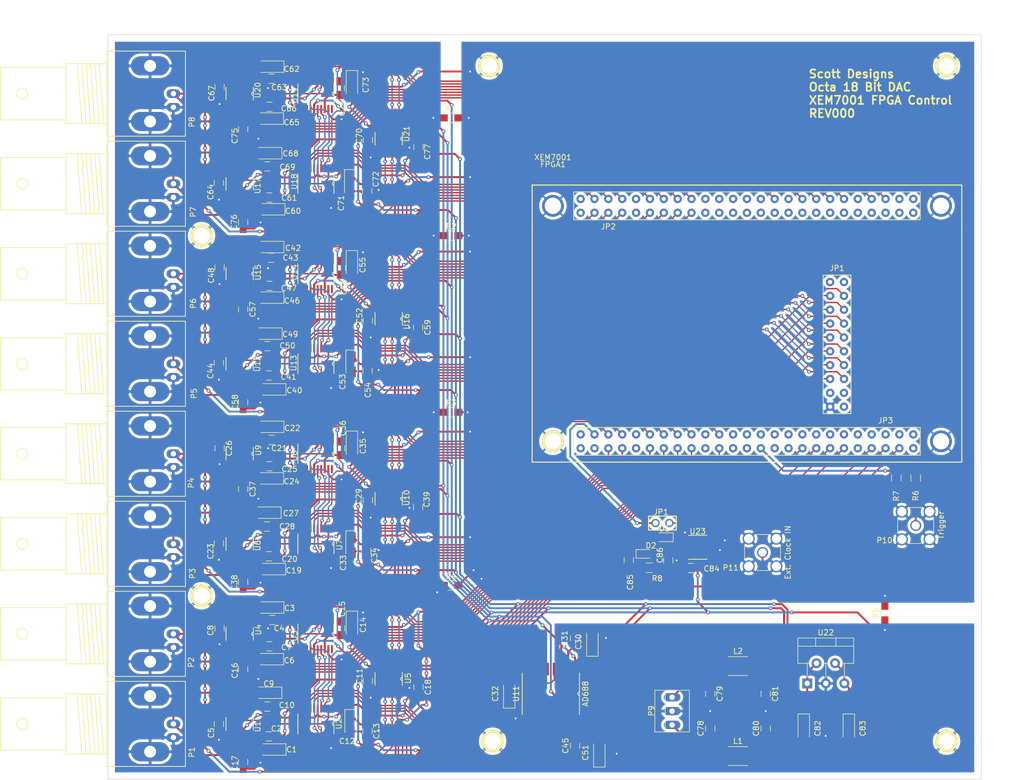
<source format=kicad_pcb>
(kicad_pcb (version 4) (host pcbnew 4.0.6)

  (general
    (links 449)
    (no_connects 0)
    (area 69.164999 27.254999 229.285001 163.880001)
    (thickness 1.6)
    (drawings 8)
    (tracks 2851)
    (zones 0)
    (modules 140)
    (nets 214)
  )

  (page USLetter)
  (title_block
    (title "8, 18 Bit DAC, with FPGA XEM7001 Control")
    (date 2017-03-12)
    (rev 000)
    (company "Ye Group")
    (comment 1 "Desined by: Jacob Scott")
  )

  (layers
    (0 Top signal)
    (31 Bottom signal)
    (34 B.Paste user)
    (35 F.Paste user)
    (36 B.SilkS user)
    (37 F.SilkS user)
    (38 B.Mask user)
    (39 F.Mask user)
    (40 Dwgs.User user)
    (41 Cmts.User user)
    (42 Eco1.User user)
    (43 Eco2.User user)
    (44 Edge.Cuts user)
    (45 Margin user)
  )

  (setup
    (last_trace_width 0.25)
    (trace_clearance 0.2)
    (zone_clearance 0.508)
    (zone_45_only no)
    (trace_min 0.1524)
    (segment_width 0.2)
    (edge_width 0.1)
    (via_size 0.6858)
    (via_drill 0.3302)
    (via_min_size 0.6858)
    (via_min_drill 0.3302)
    (uvia_size 0.762)
    (uvia_drill 0.508)
    (uvias_allowed no)
    (uvia_min_size 0)
    (uvia_min_drill 0)
    (pcb_text_width 0.3)
    (pcb_text_size 1.5 1.5)
    (mod_edge_width 0.15)
    (mod_text_size 1 1)
    (mod_text_width 0.15)
    (pad_size 4 4)
    (pad_drill 3)
    (pad_to_mask_clearance 0)
    (aux_axis_origin 69.215 163.83)
    (grid_origin 69.215 163.83)
    (visible_elements 7FFFFF7F)
    (pcbplotparams
      (layerselection 0x00030_80000001)
      (usegerberextensions false)
      (excludeedgelayer true)
      (linewidth 0.100000)
      (plotframeref false)
      (viasonmask false)
      (mode 1)
      (useauxorigin false)
      (hpglpennumber 1)
      (hpglpenspeed 20)
      (hpglpendiameter 15)
      (hpglpenoverlay 2)
      (psnegative false)
      (psa4output false)
      (plotreference true)
      (plotvalue true)
      (plotinvisibletext false)
      (padsonsilk false)
      (subtractmaskfromsilk false)
      (outputformat 1)
      (mirror false)
      (drillshape 1)
      (scaleselection 1)
      (outputdirectory ""))
  )

  (net 0 "")
  (net 1 +3V3)
  (net 2 GNDA)
  (net 3 -15V)
  (net 4 +15V)
  (net 5 "Net-(C32-Pad2)")
  (net 6 "Net-(C78-Pad1)")
  (net 7 "Net-(C79-Pad1)")
  (net 8 "Net-(FPGA1-PadGNDa)")
  (net 9 "Net-(FPGA1-PadGNDb)")
  (net 10 "Net-(FPGA1-PadP10)")
  (net 11 SCLK5)
  (net 12 "Net-(FPGA1-PadJ3)")
  (net 13 SDIN5)
  (net 14 "Net-(FPGA1-PadK1)")
  (net 15 "Net-(FPGA1-Pad3.3A)")
  (net 16 "Net-(FPGA1-Pad3.3B)")
  (net 17 SDO5)
  (net 18 "Net-(FPGA1-PadK3)")
  (net 19 ~LDAC~5)
  (net 20 "Net-(FPGA1-PadM1)")
  (net 21 ~CLR~5)
  (net 22 "Net-(FPGA1-PadL4)")
  (net 23 ~RESET~5)
  (net 24 "Net-(FPGA1-PadN1)")
  (net 25 "Net-(FPGA1-PadGNDc)")
  (net 26 "Net-(FPGA1-PadGNDd)")
  (net 27 "Net-(FPGA1-PadN3)")
  (net 28 "Net-(FPGA1-PadP1)")
  (net 29 "Net-(FPGA1-PadR1)")
  (net 30 "Net-(FPGA1-PadR2)")
  (net 31 "Net-(FPGA1-PadP3)")
  (net 32 "Net-(FPGA1-PadT2)")
  (net 33 "Net-(FPGA1-PadR3)")
  (net 34 "Net-(FPGA1-PadT3)")
  (net 35 "Net-(FPGA1-PadN4)")
  (net 36 "Net-(FPGA1-PadGNDe)")
  (net 37 "Net-(FPGA1-PadGNDf)")
  (net 38 ~RESET~6)
  (net 39 ~RESET~4)
  (net 40 ~CLR~6)
  (net 41 ~CLR~4)
  (net 42 ~LDAC~6)
  (net 43 ~LDAC~4)
  (net 44 SDO6)
  (net 45 SDO4)
  (net 46 "Net-(FPGA1-Pad3.3C)")
  (net 47 "Net-(FPGA1-Pad3.3D)")
  (net 48 SDIN6)
  (net 49 SDIN4)
  (net 50 SCLK6)
  (net 51 SCLK4)
  (net 52 ~SYNC~6)
  (net 53 ~SYNC~4)
  (net 54 "Net-(FPGA1-PadGNDg)")
  (net 55 "Net-(FPGA1-PadGNDh)")
  (net 56 "Net-(FPGA1-Pad3.3E)")
  (net 57 "Net-(FPGA1-Pad3.3F)")
  (net 58 ~RESET~1)
  (net 59 ~RESET~2)
  (net 60 ~CLR~1)
  (net 61 ~CLR~2)
  (net 62 ~LDAC~1)
  (net 63 ~LDAC~2)
  (net 64 SDO1)
  (net 65 SDO2)
  (net 66 SDIN1)
  (net 67 SDIN2)
  (net 68 SCLK1)
  (net 69 SCLK2)
  (net 70 ~SYNC~1)
  (net 71 ~SYNC~2)
  (net 72 "Net-(FPGA1-PadD4)")
  (net 73 "Net-(FPGA1-PadC4)")
  (net 74 "Net-(FPGA1-PadGNDj)")
  (net 75 "Net-(FPGA1-PadGNDk)")
  (net 76 "Net-(FPGA1-PadGNDl)")
  (net 77 "Net-(FPGA1-PadA8)")
  (net 78 ~SYNC~7)
  (net 79 "Net-(FPGA1-PadC8)")
  (net 80 SCLK7)
  (net 81 "Net-(FPGA1-PadA9)")
  (net 82 SDIN7)
  (net 83 "Net-(FPGA1-Pad3.3G)")
  (net 84 "Net-(FPGA1-Pad3.3H)")
  (net 85 "Net-(FPGA1-PadB9)")
  (net 86 SDO7)
  (net 87 "Net-(FPGA1-PadB10)")
  (net 88 ~LDAC~7)
  (net 89 "Net-(FPGA1-PadB12)")
  (net 90 ~CLR~7)
  (net 91 "Net-(FPGA1-PadC12)")
  (net 92 ~RESET~7)
  (net 93 "Net-(FPGA1-PadGNDn)")
  (net 94 "Net-(FPGA1-PadGNDm)")
  (net 95 "Net-(FPGA1-PadA13)")
  (net 96 "Net-(FPGA1-PadA14)")
  (net 97 "Net-(FPGA1-PadE13)")
  (net 98 "Net-(FPGA1-PadB14)")
  (net 99 "Net-(FPGA1-PadC14)")
  (net 100 "Net-(FPGA1-PadA15)")
  (net 101 "Net-(FPGA1-PadB15)")
  (net 102 "Net-(FPGA1-PadB16)")
  (net 103 "Net-(FPGA1-PadGNDo)")
  (net 104 "Net-(FPGA1-PadGNDp)")
  (net 105 ~RESET~3)
  (net 106 ~RESET~8)
  (net 107 ~CLR~3)
  (net 108 ~CLR~8)
  (net 109 ~LDAC~3)
  (net 110 ~LDAC~8)
  (net 111 SDO3)
  (net 112 SDO8)
  (net 113 "Net-(FPGA1-Pad3.3I)")
  (net 114 "Net-(FPGA1-Pad3.3J)")
  (net 115 SDIN3)
  (net 116 SDIN8)
  (net 117 SCLK3)
  (net 118 SCLK8)
  (net 119 ~SYNC~3)
  (net 120 "Net-(FPGA1-PadGNDq)")
  (net 121 "Net-(FPGA1-PadGNDr)")
  (net 122 Vout1)
  (net 123 Vout2)
  (net 124 Vout3)
  (net 125 Vout4)
  (net 126 Vout5)
  (net 127 Vout6)
  (net 128 Vout7)
  (net 129 Vout8)
  (net 130 "Net-(U1-Pad1)")
  (net 131 "Net-(U1-Pad3)")
  (net 132 "Net-(U1-Pad5)")
  (net 133 "Net-(U1-Pad8)")
  (net 134 "Net-(U2-Pad1)")
  (net 135 "Net-(U2-Pad3)")
  (net 136 "Net-(U2-Pad4)")
  (net 137 "Net-(U2-Pad16)")
  (net 138 "Net-(U2-Pad17)")
  (net 139 "Net-(U2-Pad20)")
  (net 140 "Net-(U3-Pad1)")
  (net 141 "Net-(U3-Pad2)")
  (net 142 "Net-(U3-Pad20)")
  (net 143 "Net-(U4-Pad1)")
  (net 144 "Net-(U4-Pad5)")
  (net 145 "Net-(U4-Pad8)")
  (net 146 +10Vref)
  (net 147 -10Vref)
  (net 148 "Net-(U6-Pad1)")
  (net 149 "Net-(U6-Pad3)")
  (net 150 "Net-(U6-Pad5)")
  (net 151 "Net-(U6-Pad8)")
  (net 152 "Net-(U7-Pad1)")
  (net 153 "Net-(U10-Pad2)")
  (net 154 "Net-(U10-Pad1)")
  (net 155 "Net-(U10-Pad7)")
  (net 156 "Net-(U10-Pad6)")
  (net 157 "Net-(U7-Pad20)")
  (net 158 "Net-(U8-Pad1)")
  (net 159 "Net-(U8-Pad2)")
  (net 160 "Net-(U8-Pad20)")
  (net 161 "Net-(U9-Pad1)")
  (net 162 "Net-(U9-Pad5)")
  (net 163 "Net-(U9-Pad8)")
  (net 164 "Net-(U11-Pad4)")
  (net 165 "Net-(U11-Pad5)")
  (net 166 "Net-(U11-Pad13)")
  (net 167 "Net-(U11-Pad10)")
  (net 168 "Net-(U11-Pad11)")
  (net 169 "Net-(U11-Pad12)")
  (net 170 "Net-(U12-Pad1)")
  (net 171 "Net-(U12-Pad3)")
  (net 172 "Net-(U12-Pad5)")
  (net 173 "Net-(U12-Pad8)")
  (net 174 "Net-(U13-Pad1)")
  (net 175 "Net-(U13-Pad3)")
  (net 176 "Net-(U13-Pad4)")
  (net 177 ~SYNC~5)
  (net 178 "Net-(U13-Pad16)")
  (net 179 "Net-(U13-Pad17)")
  (net 180 "Net-(U13-Pad20)")
  (net 181 "Net-(U14-Pad1)")
  (net 182 "Net-(U14-Pad2)")
  (net 183 "Net-(U14-Pad20)")
  (net 184 "Net-(U15-Pad1)")
  (net 185 "Net-(U15-Pad5)")
  (net 186 "Net-(U15-Pad8)")
  (net 187 "Net-(U17-Pad1)")
  (net 188 "Net-(U17-Pad3)")
  (net 189 "Net-(U17-Pad5)")
  (net 190 "Net-(U17-Pad8)")
  (net 191 "Net-(U18-Pad1)")
  (net 192 "Net-(U18-Pad3)")
  (net 193 "Net-(U18-Pad4)")
  (net 194 "Net-(U18-Pad16)")
  (net 195 "Net-(U18-Pad17)")
  (net 196 "Net-(U18-Pad20)")
  (net 197 "Net-(U19-Pad1)")
  (net 198 "Net-(U19-Pad2)")
  (net 199 ~SYNC~8)
  (net 200 "Net-(U19-Pad20)")
  (net 201 "Net-(U20-Pad1)")
  (net 202 "Net-(U20-Pad5)")
  (net 203 "Net-(U20-Pad8)")
  (net 204 GNDD)
  (net 205 "Net-(FPGA1-PadCLK1)")
  (net 206 "Net-(FPGA1-PadCLK2)")
  (net 207 "/FPGAPinout/External Clock Input/CLK")
  (net 208 "Net-(C85-Pad1)")
  (net 209 "Net-(C85-Pad2)")
  (net 210 "Net-(C86-Pad1)")
  (net 211 "Net-(JP1-Pad1)")
  (net 212 "Net-(P10-Pad1)")
  (net 213 "Net-(U23-Pad9)")

  (net_class Default "This is the default net class."
    (clearance 0.2)
    (trace_width 0.25)
    (via_dia 0.6858)
    (via_drill 0.3302)
    (uvia_dia 0.762)
    (uvia_drill 0.508)
    (add_net "Net-(C32-Pad2)")
    (add_net "Net-(C85-Pad1)")
    (add_net "Net-(C86-Pad1)")
    (add_net "Net-(FPGA1-Pad3.3A)")
    (add_net "Net-(FPGA1-Pad3.3B)")
    (add_net "Net-(FPGA1-Pad3.3C)")
    (add_net "Net-(FPGA1-Pad3.3D)")
    (add_net "Net-(FPGA1-Pad3.3E)")
    (add_net "Net-(FPGA1-Pad3.3F)")
    (add_net "Net-(FPGA1-Pad3.3G)")
    (add_net "Net-(FPGA1-Pad3.3H)")
    (add_net "Net-(FPGA1-Pad3.3I)")
    (add_net "Net-(FPGA1-Pad3.3J)")
    (add_net "Net-(FPGA1-PadA13)")
    (add_net "Net-(FPGA1-PadA14)")
    (add_net "Net-(FPGA1-PadA15)")
    (add_net "Net-(FPGA1-PadA8)")
    (add_net "Net-(FPGA1-PadA9)")
    (add_net "Net-(FPGA1-PadB10)")
    (add_net "Net-(FPGA1-PadB12)")
    (add_net "Net-(FPGA1-PadB15)")
    (add_net "Net-(FPGA1-PadB16)")
    (add_net "Net-(FPGA1-PadB9)")
    (add_net "Net-(FPGA1-PadC12)")
    (add_net "Net-(FPGA1-PadC14)")
    (add_net "Net-(FPGA1-PadC4)")
    (add_net "Net-(FPGA1-PadC8)")
    (add_net "Net-(FPGA1-PadCLK1)")
    (add_net "Net-(FPGA1-PadCLK2)")
    (add_net "Net-(FPGA1-PadD4)")
    (add_net "Net-(FPGA1-PadE13)")
    (add_net "Net-(FPGA1-PadGNDa)")
    (add_net "Net-(FPGA1-PadGNDb)")
    (add_net "Net-(FPGA1-PadGNDc)")
    (add_net "Net-(FPGA1-PadGNDd)")
    (add_net "Net-(FPGA1-PadGNDe)")
    (add_net "Net-(FPGA1-PadGNDf)")
    (add_net "Net-(FPGA1-PadGNDg)")
    (add_net "Net-(FPGA1-PadGNDh)")
    (add_net "Net-(FPGA1-PadGNDj)")
    (add_net "Net-(FPGA1-PadGNDk)")
    (add_net "Net-(FPGA1-PadGNDl)")
    (add_net "Net-(FPGA1-PadGNDm)")
    (add_net "Net-(FPGA1-PadGNDn)")
    (add_net "Net-(FPGA1-PadGNDo)")
    (add_net "Net-(FPGA1-PadGNDp)")
    (add_net "Net-(FPGA1-PadGNDq)")
    (add_net "Net-(FPGA1-PadGNDr)")
    (add_net "Net-(FPGA1-PadJ3)")
    (add_net "Net-(FPGA1-PadK1)")
    (add_net "Net-(FPGA1-PadK3)")
    (add_net "Net-(FPGA1-PadL4)")
    (add_net "Net-(FPGA1-PadM1)")
    (add_net "Net-(FPGA1-PadN1)")
    (add_net "Net-(FPGA1-PadN3)")
    (add_net "Net-(FPGA1-PadN4)")
    (add_net "Net-(FPGA1-PadP1)")
    (add_net "Net-(FPGA1-PadP10)")
    (add_net "Net-(FPGA1-PadP3)")
    (add_net "Net-(FPGA1-PadR1)")
    (add_net "Net-(FPGA1-PadR2)")
    (add_net "Net-(FPGA1-PadR3)")
    (add_net "Net-(FPGA1-PadT2)")
    (add_net "Net-(FPGA1-PadT3)")
    (add_net "Net-(JP1-Pad1)")
    (add_net "Net-(U1-Pad1)")
    (add_net "Net-(U1-Pad3)")
    (add_net "Net-(U1-Pad5)")
    (add_net "Net-(U1-Pad8)")
    (add_net "Net-(U10-Pad1)")
    (add_net "Net-(U10-Pad2)")
    (add_net "Net-(U10-Pad6)")
    (add_net "Net-(U10-Pad7)")
    (add_net "Net-(U11-Pad10)")
    (add_net "Net-(U11-Pad11)")
    (add_net "Net-(U11-Pad12)")
    (add_net "Net-(U11-Pad13)")
    (add_net "Net-(U11-Pad4)")
    (add_net "Net-(U11-Pad5)")
    (add_net "Net-(U12-Pad1)")
    (add_net "Net-(U12-Pad3)")
    (add_net "Net-(U12-Pad5)")
    (add_net "Net-(U12-Pad8)")
    (add_net "Net-(U13-Pad1)")
    (add_net "Net-(U13-Pad16)")
    (add_net "Net-(U13-Pad17)")
    (add_net "Net-(U13-Pad20)")
    (add_net "Net-(U13-Pad3)")
    (add_net "Net-(U13-Pad4)")
    (add_net "Net-(U14-Pad1)")
    (add_net "Net-(U14-Pad2)")
    (add_net "Net-(U14-Pad20)")
    (add_net "Net-(U15-Pad1)")
    (add_net "Net-(U15-Pad5)")
    (add_net "Net-(U15-Pad8)")
    (add_net "Net-(U17-Pad1)")
    (add_net "Net-(U17-Pad3)")
    (add_net "Net-(U17-Pad5)")
    (add_net "Net-(U17-Pad8)")
    (add_net "Net-(U18-Pad1)")
    (add_net "Net-(U18-Pad16)")
    (add_net "Net-(U18-Pad17)")
    (add_net "Net-(U18-Pad20)")
    (add_net "Net-(U18-Pad3)")
    (add_net "Net-(U18-Pad4)")
    (add_net "Net-(U19-Pad1)")
    (add_net "Net-(U19-Pad2)")
    (add_net "Net-(U19-Pad20)")
    (add_net "Net-(U2-Pad1)")
    (add_net "Net-(U2-Pad16)")
    (add_net "Net-(U2-Pad17)")
    (add_net "Net-(U2-Pad20)")
    (add_net "Net-(U2-Pad3)")
    (add_net "Net-(U2-Pad4)")
    (add_net "Net-(U20-Pad1)")
    (add_net "Net-(U20-Pad5)")
    (add_net "Net-(U20-Pad8)")
    (add_net "Net-(U23-Pad9)")
    (add_net "Net-(U3-Pad1)")
    (add_net "Net-(U3-Pad2)")
    (add_net "Net-(U3-Pad20)")
    (add_net "Net-(U4-Pad1)")
    (add_net "Net-(U4-Pad5)")
    (add_net "Net-(U4-Pad8)")
    (add_net "Net-(U6-Pad1)")
    (add_net "Net-(U6-Pad3)")
    (add_net "Net-(U6-Pad5)")
    (add_net "Net-(U6-Pad8)")
    (add_net "Net-(U7-Pad1)")
    (add_net "Net-(U7-Pad20)")
    (add_net "Net-(U8-Pad1)")
    (add_net "Net-(U8-Pad2)")
    (add_net "Net-(U8-Pad20)")
    (add_net "Net-(U9-Pad1)")
    (add_net "Net-(U9-Pad5)")
    (add_net "Net-(U9-Pad8)")
    (add_net SCLK1)
    (add_net SCLK2)
    (add_net SCLK3)
    (add_net SCLK4)
    (add_net SCLK5)
    (add_net SCLK6)
    (add_net SCLK7)
    (add_net SCLK8)
    (add_net SDIN1)
    (add_net SDIN2)
    (add_net SDIN3)
    (add_net SDIN4)
    (add_net SDIN5)
    (add_net SDIN6)
    (add_net SDIN7)
    (add_net SDIN8)
    (add_net SDO1)
    (add_net SDO2)
    (add_net SDO3)
    (add_net SDO4)
    (add_net SDO5)
    (add_net SDO6)
    (add_net SDO7)
    (add_net SDO8)
    (add_net ~CLR~1)
    (add_net ~CLR~2)
    (add_net ~CLR~3)
    (add_net ~CLR~4)
    (add_net ~CLR~5)
    (add_net ~CLR~6)
    (add_net ~CLR~7)
    (add_net ~CLR~8)
    (add_net ~LDAC~1)
    (add_net ~LDAC~2)
    (add_net ~LDAC~3)
    (add_net ~LDAC~4)
    (add_net ~LDAC~5)
    (add_net ~LDAC~6)
    (add_net ~LDAC~7)
    (add_net ~LDAC~8)
    (add_net ~RESET~1)
    (add_net ~RESET~2)
    (add_net ~RESET~3)
    (add_net ~RESET~4)
    (add_net ~RESET~5)
    (add_net ~RESET~6)
    (add_net ~RESET~7)
    (add_net ~RESET~8)
    (add_net ~SYNC~1)
    (add_net ~SYNC~2)
    (add_net ~SYNC~3)
    (add_net ~SYNC~4)
    (add_net ~SYNC~5)
    (add_net ~SYNC~6)
    (add_net ~SYNC~7)
    (add_net ~SYNC~8)
  )

  (net_class HF ""
    (clearance 0.5)
    (trace_width 0.35)
    (via_dia 0.6858)
    (via_drill 0.3302)
    (uvia_dia 0.762)
    (uvia_drill 0.508)
    (add_net "/FPGAPinout/External Clock Input/CLK")
    (add_net "Net-(C85-Pad2)")
    (add_net "Net-(FPGA1-PadB14)")
    (add_net "Net-(P10-Pad1)")
  )

  (net_class POWER/GND ""
    (clearance 0.2)
    (trace_width 0.35)
    (via_dia 0.6858)
    (via_drill 0.3302)
    (uvia_dia 0.762)
    (uvia_drill 0.508)
    (add_net +10Vref)
    (add_net +15V)
    (add_net +3V3)
    (add_net -10Vref)
    (add_net -15V)
    (add_net GNDA)
    (add_net GNDD)
    (add_net "Net-(C78-Pad1)")
    (add_net "Net-(C79-Pad1)")
  )

  (net_class Vout ""
    (clearance 0.2)
    (trace_width 0.35)
    (via_dia 0.6858)
    (via_drill 0.3302)
    (uvia_dia 0.762)
    (uvia_drill 0.508)
    (add_net Vout1)
    (add_net Vout2)
    (add_net Vout3)
    (add_net Vout4)
    (add_net Vout5)
    (add_net Vout6)
    (add_net Vout7)
    (add_net Vout8)
  )

  (module Connectors:1pin (layer Top) (tedit 58C6E235) (tstamp 58C6E654)
    (at 86.36 130.175)
    (descr "module 1 pin (ou trou mecanique de percage)")
    (tags DEV)
    (fp_text reference REF** (at 0 -3.048) (layer F.SilkS) hide
      (effects (font (size 1 1) (thickness 0.15)))
    )
    (fp_text value 1pin (at 0 3) (layer F.Fab) hide
      (effects (font (size 1 1) (thickness 0.15)))
    )
    (fp_circle (center 0 0) (end 2 0.8) (layer F.Fab) (width 0.1))
    (fp_circle (center 0 0) (end 2.6 0) (layer F.CrtYd) (width 0.05))
    (fp_circle (center 0 0) (end 0 -2.286) (layer F.SilkS) (width 0.12))
    (pad "" thru_hole circle (at 0 0) (size 4 4) (drill 3) (layers *.Cu *.Mask F.SilkS)
      (net 2 GNDA))
  )

  (module Connectors:1pin (layer Top) (tedit 58C6E240) (tstamp 58C6E64C)
    (at 86.36 64.135)
    (descr "module 1 pin (ou trou mecanique de percage)")
    (tags DEV)
    (fp_text reference REF** (at 0 -3.048) (layer F.SilkS) hide
      (effects (font (size 1 1) (thickness 0.15)))
    )
    (fp_text value 1pin (at 0 3) (layer F.Fab) hide
      (effects (font (size 1 1) (thickness 0.15)))
    )
    (fp_circle (center 0 0) (end 2 0.8) (layer F.Fab) (width 0.1))
    (fp_circle (center 0 0) (end 2.6 0) (layer F.CrtYd) (width 0.05))
    (fp_circle (center 0 0) (end 0 -2.286) (layer F.SilkS) (width 0.12))
    (pad "" thru_hole circle (at 0 0) (size 4 4) (drill 3) (layers *.Cu *.Mask F.SilkS)
      (net 2 GNDA))
  )

  (module Connectors:1pin (layer Top) (tedit 58C6E256) (tstamp 58C6E644)
    (at 139.065 33.02)
    (descr "module 1 pin (ou trou mecanique de percage)")
    (tags DEV)
    (fp_text reference REF** (at 0 -3.048) (layer F.SilkS) hide
      (effects (font (size 1 1) (thickness 0.15)))
    )
    (fp_text value 1pin (at 0 3) (layer F.Fab) hide
      (effects (font (size 1 1) (thickness 0.15)))
    )
    (fp_circle (center 0 0) (end 2 0.8) (layer F.Fab) (width 0.1))
    (fp_circle (center 0 0) (end 2.6 0) (layer F.CrtYd) (width 0.05))
    (fp_circle (center 0 0) (end 0 -2.286) (layer F.SilkS) (width 0.12))
    (pad "" thru_hole circle (at 0 0) (size 4 4) (drill 3) (layers *.Cu *.Mask F.SilkS)
      (net 204 GNDD))
  )

  (module Connectors:1pin (layer Top) (tedit 58C6E286) (tstamp 58C6E63A)
    (at 222.885 33.02)
    (descr "module 1 pin (ou trou mecanique de percage)")
    (tags DEV)
    (fp_text reference REF** (at 0 -3.048) (layer F.SilkS) hide
      (effects (font (size 1 1) (thickness 0.15)))
    )
    (fp_text value 1pin (at 0 3) (layer F.Fab) hide
      (effects (font (size 1 1) (thickness 0.15)))
    )
    (fp_circle (center 0 0) (end 2 0.8) (layer F.Fab) (width 0.1))
    (fp_circle (center 0 0) (end 2.6 0) (layer F.CrtYd) (width 0.05))
    (fp_circle (center 0 0) (end 0 -2.286) (layer F.SilkS) (width 0.12))
    (pad "" thru_hole circle (at 0 0) (size 4 4) (drill 3) (layers *.Cu *.Mask F.SilkS)
      (net 204 GNDD))
  )

  (module Connectors:1pin (layer Top) (tedit 58C6E227) (tstamp 58C6E62E)
    (at 139.7 156.845)
    (descr "module 1 pin (ou trou mecanique de percage)")
    (tags DEV)
    (fp_text reference REF** (at 0 -3.048) (layer F.SilkS) hide
      (effects (font (size 1 1) (thickness 0.15)))
    )
    (fp_text value 1pin (at 0 3) (layer F.Fab) hide
      (effects (font (size 1 1) (thickness 0.15)))
    )
    (fp_circle (center 0 0) (end 2 0.8) (layer F.Fab) (width 0.1))
    (fp_circle (center 0 0) (end 2.6 0) (layer F.CrtYd) (width 0.05))
    (fp_circle (center 0 0) (end 0 -2.286) (layer F.SilkS) (width 0.12))
    (pad "" thru_hole circle (at 0 0) (size 4 4) (drill 3) (layers *.Cu *.Mask F.SilkS)
      (net 2 GNDA))
  )

  (module Capacitors_SMD:C_0805_HandSoldering (layer Top) (tedit 58C5D595) (tstamp 58C320F1)
    (at 98.679 155.956)
    (descr "Capacitor SMD 0805, hand soldering")
    (tags "capacitor 0805")
    (path /58BCE12E)
    (attr smd)
    (fp_text reference C2 (at 1.397 -1.397) (layer F.SilkS)
      (effects (font (size 1 1) (thickness 0.15)))
    )
    (fp_text value 0.1uF (at 0.127 0) (layer F.Fab) hide
      (effects (font (size 1 1) (thickness 0.15)))
    )
    (fp_line (start -1 0.62) (end -1 -0.62) (layer F.Fab) (width 0.1))
    (fp_line (start 1 0.62) (end -1 0.62) (layer F.Fab) (width 0.1))
    (fp_line (start 1 -0.62) (end 1 0.62) (layer F.Fab) (width 0.1))
    (fp_line (start -1 -0.62) (end 1 -0.62) (layer F.Fab) (width 0.1))
    (fp_line (start 0.5 -0.85) (end -0.5 -0.85) (layer F.SilkS) (width 0.12))
    (fp_line (start -0.5 0.85) (end 0.5 0.85) (layer F.SilkS) (width 0.12))
    (fp_line (start -2.25 -0.88) (end 2.25 -0.88) (layer F.CrtYd) (width 0.05))
    (fp_line (start -2.25 -0.88) (end -2.25 0.87) (layer F.CrtYd) (width 0.05))
    (fp_line (start 2.25 0.87) (end 2.25 -0.88) (layer F.CrtYd) (width 0.05))
    (fp_line (start 2.25 0.87) (end -2.25 0.87) (layer F.CrtYd) (width 0.05))
    (pad 1 smd rect (at -1.25 0) (size 1.5 1.25) (layers Top F.Paste F.Mask)
      (net 2 GNDA))
    (pad 2 smd rect (at 1.25 0) (size 1.5 1.25) (layers Top F.Paste F.Mask)
      (net 1 +3V3))
    (model Capacitors_SMD.3dshapes/C_0805.wrl
      (at (xyz 0 0 0))
      (scale (xyz 1 1 1))
      (rotate (xyz 0 0 0))
    )
  )

  (module Capacitors_SMD:C_0805_HandSoldering (layer Top) (tedit 58C5D74B) (tstamp 58C320FD)
    (at 99.314 134.62)
    (descr "Capacitor SMD 0805, hand soldering")
    (tags "capacitor 0805")
    (path /58BCE03F)
    (attr smd)
    (fp_text reference C4 (at 1.27 1.524) (layer F.SilkS)
      (effects (font (size 1 1) (thickness 0.15)))
    )
    (fp_text value 0.1uF (at 0.254 0) (layer F.Fab) hide
      (effects (font (size 1 1) (thickness 0.15)))
    )
    (fp_text user %R (at 0 -1.75) (layer F.Fab)
      (effects (font (size 1 1) (thickness 0.15)))
    )
    (fp_line (start -1 0.62) (end -1 -0.62) (layer F.Fab) (width 0.1))
    (fp_line (start 1 0.62) (end -1 0.62) (layer F.Fab) (width 0.1))
    (fp_line (start 1 -0.62) (end 1 0.62) (layer F.Fab) (width 0.1))
    (fp_line (start -1 -0.62) (end 1 -0.62) (layer F.Fab) (width 0.1))
    (fp_line (start 0.5 -0.85) (end -0.5 -0.85) (layer F.SilkS) (width 0.12))
    (fp_line (start -0.5 0.85) (end 0.5 0.85) (layer F.SilkS) (width 0.12))
    (fp_line (start -2.25 -0.88) (end 2.25 -0.88) (layer F.CrtYd) (width 0.05))
    (fp_line (start -2.25 -0.88) (end -2.25 0.87) (layer F.CrtYd) (width 0.05))
    (fp_line (start 2.25 0.87) (end 2.25 -0.88) (layer F.CrtYd) (width 0.05))
    (fp_line (start 2.25 0.87) (end -2.25 0.87) (layer F.CrtYd) (width 0.05))
    (pad 1 smd rect (at -1.25 0) (size 1.5 1.25) (layers Top F.Paste F.Mask)
      (net 2 GNDA))
    (pad 2 smd rect (at 1.25 0) (size 1.5 1.25) (layers Top F.Paste F.Mask)
      (net 1 +3V3))
    (model Capacitors_SMD.3dshapes/C_0805.wrl
      (at (xyz 0 0 0))
      (scale (xyz 1 1 1))
      (rotate (xyz 0 0 0))
    )
  )

  (module Capacitors_SMD:C_0805_HandSoldering (layer Top) (tedit 58C5D5C0) (tstamp 58C32103)
    (at 89.535 153.67 270)
    (descr "Capacitor SMD 0805, hand soldering")
    (tags "capacitor 0805")
    (path /58BCE182)
    (attr smd)
    (fp_text reference C5 (at 1.651 1.397 270) (layer F.SilkS)
      (effects (font (size 1 1) (thickness 0.15)))
    )
    (fp_text value 0.1uF (at -0.127 0 270) (layer F.Fab) hide
      (effects (font (size 1 1) (thickness 0.15)))
    )
    (fp_line (start -1 0.62) (end -1 -0.62) (layer F.Fab) (width 0.1))
    (fp_line (start 1 0.62) (end -1 0.62) (layer F.Fab) (width 0.1))
    (fp_line (start 1 -0.62) (end 1 0.62) (layer F.Fab) (width 0.1))
    (fp_line (start -1 -0.62) (end 1 -0.62) (layer F.Fab) (width 0.1))
    (fp_line (start 0.5 -0.85) (end -0.5 -0.85) (layer F.SilkS) (width 0.12))
    (fp_line (start -0.5 0.85) (end 0.5 0.85) (layer F.SilkS) (width 0.12))
    (fp_line (start -2.25 -0.88) (end 2.25 -0.88) (layer F.CrtYd) (width 0.05))
    (fp_line (start -2.25 -0.88) (end -2.25 0.87) (layer F.CrtYd) (width 0.05))
    (fp_line (start 2.25 0.87) (end 2.25 -0.88) (layer F.CrtYd) (width 0.05))
    (fp_line (start 2.25 0.87) (end -2.25 0.87) (layer F.CrtYd) (width 0.05))
    (pad 1 smd rect (at -1.25 0 270) (size 1.5 1.25) (layers Top F.Paste F.Mask)
      (net 3 -15V))
    (pad 2 smd rect (at 1.25 0 270) (size 1.5 1.25) (layers Top F.Paste F.Mask)
      (net 2 GNDA))
    (model Capacitors_SMD.3dshapes/C_0805.wrl
      (at (xyz 0 0 0))
      (scale (xyz 1 1 1))
      (rotate (xyz 0 0 0))
    )
  )

  (module Capacitors_SMD:C_0805_HandSoldering (layer Top) (tedit 58C5DB9A) (tstamp 58C3210F)
    (at 98.806 139.446)
    (descr "Capacitor SMD 0805, hand soldering")
    (tags "capacitor 0805")
    (path /58BCE062)
    (attr smd)
    (fp_text reference C7 (at 3.1115 0.1905) (layer F.SilkS)
      (effects (font (size 1 1) (thickness 0.15)))
    )
    (fp_text value 0.1uF (at 0.127 0) (layer F.Fab) hide
      (effects (font (size 1 1) (thickness 0.15)))
    )
    (fp_line (start -1 0.62) (end -1 -0.62) (layer F.Fab) (width 0.1))
    (fp_line (start 1 0.62) (end -1 0.62) (layer F.Fab) (width 0.1))
    (fp_line (start 1 -0.62) (end 1 0.62) (layer F.Fab) (width 0.1))
    (fp_line (start -1 -0.62) (end 1 -0.62) (layer F.Fab) (width 0.1))
    (fp_line (start 0.5 -0.85) (end -0.5 -0.85) (layer F.SilkS) (width 0.12))
    (fp_line (start -0.5 0.85) (end 0.5 0.85) (layer F.SilkS) (width 0.12))
    (fp_line (start -2.25 -0.88) (end 2.25 -0.88) (layer F.CrtYd) (width 0.05))
    (fp_line (start -2.25 -0.88) (end -2.25 0.87) (layer F.CrtYd) (width 0.05))
    (fp_line (start 2.25 0.87) (end 2.25 -0.88) (layer F.CrtYd) (width 0.05))
    (fp_line (start 2.25 0.87) (end -2.25 0.87) (layer F.CrtYd) (width 0.05))
    (pad 1 smd rect (at -1.25 0) (size 1.5 1.25) (layers Top F.Paste F.Mask)
      (net 2 GNDA))
    (pad 2 smd rect (at 1.25 0) (size 1.5 1.25) (layers Top F.Paste F.Mask)
      (net 4 +15V))
    (model Capacitors_SMD.3dshapes/C_0805.wrl
      (at (xyz 0 0 0))
      (scale (xyz 1 1 1))
      (rotate (xyz 0 0 0))
    )
  )

  (module Capacitors_SMD:C_0805_HandSoldering (layer Top) (tedit 58C5D738) (tstamp 58C32115)
    (at 89.662 136.144 270)
    (descr "Capacitor SMD 0805, hand soldering")
    (tags "capacitor 0805")
    (path /58BCE0C2)
    (attr smd)
    (fp_text reference C8 (at 0.381 1.651 270) (layer F.SilkS)
      (effects (font (size 1 1) (thickness 0.15)))
    )
    (fp_text value 0.1uF (at -0.127 0 270) (layer F.Fab) hide
      (effects (font (size 1 1) (thickness 0.15)))
    )
    (fp_line (start -1 0.62) (end -1 -0.62) (layer F.Fab) (width 0.1))
    (fp_line (start 1 0.62) (end -1 0.62) (layer F.Fab) (width 0.1))
    (fp_line (start 1 -0.62) (end 1 0.62) (layer F.Fab) (width 0.1))
    (fp_line (start -1 -0.62) (end 1 -0.62) (layer F.Fab) (width 0.1))
    (fp_line (start 0.5 -0.85) (end -0.5 -0.85) (layer F.SilkS) (width 0.12))
    (fp_line (start -0.5 0.85) (end 0.5 0.85) (layer F.SilkS) (width 0.12))
    (fp_line (start -2.25 -0.88) (end 2.25 -0.88) (layer F.CrtYd) (width 0.05))
    (fp_line (start -2.25 -0.88) (end -2.25 0.87) (layer F.CrtYd) (width 0.05))
    (fp_line (start 2.25 0.87) (end 2.25 -0.88) (layer F.CrtYd) (width 0.05))
    (fp_line (start 2.25 0.87) (end -2.25 0.87) (layer F.CrtYd) (width 0.05))
    (pad 1 smd rect (at -1.25 0 270) (size 1.5 1.25) (layers Top F.Paste F.Mask)
      (net 3 -15V))
    (pad 2 smd rect (at 1.25 0 270) (size 1.5 1.25) (layers Top F.Paste F.Mask)
      (net 2 GNDA))
    (model Capacitors_SMD.3dshapes/C_0805.wrl
      (at (xyz 0 0 0))
      (scale (xyz 1 1 1))
      (rotate (xyz 0 0 0))
    )
  )

  (module Capacitors_SMD:C_0805_HandSoldering (layer Top) (tedit 58C5D5CC) (tstamp 58C32121)
    (at 98.425 150.495 180)
    (descr "Capacitor SMD 0805, hand soldering")
    (tags "capacitor 0805")
    (path /58BCE1B7)
    (attr smd)
    (fp_text reference C10 (at -3.556 0.254 360) (layer F.SilkS)
      (effects (font (size 1 1) (thickness 0.15)))
    )
    (fp_text value 0.1uF (at -0.127 0.127 180) (layer F.Fab) hide
      (effects (font (size 1 1) (thickness 0.15)))
    )
    (fp_line (start -1 0.62) (end -1 -0.62) (layer F.Fab) (width 0.1))
    (fp_line (start 1 0.62) (end -1 0.62) (layer F.Fab) (width 0.1))
    (fp_line (start 1 -0.62) (end 1 0.62) (layer F.Fab) (width 0.1))
    (fp_line (start -1 -0.62) (end 1 -0.62) (layer F.Fab) (width 0.1))
    (fp_line (start 0.5 -0.85) (end -0.5 -0.85) (layer F.SilkS) (width 0.12))
    (fp_line (start -0.5 0.85) (end 0.5 0.85) (layer F.SilkS) (width 0.12))
    (fp_line (start -2.25 -0.88) (end 2.25 -0.88) (layer F.CrtYd) (width 0.05))
    (fp_line (start -2.25 -0.88) (end -2.25 0.87) (layer F.CrtYd) (width 0.05))
    (fp_line (start 2.25 0.87) (end 2.25 -0.88) (layer F.CrtYd) (width 0.05))
    (fp_line (start 2.25 0.87) (end -2.25 0.87) (layer F.CrtYd) (width 0.05))
    (pad 1 smd rect (at -1.25 0 180) (size 1.5 1.25) (layers Top F.Paste F.Mask)
      (net 4 +15V))
    (pad 2 smd rect (at 1.25 0 180) (size 1.5 1.25) (layers Top F.Paste F.Mask)
      (net 2 GNDA))
    (model Capacitors_SMD.3dshapes/C_0805.wrl
      (at (xyz 0 0 0))
      (scale (xyz 1 1 1))
      (rotate (xyz 0 0 0))
    )
  )

  (module Capacitors_SMD:C_0805_HandSoldering (layer Top) (tedit 58C5D6A0) (tstamp 58C32127)
    (at 116.84 145.796 90)
    (descr "Capacitor SMD 0805, hand soldering")
    (tags "capacitor 0805")
    (path /58BCDFE6)
    (attr smd)
    (fp_text reference C11 (at 0.889 -1.524 90) (layer F.SilkS)
      (effects (font (size 1 1) (thickness 0.15)))
    )
    (fp_text value 0.1uF (at 0.127 0 90) (layer F.Fab) hide
      (effects (font (size 1 1) (thickness 0.15)))
    )
    (fp_line (start -1 0.62) (end -1 -0.62) (layer F.Fab) (width 0.1))
    (fp_line (start 1 0.62) (end -1 0.62) (layer F.Fab) (width 0.1))
    (fp_line (start 1 -0.62) (end 1 0.62) (layer F.Fab) (width 0.1))
    (fp_line (start -1 -0.62) (end 1 -0.62) (layer F.Fab) (width 0.1))
    (fp_line (start 0.5 -0.85) (end -0.5 -0.85) (layer F.SilkS) (width 0.12))
    (fp_line (start -0.5 0.85) (end 0.5 0.85) (layer F.SilkS) (width 0.12))
    (fp_line (start -2.25 -0.88) (end 2.25 -0.88) (layer F.CrtYd) (width 0.05))
    (fp_line (start -2.25 -0.88) (end -2.25 0.87) (layer F.CrtYd) (width 0.05))
    (fp_line (start 2.25 0.87) (end 2.25 -0.88) (layer F.CrtYd) (width 0.05))
    (fp_line (start 2.25 0.87) (end -2.25 0.87) (layer F.CrtYd) (width 0.05))
    (pad 1 smd rect (at -1.25 0 90) (size 1.5 1.25) (layers Top F.Paste F.Mask)
      (net 2 GNDA))
    (pad 2 smd rect (at 1.25 0 90) (size 1.5 1.25) (layers Top F.Paste F.Mask)
      (net 3 -15V))
    (model Capacitors_SMD.3dshapes/C_0805.wrl
      (at (xyz 0 0 0))
      (scale (xyz 1 1 1))
      (rotate (xyz 0 0 0))
    )
  )

  (module Capacitors_SMD:C_0805_HandSoldering (layer Top) (tedit 58C5D5FF) (tstamp 58C32133)
    (at 116.7765 155.0035 270)
    (descr "Capacitor SMD 0805, hand soldering")
    (tags "capacitor 0805")
    (path /58BCE10F)
    (attr smd)
    (fp_text reference C13 (at 0 -1.651 270) (layer F.SilkS)
      (effects (font (size 1 1) (thickness 0.15)))
    )
    (fp_text value 0.1uF (at -0.0635 -0.0635 270) (layer F.Fab) hide
      (effects (font (size 1 1) (thickness 0.15)))
    )
    (fp_line (start -1 0.62) (end -1 -0.62) (layer F.Fab) (width 0.1))
    (fp_line (start 1 0.62) (end -1 0.62) (layer F.Fab) (width 0.1))
    (fp_line (start 1 -0.62) (end 1 0.62) (layer F.Fab) (width 0.1))
    (fp_line (start -1 -0.62) (end 1 -0.62) (layer F.Fab) (width 0.1))
    (fp_line (start 0.5 -0.85) (end -0.5 -0.85) (layer F.SilkS) (width 0.12))
    (fp_line (start -0.5 0.85) (end 0.5 0.85) (layer F.SilkS) (width 0.12))
    (fp_line (start -2.25 -0.88) (end 2.25 -0.88) (layer F.CrtYd) (width 0.05))
    (fp_line (start -2.25 -0.88) (end -2.25 0.87) (layer F.CrtYd) (width 0.05))
    (fp_line (start 2.25 0.87) (end 2.25 -0.88) (layer F.CrtYd) (width 0.05))
    (fp_line (start 2.25 0.87) (end -2.25 0.87) (layer F.CrtYd) (width 0.05))
    (pad 1 smd rect (at -1.25 0 270) (size 1.5 1.25) (layers Top F.Paste F.Mask)
      (net 2 GNDA))
    (pad 2 smd rect (at 1.25 0 270) (size 1.5 1.25) (layers Top F.Paste F.Mask)
      (net 3 -15V))
    (model Capacitors_SMD.3dshapes/C_0805.wrl
      (at (xyz 0 0 0))
      (scale (xyz 1 1 1))
      (rotate (xyz 0 0 0))
    )
  )

  (module Capacitors_SMD:C_0805_HandSoldering (layer Top) (tedit 58C5D9F4) (tstamp 58C3213F)
    (at 111.76 136.144 270)
    (descr "Capacitor SMD 0805, hand soldering")
    (tags "capacitor 0805")
    (path /58BCE01F)
    (attr smd)
    (fp_text reference C15 (at -3.556 -0.381 270) (layer F.SilkS)
      (effects (font (size 1 1) (thickness 0.15)))
    )
    (fp_text value 0.1uF (at -0.127 0 270) (layer F.Fab) hide
      (effects (font (size 1 1) (thickness 0.15)))
    )
    (fp_line (start -1 0.62) (end -1 -0.62) (layer F.Fab) (width 0.1))
    (fp_line (start 1 0.62) (end -1 0.62) (layer F.Fab) (width 0.1))
    (fp_line (start 1 -0.62) (end 1 0.62) (layer F.Fab) (width 0.1))
    (fp_line (start -1 -0.62) (end 1 -0.62) (layer F.Fab) (width 0.1))
    (fp_line (start 0.5 -0.85) (end -0.5 -0.85) (layer F.SilkS) (width 0.12))
    (fp_line (start -0.5 0.85) (end 0.5 0.85) (layer F.SilkS) (width 0.12))
    (fp_line (start -2.25 -0.88) (end 2.25 -0.88) (layer F.CrtYd) (width 0.05))
    (fp_line (start -2.25 -0.88) (end -2.25 0.87) (layer F.CrtYd) (width 0.05))
    (fp_line (start 2.25 0.87) (end 2.25 -0.88) (layer F.CrtYd) (width 0.05))
    (fp_line (start 2.25 0.87) (end -2.25 0.87) (layer F.CrtYd) (width 0.05))
    (pad 1 smd rect (at -1.25 0 270) (size 1.5 1.25) (layers Top F.Paste F.Mask)
      (net 2 GNDA))
    (pad 2 smd rect (at 1.25 0 270) (size 1.5 1.25) (layers Top F.Paste F.Mask)
      (net 3 -15V))
    (model Capacitors_SMD.3dshapes/C_0805.wrl
      (at (xyz 0 0 0))
      (scale (xyz 1 1 1))
      (rotate (xyz 0 0 0))
    )
  )

  (module Capacitors_SMD:C_0805_HandSoldering (layer Top) (tedit 58C5D6FF) (tstamp 58C32145)
    (at 93.98 143.637 270)
    (descr "Capacitor SMD 0805, hand soldering")
    (tags "capacitor 0805")
    (path /58BCE08A)
    (attr smd)
    (fp_text reference C16 (at 0.254 1.524 270) (layer F.SilkS)
      (effects (font (size 1 1) (thickness 0.15)))
    )
    (fp_text value 0.1uF (at -0.127 0 270) (layer F.Fab) hide
      (effects (font (size 1 1) (thickness 0.15)))
    )
    (fp_line (start -1 0.62) (end -1 -0.62) (layer F.Fab) (width 0.1))
    (fp_line (start 1 0.62) (end -1 0.62) (layer F.Fab) (width 0.1))
    (fp_line (start 1 -0.62) (end 1 0.62) (layer F.Fab) (width 0.1))
    (fp_line (start -1 -0.62) (end 1 -0.62) (layer F.Fab) (width 0.1))
    (fp_line (start 0.5 -0.85) (end -0.5 -0.85) (layer F.SilkS) (width 0.12))
    (fp_line (start -0.5 0.85) (end 0.5 0.85) (layer F.SilkS) (width 0.12))
    (fp_line (start -2.25 -0.88) (end 2.25 -0.88) (layer F.CrtYd) (width 0.05))
    (fp_line (start -2.25 -0.88) (end -2.25 0.87) (layer F.CrtYd) (width 0.05))
    (fp_line (start 2.25 0.87) (end 2.25 -0.88) (layer F.CrtYd) (width 0.05))
    (fp_line (start 2.25 0.87) (end -2.25 0.87) (layer F.CrtYd) (width 0.05))
    (pad 1 smd rect (at -1.25 0 270) (size 1.5 1.25) (layers Top F.Paste F.Mask)
      (net 4 +15V))
    (pad 2 smd rect (at 1.25 0 270) (size 1.5 1.25) (layers Top F.Paste F.Mask)
      (net 2 GNDA))
    (model Capacitors_SMD.3dshapes/C_0805.wrl
      (at (xyz 0 0 0))
      (scale (xyz 1 1 1))
      (rotate (xyz 0 0 0))
    )
  )

  (module Capacitors_SMD:C_0805_HandSoldering (layer Top) (tedit 58C5D5A7) (tstamp 58C3214B)
    (at 93.98 160.655 270)
    (descr "Capacitor SMD 0805, hand soldering")
    (tags "capacitor 0805")
    (path /58BCE156)
    (attr smd)
    (fp_text reference C17 (at 0.254 1.524 270) (layer F.SilkS)
      (effects (font (size 1 1) (thickness 0.15)))
    )
    (fp_text value 0.1uF (at -0.127 0 270) (layer F.Fab) hide
      (effects (font (size 1 1) (thickness 0.15)))
    )
    (fp_line (start -1 0.62) (end -1 -0.62) (layer F.Fab) (width 0.1))
    (fp_line (start 1 0.62) (end -1 0.62) (layer F.Fab) (width 0.1))
    (fp_line (start 1 -0.62) (end 1 0.62) (layer F.Fab) (width 0.1))
    (fp_line (start -1 -0.62) (end 1 -0.62) (layer F.Fab) (width 0.1))
    (fp_line (start 0.5 -0.85) (end -0.5 -0.85) (layer F.SilkS) (width 0.12))
    (fp_line (start -0.5 0.85) (end 0.5 0.85) (layer F.SilkS) (width 0.12))
    (fp_line (start -2.25 -0.88) (end 2.25 -0.88) (layer F.CrtYd) (width 0.05))
    (fp_line (start -2.25 -0.88) (end -2.25 0.87) (layer F.CrtYd) (width 0.05))
    (fp_line (start 2.25 0.87) (end 2.25 -0.88) (layer F.CrtYd) (width 0.05))
    (fp_line (start 2.25 0.87) (end -2.25 0.87) (layer F.CrtYd) (width 0.05))
    (pad 1 smd rect (at -1.25 0 270) (size 1.5 1.25) (layers Top F.Paste F.Mask)
      (net 4 +15V))
    (pad 2 smd rect (at 1.25 0 270) (size 1.5 1.25) (layers Top F.Paste F.Mask)
      (net 2 GNDA))
    (model Capacitors_SMD.3dshapes/C_0805.wrl
      (at (xyz 0 0 0))
      (scale (xyz 1 1 1))
      (rotate (xyz 0 0 0))
    )
  )

  (module Capacitors_SMD:C_0805_HandSoldering (layer Top) (tedit 58C5D695) (tstamp 58C32151)
    (at 126.111 146.939 270)
    (descr "Capacitor SMD 0805, hand soldering")
    (tags "capacitor 0805")
    (path /58BCDFE0)
    (attr smd)
    (fp_text reference C18 (at 0 -1.75 270) (layer F.SilkS)
      (effects (font (size 1 1) (thickness 0.15)))
    )
    (fp_text value 0.1uF (at -0.254 0 270) (layer F.Fab) hide
      (effects (font (size 1 1) (thickness 0.15)))
    )
    (fp_line (start -1 0.62) (end -1 -0.62) (layer F.Fab) (width 0.1))
    (fp_line (start 1 0.62) (end -1 0.62) (layer F.Fab) (width 0.1))
    (fp_line (start 1 -0.62) (end 1 0.62) (layer F.Fab) (width 0.1))
    (fp_line (start -1 -0.62) (end 1 -0.62) (layer F.Fab) (width 0.1))
    (fp_line (start 0.5 -0.85) (end -0.5 -0.85) (layer F.SilkS) (width 0.12))
    (fp_line (start -0.5 0.85) (end 0.5 0.85) (layer F.SilkS) (width 0.12))
    (fp_line (start -2.25 -0.88) (end 2.25 -0.88) (layer F.CrtYd) (width 0.05))
    (fp_line (start -2.25 -0.88) (end -2.25 0.87) (layer F.CrtYd) (width 0.05))
    (fp_line (start 2.25 0.87) (end 2.25 -0.88) (layer F.CrtYd) (width 0.05))
    (fp_line (start 2.25 0.87) (end -2.25 0.87) (layer F.CrtYd) (width 0.05))
    (pad 1 smd rect (at -1.25 0 270) (size 1.5 1.25) (layers Top F.Paste F.Mask)
      (net 2 GNDA))
    (pad 2 smd rect (at 1.25 0 270) (size 1.5 1.25) (layers Top F.Paste F.Mask)
      (net 4 +15V))
    (model Capacitors_SMD.3dshapes/C_0805.wrl
      (at (xyz 0 0 0))
      (scale (xyz 1 1 1))
      (rotate (xyz 0 0 0))
    )
  )

  (module Capacitors_SMD:C_0805_HandSoldering (layer Top) (tedit 58C5DE5B) (tstamp 58C3215D)
    (at 98.679 122.936)
    (descr "Capacitor SMD 0805, hand soldering")
    (tags "capacitor 0805")
    (path /58B48A04)
    (attr smd)
    (fp_text reference C20 (at 3.81 0.508) (layer F.SilkS)
      (effects (font (size 1 1) (thickness 0.15)))
    )
    (fp_text value 0.1uF (at 0.0635 0) (layer F.Fab) hide
      (effects (font (size 1 1) (thickness 0.15)))
    )
    (fp_text user %R (at 0 -1.75) (layer F.Fab)
      (effects (font (size 1 1) (thickness 0.15)))
    )
    (fp_line (start -1 0.62) (end -1 -0.62) (layer F.Fab) (width 0.1))
    (fp_line (start 1 0.62) (end -1 0.62) (layer F.Fab) (width 0.1))
    (fp_line (start 1 -0.62) (end 1 0.62) (layer F.Fab) (width 0.1))
    (fp_line (start -1 -0.62) (end 1 -0.62) (layer F.Fab) (width 0.1))
    (fp_line (start 0.5 -0.85) (end -0.5 -0.85) (layer F.SilkS) (width 0.12))
    (fp_line (start -0.5 0.85) (end 0.5 0.85) (layer F.SilkS) (width 0.12))
    (fp_line (start -2.25 -0.88) (end 2.25 -0.88) (layer F.CrtYd) (width 0.05))
    (fp_line (start -2.25 -0.88) (end -2.25 0.87) (layer F.CrtYd) (width 0.05))
    (fp_line (start 2.25 0.87) (end 2.25 -0.88) (layer F.CrtYd) (width 0.05))
    (fp_line (start 2.25 0.87) (end -2.25 0.87) (layer F.CrtYd) (width 0.05))
    (pad 1 smd rect (at -1.25 0) (size 1.5 1.25) (layers Top F.Paste F.Mask)
      (net 2 GNDA))
    (pad 2 smd rect (at 1.25 0) (size 1.5 1.25) (layers Top F.Paste F.Mask)
      (net 1 +3V3))
    (model Capacitors_SMD.3dshapes/C_0805.wrl
      (at (xyz 0 0 0))
      (scale (xyz 1 1 1))
      (rotate (xyz 0 0 0))
    )
  )

  (module Capacitors_SMD:C_0805_HandSoldering (layer Top) (tedit 58C5D861) (tstamp 58C32169)
    (at 99.187 101.6)
    (descr "Capacitor SMD 0805, hand soldering")
    (tags "capacitor 0805")
    (path /58B4891A)
    (attr smd)
    (fp_text reference C22 (at 3.81 -2.159) (layer F.SilkS)
      (effects (font (size 1 1) (thickness 0.15)))
    )
    (fp_text value 0.1uF (at 0.254 0) (layer F.Fab) hide
      (effects (font (size 1 1) (thickness 0.15)))
    )
    (fp_text user %R (at 0 -1.75) (layer F.Fab)
      (effects (font (size 1 1) (thickness 0.15)))
    )
    (fp_line (start -1 0.62) (end -1 -0.62) (layer F.Fab) (width 0.1))
    (fp_line (start 1 0.62) (end -1 0.62) (layer F.Fab) (width 0.1))
    (fp_line (start 1 -0.62) (end 1 0.62) (layer F.Fab) (width 0.1))
    (fp_line (start -1 -0.62) (end 1 -0.62) (layer F.Fab) (width 0.1))
    (fp_line (start 0.5 -0.85) (end -0.5 -0.85) (layer F.SilkS) (width 0.12))
    (fp_line (start -0.5 0.85) (end 0.5 0.85) (layer F.SilkS) (width 0.12))
    (fp_line (start -2.25 -0.88) (end 2.25 -0.88) (layer F.CrtYd) (width 0.05))
    (fp_line (start -2.25 -0.88) (end -2.25 0.87) (layer F.CrtYd) (width 0.05))
    (fp_line (start 2.25 0.87) (end 2.25 -0.88) (layer F.CrtYd) (width 0.05))
    (fp_line (start 2.25 0.87) (end -2.25 0.87) (layer F.CrtYd) (width 0.05))
    (pad 1 smd rect (at -1.25 0) (size 1.5 1.25) (layers Top F.Paste F.Mask)
      (net 2 GNDA))
    (pad 2 smd rect (at 1.25 0) (size 1.5 1.25) (layers Top F.Paste F.Mask)
      (net 1 +3V3))
    (model Capacitors_SMD.3dshapes/C_0805.wrl
      (at (xyz 0 0 0))
      (scale (xyz 1 1 1))
      (rotate (xyz 0 0 0))
    )
  )

  (module Capacitors_SMD:C_0805_HandSoldering (layer Top) (tedit 58C5DB39) (tstamp 58C3216F)
    (at 89.535 120.5865 270)
    (descr "Capacitor SMD 0805, hand soldering")
    (tags "capacitor 0805")
    (path /58B48A58)
    (attr smd)
    (fp_text reference C23 (at 1.4605 1.524 270) (layer F.SilkS)
      (effects (font (size 1 1) (thickness 0.15)))
    )
    (fp_text value 0.1uF (at -0.1905 0 270) (layer F.Fab) hide
      (effects (font (size 1 1) (thickness 0.15)))
    )
    (fp_text user %R (at 0 -1.75 270) (layer F.Fab)
      (effects (font (size 1 1) (thickness 0.15)))
    )
    (fp_line (start -1 0.62) (end -1 -0.62) (layer F.Fab) (width 0.1))
    (fp_line (start 1 0.62) (end -1 0.62) (layer F.Fab) (width 0.1))
    (fp_line (start 1 -0.62) (end 1 0.62) (layer F.Fab) (width 0.1))
    (fp_line (start -1 -0.62) (end 1 -0.62) (layer F.Fab) (width 0.1))
    (fp_line (start 0.5 -0.85) (end -0.5 -0.85) (layer F.SilkS) (width 0.12))
    (fp_line (start -0.5 0.85) (end 0.5 0.85) (layer F.SilkS) (width 0.12))
    (fp_line (start -2.25 -0.88) (end 2.25 -0.88) (layer F.CrtYd) (width 0.05))
    (fp_line (start -2.25 -0.88) (end -2.25 0.87) (layer F.CrtYd) (width 0.05))
    (fp_line (start 2.25 0.87) (end 2.25 -0.88) (layer F.CrtYd) (width 0.05))
    (fp_line (start 2.25 0.87) (end -2.25 0.87) (layer F.CrtYd) (width 0.05))
    (pad 1 smd rect (at -1.25 0 270) (size 1.5 1.25) (layers Top F.Paste F.Mask)
      (net 3 -15V))
    (pad 2 smd rect (at 1.25 0 270) (size 1.5 1.25) (layers Top F.Paste F.Mask)
      (net 2 GNDA))
    (model Capacitors_SMD.3dshapes/C_0805.wrl
      (at (xyz 0 0 0))
      (scale (xyz 1 1 1))
      (rotate (xyz 0 0 0))
    )
  )

  (module Capacitors_SMD:C_0805_HandSoldering (layer Top) (tedit 58C5DABC) (tstamp 58C3217B)
    (at 98.806 106.426)
    (descr "Capacitor SMD 0805, hand soldering")
    (tags "capacitor 0805")
    (path /58B4893D)
    (attr smd)
    (fp_text reference C25 (at 3.683 0.508) (layer F.SilkS)
      (effects (font (size 1 1) (thickness 0.15)))
    )
    (fp_text value 0.1uF (at 0.127 0) (layer F.Fab) hide
      (effects (font (size 1 1) (thickness 0.15)))
    )
    (fp_text user %R (at 0 -1.75) (layer F.Fab)
      (effects (font (size 1 1) (thickness 0.15)))
    )
    (fp_line (start -1 0.62) (end -1 -0.62) (layer F.Fab) (width 0.1))
    (fp_line (start 1 0.62) (end -1 0.62) (layer F.Fab) (width 0.1))
    (fp_line (start 1 -0.62) (end 1 0.62) (layer F.Fab) (width 0.1))
    (fp_line (start -1 -0.62) (end 1 -0.62) (layer F.Fab) (width 0.1))
    (fp_line (start 0.5 -0.85) (end -0.5 -0.85) (layer F.SilkS) (width 0.12))
    (fp_line (start -0.5 0.85) (end 0.5 0.85) (layer F.SilkS) (width 0.12))
    (fp_line (start -2.25 -0.88) (end 2.25 -0.88) (layer F.CrtYd) (width 0.05))
    (fp_line (start -2.25 -0.88) (end -2.25 0.87) (layer F.CrtYd) (width 0.05))
    (fp_line (start 2.25 0.87) (end 2.25 -0.88) (layer F.CrtYd) (width 0.05))
    (fp_line (start 2.25 0.87) (end -2.25 0.87) (layer F.CrtYd) (width 0.05))
    (pad 1 smd rect (at -1.25 0) (size 1.5 1.25) (layers Top F.Paste F.Mask)
      (net 2 GNDA))
    (pad 2 smd rect (at 1.25 0) (size 1.5 1.25) (layers Top F.Paste F.Mask)
      (net 4 +15V))
    (model Capacitors_SMD.3dshapes/C_0805.wrl
      (at (xyz 0 0 0))
      (scale (xyz 1 1 1))
      (rotate (xyz 0 0 0))
    )
  )

  (module Capacitors_SMD:C_0805_HandSoldering (layer Top) (tedit 58C5D841) (tstamp 58C32181)
    (at 89.662 103.124 270)
    (descr "Capacitor SMD 0805, hand soldering")
    (tags "capacitor 0805")
    (path /58B4899C)
    (attr smd)
    (fp_text reference C26 (at 0 -1.75 270) (layer F.SilkS)
      (effects (font (size 1 1) (thickness 0.15)))
    )
    (fp_text value 0.1uF (at -0.127 0 270) (layer F.Fab) hide
      (effects (font (size 1 1) (thickness 0.15)))
    )
    (fp_text user %R (at 0 -1.75 270) (layer F.Fab)
      (effects (font (size 1 1) (thickness 0.15)))
    )
    (fp_line (start -1 0.62) (end -1 -0.62) (layer F.Fab) (width 0.1))
    (fp_line (start 1 0.62) (end -1 0.62) (layer F.Fab) (width 0.1))
    (fp_line (start 1 -0.62) (end 1 0.62) (layer F.Fab) (width 0.1))
    (fp_line (start -1 -0.62) (end 1 -0.62) (layer F.Fab) (width 0.1))
    (fp_line (start 0.5 -0.85) (end -0.5 -0.85) (layer F.SilkS) (width 0.12))
    (fp_line (start -0.5 0.85) (end 0.5 0.85) (layer F.SilkS) (width 0.12))
    (fp_line (start -2.25 -0.88) (end 2.25 -0.88) (layer F.CrtYd) (width 0.05))
    (fp_line (start -2.25 -0.88) (end -2.25 0.87) (layer F.CrtYd) (width 0.05))
    (fp_line (start 2.25 0.87) (end 2.25 -0.88) (layer F.CrtYd) (width 0.05))
    (fp_line (start 2.25 0.87) (end -2.25 0.87) (layer F.CrtYd) (width 0.05))
    (pad 1 smd rect (at -1.25 0 270) (size 1.5 1.25) (layers Top F.Paste F.Mask)
      (net 3 -15V))
    (pad 2 smd rect (at 1.25 0 270) (size 1.5 1.25) (layers Top F.Paste F.Mask)
      (net 2 GNDA))
    (model Capacitors_SMD.3dshapes/C_0805.wrl
      (at (xyz 0 0 0))
      (scale (xyz 1 1 1))
      (rotate (xyz 0 0 0))
    )
  )

  (module Capacitors_SMD:C_0805_HandSoldering (layer Top) (tedit 58C5DEAC) (tstamp 58C3218D)
    (at 98.3615 117.475 180)
    (descr "Capacitor SMD 0805, hand soldering")
    (tags "capacitor 0805")
    (path /58B48A8A)
    (attr smd)
    (fp_text reference C28 (at -3.683 0 180) (layer F.SilkS)
      (effects (font (size 1 1) (thickness 0.15)))
    )
    (fp_text value 0.1uF (at -0.127 0.0635 180) (layer F.Fab) hide
      (effects (font (size 1 1) (thickness 0.15)))
    )
    (fp_text user %R (at 0 -1.75 180) (layer F.Fab)
      (effects (font (size 1 1) (thickness 0.15)))
    )
    (fp_line (start -1 0.62) (end -1 -0.62) (layer F.Fab) (width 0.1))
    (fp_line (start 1 0.62) (end -1 0.62) (layer F.Fab) (width 0.1))
    (fp_line (start 1 -0.62) (end 1 0.62) (layer F.Fab) (width 0.1))
    (fp_line (start -1 -0.62) (end 1 -0.62) (layer F.Fab) (width 0.1))
    (fp_line (start 0.5 -0.85) (end -0.5 -0.85) (layer F.SilkS) (width 0.12))
    (fp_line (start -0.5 0.85) (end 0.5 0.85) (layer F.SilkS) (width 0.12))
    (fp_line (start -2.25 -0.88) (end 2.25 -0.88) (layer F.CrtYd) (width 0.05))
    (fp_line (start -2.25 -0.88) (end -2.25 0.87) (layer F.CrtYd) (width 0.05))
    (fp_line (start 2.25 0.87) (end 2.25 -0.88) (layer F.CrtYd) (width 0.05))
    (fp_line (start 2.25 0.87) (end -2.25 0.87) (layer F.CrtYd) (width 0.05))
    (pad 1 smd rect (at -1.25 0 180) (size 1.5 1.25) (layers Top F.Paste F.Mask)
      (net 4 +15V))
    (pad 2 smd rect (at 1.25 0 180) (size 1.5 1.25) (layers Top F.Paste F.Mask)
      (net 2 GNDA))
    (model Capacitors_SMD.3dshapes/C_0805.wrl
      (at (xyz 0 0 0))
      (scale (xyz 1 1 1))
      (rotate (xyz 0 0 0))
    )
  )

  (module Capacitors_SMD:C_0805_HandSoldering (layer Top) (tedit 58C5DD3C) (tstamp 58C32193)
    (at 116.84 112.649 90)
    (descr "Capacitor SMD 0805, hand soldering")
    (tags "capacitor 0805")
    (path /58B488C2)
    (attr smd)
    (fp_text reference C29 (at 0.6985 -1.651 90) (layer F.SilkS)
      (effects (font (size 1 1) (thickness 0.15)))
    )
    (fp_text value 0.1uF (at 0 0.0635 90) (layer F.Fab) hide
      (effects (font (size 1 1) (thickness 0.15)))
    )
    (fp_text user %R (at 0 -1.75 90) (layer F.Fab)
      (effects (font (size 1 1) (thickness 0.15)))
    )
    (fp_line (start -1 0.62) (end -1 -0.62) (layer F.Fab) (width 0.1))
    (fp_line (start 1 0.62) (end -1 0.62) (layer F.Fab) (width 0.1))
    (fp_line (start 1 -0.62) (end 1 0.62) (layer F.Fab) (width 0.1))
    (fp_line (start -1 -0.62) (end 1 -0.62) (layer F.Fab) (width 0.1))
    (fp_line (start 0.5 -0.85) (end -0.5 -0.85) (layer F.SilkS) (width 0.12))
    (fp_line (start -0.5 0.85) (end 0.5 0.85) (layer F.SilkS) (width 0.12))
    (fp_line (start -2.25 -0.88) (end 2.25 -0.88) (layer F.CrtYd) (width 0.05))
    (fp_line (start -2.25 -0.88) (end -2.25 0.87) (layer F.CrtYd) (width 0.05))
    (fp_line (start 2.25 0.87) (end 2.25 -0.88) (layer F.CrtYd) (width 0.05))
    (fp_line (start 2.25 0.87) (end -2.25 0.87) (layer F.CrtYd) (width 0.05))
    (pad 1 smd rect (at -1.25 0 90) (size 1.5 1.25) (layers Top F.Paste F.Mask)
      (net 2 GNDA))
    (pad 2 smd rect (at 1.25 0 90) (size 1.5 1.25) (layers Top F.Paste F.Mask)
      (net 3 -15V))
    (model Capacitors_SMD.3dshapes/C_0805.wrl
      (at (xyz 0 0 0))
      (scale (xyz 1 1 1))
      (rotate (xyz 0 0 0))
    )
  )

  (module Capacitors_SMD:C_0805_HandSoldering (layer Top) (tedit 58C5E310) (tstamp 58C3219F)
    (at 154.813 137.9855 270)
    (descr "Capacitor SMD 0805, hand soldering")
    (tags "capacitor 0805")
    (path /58B41CDB)
    (attr smd)
    (fp_text reference C31 (at 0 1.905 270) (layer F.SilkS)
      (effects (font (size 1 1) (thickness 0.15)))
    )
    (fp_text value 0.1uF (at -0.0635 0.254 270) (layer F.Fab) hide
      (effects (font (size 1 1) (thickness 0.15)))
    )
    (fp_line (start -1 0.62) (end -1 -0.62) (layer F.Fab) (width 0.1))
    (fp_line (start 1 0.62) (end -1 0.62) (layer F.Fab) (width 0.1))
    (fp_line (start 1 -0.62) (end 1 0.62) (layer F.Fab) (width 0.1))
    (fp_line (start -1 -0.62) (end 1 -0.62) (layer F.Fab) (width 0.1))
    (fp_line (start 0.5 -0.85) (end -0.5 -0.85) (layer F.SilkS) (width 0.12))
    (fp_line (start -0.5 0.85) (end 0.5 0.85) (layer F.SilkS) (width 0.12))
    (fp_line (start -2.25 -0.88) (end 2.25 -0.88) (layer F.CrtYd) (width 0.05))
    (fp_line (start -2.25 -0.88) (end -2.25 0.87) (layer F.CrtYd) (width 0.05))
    (fp_line (start 2.25 0.87) (end 2.25 -0.88) (layer F.CrtYd) (width 0.05))
    (fp_line (start 2.25 0.87) (end -2.25 0.87) (layer F.CrtYd) (width 0.05))
    (pad 1 smd rect (at -1.25 0 270) (size 1.5 1.25) (layers Top F.Paste F.Mask)
      (net 2 GNDA))
    (pad 2 smd rect (at 1.25 0 270) (size 1.5 1.25) (layers Top F.Paste F.Mask)
      (net 4 +15V))
    (model Capacitors_SMD.3dshapes/C_0805.wrl
      (at (xyz 0 0 0))
      (scale (xyz 1 1 1))
      (rotate (xyz 0 0 0))
    )
  )

  (module Capacitors_SMD:C_0805_HandSoldering (layer Top) (tedit 58C5DDF1) (tstamp 58C321B1)
    (at 116.5225 121.9835 270)
    (descr "Capacitor SMD 0805, hand soldering")
    (tags "capacitor 0805")
    (path /58B489E5)
    (attr smd)
    (fp_text reference C34 (at 0.8255 -1.524 270) (layer F.SilkS)
      (effects (font (size 1 1) (thickness 0.15)))
    )
    (fp_text value 0.1uF (at -0.127 0 270) (layer F.Fab) hide
      (effects (font (size 1 1) (thickness 0.15)))
    )
    (fp_text user %R (at 0 -1.75 270) (layer F.Fab)
      (effects (font (size 1 1) (thickness 0.15)))
    )
    (fp_line (start -1 0.62) (end -1 -0.62) (layer F.Fab) (width 0.1))
    (fp_line (start 1 0.62) (end -1 0.62) (layer F.Fab) (width 0.1))
    (fp_line (start 1 -0.62) (end 1 0.62) (layer F.Fab) (width 0.1))
    (fp_line (start -1 -0.62) (end 1 -0.62) (layer F.Fab) (width 0.1))
    (fp_line (start 0.5 -0.85) (end -0.5 -0.85) (layer F.SilkS) (width 0.12))
    (fp_line (start -0.5 0.85) (end 0.5 0.85) (layer F.SilkS) (width 0.12))
    (fp_line (start -2.25 -0.88) (end 2.25 -0.88) (layer F.CrtYd) (width 0.05))
    (fp_line (start -2.25 -0.88) (end -2.25 0.87) (layer F.CrtYd) (width 0.05))
    (fp_line (start 2.25 0.87) (end 2.25 -0.88) (layer F.CrtYd) (width 0.05))
    (fp_line (start 2.25 0.87) (end -2.25 0.87) (layer F.CrtYd) (width 0.05))
    (pad 1 smd rect (at -1.25 0 270) (size 1.5 1.25) (layers Top F.Paste F.Mask)
      (net 2 GNDA))
    (pad 2 smd rect (at 1.25 0 270) (size 1.5 1.25) (layers Top F.Paste F.Mask)
      (net 3 -15V))
    (model Capacitors_SMD.3dshapes/C_0805.wrl
      (at (xyz 0 0 0))
      (scale (xyz 1 1 1))
      (rotate (xyz 0 0 0))
    )
  )

  (module Capacitors_SMD:C_0805_HandSoldering (layer Top) (tedit 58C5D9EE) (tstamp 58C321BD)
    (at 111.76 103.124 270)
    (descr "Capacitor SMD 0805, hand soldering")
    (tags "capacitor 0805")
    (path /58B488FA)
    (attr smd)
    (fp_text reference C36 (at -3.683 -0.508 270) (layer F.SilkS)
      (effects (font (size 1 1) (thickness 0.15)))
    )
    (fp_text value 0.1uF (at -0.127 0 270) (layer F.Fab) hide
      (effects (font (size 1 1) (thickness 0.15)))
    )
    (fp_text user %R (at 0 -1.75 270) (layer F.Fab)
      (effects (font (size 1 1) (thickness 0.15)))
    )
    (fp_line (start -1 0.62) (end -1 -0.62) (layer F.Fab) (width 0.1))
    (fp_line (start 1 0.62) (end -1 0.62) (layer F.Fab) (width 0.1))
    (fp_line (start 1 -0.62) (end 1 0.62) (layer F.Fab) (width 0.1))
    (fp_line (start -1 -0.62) (end 1 -0.62) (layer F.Fab) (width 0.1))
    (fp_line (start 0.5 -0.85) (end -0.5 -0.85) (layer F.SilkS) (width 0.12))
    (fp_line (start -0.5 0.85) (end 0.5 0.85) (layer F.SilkS) (width 0.12))
    (fp_line (start -2.25 -0.88) (end 2.25 -0.88) (layer F.CrtYd) (width 0.05))
    (fp_line (start -2.25 -0.88) (end -2.25 0.87) (layer F.CrtYd) (width 0.05))
    (fp_line (start 2.25 0.87) (end 2.25 -0.88) (layer F.CrtYd) (width 0.05))
    (fp_line (start 2.25 0.87) (end -2.25 0.87) (layer F.CrtYd) (width 0.05))
    (pad 1 smd rect (at -1.25 0 270) (size 1.5 1.25) (layers Top F.Paste F.Mask)
      (net 2 GNDA))
    (pad 2 smd rect (at 1.25 0 270) (size 1.5 1.25) (layers Top F.Paste F.Mask)
      (net 3 -15V))
    (model Capacitors_SMD.3dshapes/C_0805.wrl
      (at (xyz 0 0 0))
      (scale (xyz 1 1 1))
      (rotate (xyz 0 0 0))
    )
  )

  (module Capacitors_SMD:C_0805_HandSoldering (layer Top) (tedit 58C5D883) (tstamp 58C321C3)
    (at 93.98 110.617 270)
    (descr "Capacitor SMD 0805, hand soldering")
    (tags "capacitor 0805")
    (path /58B48965)
    (attr smd)
    (fp_text reference C37 (at 0 -1.75 270) (layer F.SilkS)
      (effects (font (size 1 1) (thickness 0.15)))
    )
    (fp_text value 0.1uF (at -0.127 0 270) (layer F.Fab) hide
      (effects (font (size 1 1) (thickness 0.15)))
    )
    (fp_text user %R (at 0 -1.75 270) (layer F.Fab)
      (effects (font (size 1 1) (thickness 0.15)))
    )
    (fp_line (start -1 0.62) (end -1 -0.62) (layer F.Fab) (width 0.1))
    (fp_line (start 1 0.62) (end -1 0.62) (layer F.Fab) (width 0.1))
    (fp_line (start 1 -0.62) (end 1 0.62) (layer F.Fab) (width 0.1))
    (fp_line (start -1 -0.62) (end 1 -0.62) (layer F.Fab) (width 0.1))
    (fp_line (start 0.5 -0.85) (end -0.5 -0.85) (layer F.SilkS) (width 0.12))
    (fp_line (start -0.5 0.85) (end 0.5 0.85) (layer F.SilkS) (width 0.12))
    (fp_line (start -2.25 -0.88) (end 2.25 -0.88) (layer F.CrtYd) (width 0.05))
    (fp_line (start -2.25 -0.88) (end -2.25 0.87) (layer F.CrtYd) (width 0.05))
    (fp_line (start 2.25 0.87) (end 2.25 -0.88) (layer F.CrtYd) (width 0.05))
    (fp_line (start 2.25 0.87) (end -2.25 0.87) (layer F.CrtYd) (width 0.05))
    (pad 1 smd rect (at -1.25 0 270) (size 1.5 1.25) (layers Top F.Paste F.Mask)
      (net 4 +15V))
    (pad 2 smd rect (at 1.25 0 270) (size 1.5 1.25) (layers Top F.Paste F.Mask)
      (net 2 GNDA))
    (model Capacitors_SMD.3dshapes/C_0805.wrl
      (at (xyz 0 0 0))
      (scale (xyz 1 1 1))
      (rotate (xyz 0 0 0))
    )
  )

  (module Capacitors_SMD:C_0805_HandSoldering (layer Top) (tedit 58C5DC01) (tstamp 58C321C9)
    (at 93.98 127.635 270)
    (descr "Capacitor SMD 0805, hand soldering")
    (tags "capacitor 0805")
    (path /58B48A2C)
    (attr smd)
    (fp_text reference C38 (at 0.127 1.5875 270) (layer F.SilkS)
      (effects (font (size 1 1) (thickness 0.15)))
    )
    (fp_text value 0.1uF (at -0.0635 0 270) (layer F.Fab) hide
      (effects (font (size 1 1) (thickness 0.15)))
    )
    (fp_text user %R (at 0 -1.75 270) (layer F.Fab)
      (effects (font (size 1 1) (thickness 0.15)))
    )
    (fp_line (start -1 0.62) (end -1 -0.62) (layer F.Fab) (width 0.1))
    (fp_line (start 1 0.62) (end -1 0.62) (layer F.Fab) (width 0.1))
    (fp_line (start 1 -0.62) (end 1 0.62) (layer F.Fab) (width 0.1))
    (fp_line (start -1 -0.62) (end 1 -0.62) (layer F.Fab) (width 0.1))
    (fp_line (start 0.5 -0.85) (end -0.5 -0.85) (layer F.SilkS) (width 0.12))
    (fp_line (start -0.5 0.85) (end 0.5 0.85) (layer F.SilkS) (width 0.12))
    (fp_line (start -2.25 -0.88) (end 2.25 -0.88) (layer F.CrtYd) (width 0.05))
    (fp_line (start -2.25 -0.88) (end -2.25 0.87) (layer F.CrtYd) (width 0.05))
    (fp_line (start 2.25 0.87) (end 2.25 -0.88) (layer F.CrtYd) (width 0.05))
    (fp_line (start 2.25 0.87) (end -2.25 0.87) (layer F.CrtYd) (width 0.05))
    (pad 1 smd rect (at -1.25 0 270) (size 1.5 1.25) (layers Top F.Paste F.Mask)
      (net 4 +15V))
    (pad 2 smd rect (at 1.25 0 270) (size 1.5 1.25) (layers Top F.Paste F.Mask)
      (net 2 GNDA))
    (model Capacitors_SMD.3dshapes/C_0805.wrl
      (at (xyz 0 0 0))
      (scale (xyz 1 1 1))
      (rotate (xyz 0 0 0))
    )
  )

  (module Capacitors_SMD:C_0805_HandSoldering (layer Top) (tedit 58C5DD60) (tstamp 58C321CF)
    (at 126.0475 113.919 270)
    (descr "Capacitor SMD 0805, hand soldering")
    (tags "capacitor 0805")
    (path /58B488BC)
    (attr smd)
    (fp_text reference C39 (at -1.397 -1.5875 270) (layer F.SilkS)
      (effects (font (size 1 1) (thickness 0.15)))
    )
    (fp_text value 0.1uF (at -0.1905 0 270) (layer F.Fab) hide
      (effects (font (size 1 1) (thickness 0.15)))
    )
    (fp_text user %R (at 0 -1.75 270) (layer F.Fab)
      (effects (font (size 1 1) (thickness 0.15)))
    )
    (fp_line (start -1 0.62) (end -1 -0.62) (layer F.Fab) (width 0.1))
    (fp_line (start 1 0.62) (end -1 0.62) (layer F.Fab) (width 0.1))
    (fp_line (start 1 -0.62) (end 1 0.62) (layer F.Fab) (width 0.1))
    (fp_line (start -1 -0.62) (end 1 -0.62) (layer F.Fab) (width 0.1))
    (fp_line (start 0.5 -0.85) (end -0.5 -0.85) (layer F.SilkS) (width 0.12))
    (fp_line (start -0.5 0.85) (end 0.5 0.85) (layer F.SilkS) (width 0.12))
    (fp_line (start -2.25 -0.88) (end 2.25 -0.88) (layer F.CrtYd) (width 0.05))
    (fp_line (start -2.25 -0.88) (end -2.25 0.87) (layer F.CrtYd) (width 0.05))
    (fp_line (start 2.25 0.87) (end 2.25 -0.88) (layer F.CrtYd) (width 0.05))
    (fp_line (start 2.25 0.87) (end -2.25 0.87) (layer F.CrtYd) (width 0.05))
    (pad 1 smd rect (at -1.25 0 270) (size 1.5 1.25) (layers Top F.Paste F.Mask)
      (net 2 GNDA))
    (pad 2 smd rect (at 1.25 0 270) (size 1.5 1.25) (layers Top F.Paste F.Mask)
      (net 4 +15V))
    (model Capacitors_SMD.3dshapes/C_0805.wrl
      (at (xyz 0 0 0))
      (scale (xyz 1 1 1))
      (rotate (xyz 0 0 0))
    )
  )

  (module Capacitors_SMD:C_0805_HandSoldering (layer Top) (tedit 58C5EA45) (tstamp 58C321DB)
    (at 98.679 89.789)
    (descr "Capacitor SMD 0805, hand soldering")
    (tags "capacitor 0805")
    (path /58B49F50)
    (attr smd)
    (fp_text reference C41 (at 3.6195 0.254) (layer F.SilkS)
      (effects (font (size 1 1) (thickness 0.15)))
    )
    (fp_text value 0.1uF (at 0 0) (layer F.Fab) hide
      (effects (font (size 1 1) (thickness 0.15)))
    )
    (fp_text user %R (at 0 -1.75) (layer F.Fab)
      (effects (font (size 1 1) (thickness 0.15)))
    )
    (fp_line (start -1 0.62) (end -1 -0.62) (layer F.Fab) (width 0.1))
    (fp_line (start 1 0.62) (end -1 0.62) (layer F.Fab) (width 0.1))
    (fp_line (start 1 -0.62) (end 1 0.62) (layer F.Fab) (width 0.1))
    (fp_line (start -1 -0.62) (end 1 -0.62) (layer F.Fab) (width 0.1))
    (fp_line (start 0.5 -0.85) (end -0.5 -0.85) (layer F.SilkS) (width 0.12))
    (fp_line (start -0.5 0.85) (end 0.5 0.85) (layer F.SilkS) (width 0.12))
    (fp_line (start -2.25 -0.88) (end 2.25 -0.88) (layer F.CrtYd) (width 0.05))
    (fp_line (start -2.25 -0.88) (end -2.25 0.87) (layer F.CrtYd) (width 0.05))
    (fp_line (start 2.25 0.87) (end 2.25 -0.88) (layer F.CrtYd) (width 0.05))
    (fp_line (start 2.25 0.87) (end -2.25 0.87) (layer F.CrtYd) (width 0.05))
    (pad 1 smd rect (at -1.25 0) (size 1.5 1.25) (layers Top F.Paste F.Mask)
      (net 2 GNDA))
    (pad 2 smd rect (at 1.25 0) (size 1.5 1.25) (layers Top F.Paste F.Mask)
      (net 1 +3V3))
    (model Capacitors_SMD.3dshapes/C_0805.wrl
      (at (xyz 0 0 0))
      (scale (xyz 1 1 1))
      (rotate (xyz 0 0 0))
    )
  )

  (module Capacitors_SMD:C_0805_HandSoldering (layer Top) (tedit 58C5ED14) (tstamp 58C321E7)
    (at 99.1235 68.199)
    (descr "Capacitor SMD 0805, hand soldering")
    (tags "capacitor 0805")
    (path /58B49E66)
    (attr smd)
    (fp_text reference C43 (at 3.556 0) (layer F.SilkS)
      (effects (font (size 1 1) (thickness 0.15)))
    )
    (fp_text value 0.1uF (at 0 0) (layer F.Fab) hide
      (effects (font (size 1 1) (thickness 0.15)))
    )
    (fp_text user %R (at 0 -1.75) (layer F.Fab)
      (effects (font (size 1 1) (thickness 0.15)))
    )
    (fp_line (start -1 0.62) (end -1 -0.62) (layer F.Fab) (width 0.1))
    (fp_line (start 1 0.62) (end -1 0.62) (layer F.Fab) (width 0.1))
    (fp_line (start 1 -0.62) (end 1 0.62) (layer F.Fab) (width 0.1))
    (fp_line (start -1 -0.62) (end 1 -0.62) (layer F.Fab) (width 0.1))
    (fp_line (start 0.5 -0.85) (end -0.5 -0.85) (layer F.SilkS) (width 0.12))
    (fp_line (start -0.5 0.85) (end 0.5 0.85) (layer F.SilkS) (width 0.12))
    (fp_line (start -2.25 -0.88) (end 2.25 -0.88) (layer F.CrtYd) (width 0.05))
    (fp_line (start -2.25 -0.88) (end -2.25 0.87) (layer F.CrtYd) (width 0.05))
    (fp_line (start 2.25 0.87) (end 2.25 -0.88) (layer F.CrtYd) (width 0.05))
    (fp_line (start 2.25 0.87) (end -2.25 0.87) (layer F.CrtYd) (width 0.05))
    (pad 1 smd rect (at -1.25 0) (size 1.5 1.25) (layers Top F.Paste F.Mask)
      (net 2 GNDA))
    (pad 2 smd rect (at 1.25 0) (size 1.5 1.25) (layers Top F.Paste F.Mask)
      (net 1 +3V3))
    (model Capacitors_SMD.3dshapes/C_0805.wrl
      (at (xyz 0 0 0))
      (scale (xyz 1 1 1))
      (rotate (xyz 0 0 0))
    )
  )

  (module Capacitors_SMD:C_0805_HandSoldering (layer Top) (tedit 58C5E96F) (tstamp 58C321ED)
    (at 89.535 87.4395 270)
    (descr "Capacitor SMD 0805, hand soldering")
    (tags "capacitor 0805")
    (path /58B49FA4)
    (attr smd)
    (fp_text reference C44 (at 1.524 1.524 270) (layer F.SilkS)
      (effects (font (size 1 1) (thickness 0.15)))
    )
    (fp_text value 0.1uF (at 0 0 270) (layer F.Fab) hide
      (effects (font (size 1 1) (thickness 0.15)))
    )
    (fp_text user %R (at 0 -1.75 270) (layer F.Fab)
      (effects (font (size 1 1) (thickness 0.15)))
    )
    (fp_line (start -1 0.62) (end -1 -0.62) (layer F.Fab) (width 0.1))
    (fp_line (start 1 0.62) (end -1 0.62) (layer F.Fab) (width 0.1))
    (fp_line (start 1 -0.62) (end 1 0.62) (layer F.Fab) (width 0.1))
    (fp_line (start -1 -0.62) (end 1 -0.62) (layer F.Fab) (width 0.1))
    (fp_line (start 0.5 -0.85) (end -0.5 -0.85) (layer F.SilkS) (width 0.12))
    (fp_line (start -0.5 0.85) (end 0.5 0.85) (layer F.SilkS) (width 0.12))
    (fp_line (start -2.25 -0.88) (end 2.25 -0.88) (layer F.CrtYd) (width 0.05))
    (fp_line (start -2.25 -0.88) (end -2.25 0.87) (layer F.CrtYd) (width 0.05))
    (fp_line (start 2.25 0.87) (end 2.25 -0.88) (layer F.CrtYd) (width 0.05))
    (fp_line (start 2.25 0.87) (end -2.25 0.87) (layer F.CrtYd) (width 0.05))
    (pad 1 smd rect (at -1.25 0 270) (size 1.5 1.25) (layers Top F.Paste F.Mask)
      (net 3 -15V))
    (pad 2 smd rect (at 1.25 0 270) (size 1.5 1.25) (layers Top F.Paste F.Mask)
      (net 2 GNDA))
    (model Capacitors_SMD.3dshapes/C_0805.wrl
      (at (xyz 0 0 0))
      (scale (xyz 1 1 1))
      (rotate (xyz 0 0 0))
    )
  )

  (module Capacitors_SMD:C_0805_HandSoldering (layer Top) (tedit 58C5E2FE) (tstamp 58C321F3)
    (at 154.813 157.6705 90)
    (descr "Capacitor SMD 0805, hand soldering")
    (tags "capacitor 0805")
    (path /58B4BFBD)
    (attr smd)
    (fp_text reference C45 (at 0 -1.75 90) (layer F.SilkS)
      (effects (font (size 1 1) (thickness 0.15)))
    )
    (fp_text value 0.1uF (at 0.254 0.127 90) (layer F.Fab) hide
      (effects (font (size 1 1) (thickness 0.15)))
    )
    (fp_line (start -1 0.62) (end -1 -0.62) (layer F.Fab) (width 0.1))
    (fp_line (start 1 0.62) (end -1 0.62) (layer F.Fab) (width 0.1))
    (fp_line (start 1 -0.62) (end 1 0.62) (layer F.Fab) (width 0.1))
    (fp_line (start -1 -0.62) (end 1 -0.62) (layer F.Fab) (width 0.1))
    (fp_line (start 0.5 -0.85) (end -0.5 -0.85) (layer F.SilkS) (width 0.12))
    (fp_line (start -0.5 0.85) (end 0.5 0.85) (layer F.SilkS) (width 0.12))
    (fp_line (start -2.25 -0.88) (end 2.25 -0.88) (layer F.CrtYd) (width 0.05))
    (fp_line (start -2.25 -0.88) (end -2.25 0.87) (layer F.CrtYd) (width 0.05))
    (fp_line (start 2.25 0.87) (end 2.25 -0.88) (layer F.CrtYd) (width 0.05))
    (fp_line (start 2.25 0.87) (end -2.25 0.87) (layer F.CrtYd) (width 0.05))
    (pad 1 smd rect (at -1.25 0 90) (size 1.5 1.25) (layers Top F.Paste F.Mask)
      (net 2 GNDA))
    (pad 2 smd rect (at 1.25 0 90) (size 1.5 1.25) (layers Top F.Paste F.Mask)
      (net 3 -15V))
    (model Capacitors_SMD.3dshapes/C_0805.wrl
      (at (xyz 0 0 0))
      (scale (xyz 1 1 1))
      (rotate (xyz 0 0 0))
    )
  )

  (module Capacitors_SMD:C_0805_HandSoldering (layer Top) (tedit 58C5ECC4) (tstamp 58C321FF)
    (at 98.806 73.3425)
    (descr "Capacitor SMD 0805, hand soldering")
    (tags "capacitor 0805")
    (path /58B49E89)
    (attr smd)
    (fp_text reference C47 (at 3.556 0.4445) (layer F.SilkS)
      (effects (font (size 1 1) (thickness 0.15)))
    )
    (fp_text value 0.1uF (at 0 0) (layer F.Fab) hide
      (effects (font (size 1 1) (thickness 0.15)))
    )
    (fp_text user %R (at 0 -1.75) (layer F.Fab)
      (effects (font (size 1 1) (thickness 0.15)))
    )
    (fp_line (start -1 0.62) (end -1 -0.62) (layer F.Fab) (width 0.1))
    (fp_line (start 1 0.62) (end -1 0.62) (layer F.Fab) (width 0.1))
    (fp_line (start 1 -0.62) (end 1 0.62) (layer F.Fab) (width 0.1))
    (fp_line (start -1 -0.62) (end 1 -0.62) (layer F.Fab) (width 0.1))
    (fp_line (start 0.5 -0.85) (end -0.5 -0.85) (layer F.SilkS) (width 0.12))
    (fp_line (start -0.5 0.85) (end 0.5 0.85) (layer F.SilkS) (width 0.12))
    (fp_line (start -2.25 -0.88) (end 2.25 -0.88) (layer F.CrtYd) (width 0.05))
    (fp_line (start -2.25 -0.88) (end -2.25 0.87) (layer F.CrtYd) (width 0.05))
    (fp_line (start 2.25 0.87) (end 2.25 -0.88) (layer F.CrtYd) (width 0.05))
    (fp_line (start 2.25 0.87) (end -2.25 0.87) (layer F.CrtYd) (width 0.05))
    (pad 1 smd rect (at -1.25 0) (size 1.5 1.25) (layers Top F.Paste F.Mask)
      (net 2 GNDA))
    (pad 2 smd rect (at 1.25 0) (size 1.5 1.25) (layers Top F.Paste F.Mask)
      (net 4 +15V))
    (model Capacitors_SMD.3dshapes/C_0805.wrl
      (at (xyz 0 0 0))
      (scale (xyz 1 1 1))
      (rotate (xyz 0 0 0))
    )
  )

  (module Capacitors_SMD:C_0805_HandSoldering (layer Top) (tedit 58C5ED32) (tstamp 58C32205)
    (at 89.662 69.977 270)
    (descr "Capacitor SMD 0805, hand soldering")
    (tags "capacitor 0805")
    (path /58B49EE8)
    (attr smd)
    (fp_text reference C48 (at 1.4605 1.524 270) (layer F.SilkS)
      (effects (font (size 1 1) (thickness 0.15)))
    )
    (fp_text value 0.1uF (at 0 0 270) (layer F.Fab) hide
      (effects (font (size 1 1) (thickness 0.15)))
    )
    (fp_text user %R (at 0 -1.75 270) (layer F.Fab)
      (effects (font (size 1 1) (thickness 0.15)))
    )
    (fp_line (start -1 0.62) (end -1 -0.62) (layer F.Fab) (width 0.1))
    (fp_line (start 1 0.62) (end -1 0.62) (layer F.Fab) (width 0.1))
    (fp_line (start 1 -0.62) (end 1 0.62) (layer F.Fab) (width 0.1))
    (fp_line (start -1 -0.62) (end 1 -0.62) (layer F.Fab) (width 0.1))
    (fp_line (start 0.5 -0.85) (end -0.5 -0.85) (layer F.SilkS) (width 0.12))
    (fp_line (start -0.5 0.85) (end 0.5 0.85) (layer F.SilkS) (width 0.12))
    (fp_line (start -2.25 -0.88) (end 2.25 -0.88) (layer F.CrtYd) (width 0.05))
    (fp_line (start -2.25 -0.88) (end -2.25 0.87) (layer F.CrtYd) (width 0.05))
    (fp_line (start 2.25 0.87) (end 2.25 -0.88) (layer F.CrtYd) (width 0.05))
    (fp_line (start 2.25 0.87) (end -2.25 0.87) (layer F.CrtYd) (width 0.05))
    (pad 1 smd rect (at -1.25 0 270) (size 1.5 1.25) (layers Top F.Paste F.Mask)
      (net 3 -15V))
    (pad 2 smd rect (at 1.25 0 270) (size 1.5 1.25) (layers Top F.Paste F.Mask)
      (net 2 GNDA))
    (model Capacitors_SMD.3dshapes/C_0805.wrl
      (at (xyz 0 0 0))
      (scale (xyz 1 1 1))
      (rotate (xyz 0 0 0))
    )
  )

  (module Capacitors_SMD:C_0805_HandSoldering (layer Top) (tedit 58C5EB4B) (tstamp 58C32211)
    (at 98.425 84.3915 180)
    (descr "Capacitor SMD 0805, hand soldering")
    (tags "capacitor 0805")
    (path /58B49FD6)
    (attr smd)
    (fp_text reference C50 (at -3.683 0.0635 180) (layer F.SilkS)
      (effects (font (size 1 1) (thickness 0.15)))
    )
    (fp_text value 0.1uF (at 0.0635 -0.0635 180) (layer F.Fab) hide
      (effects (font (size 1 1) (thickness 0.15)))
    )
    (fp_text user %R (at 0 -1.75 180) (layer F.Fab)
      (effects (font (size 1 1) (thickness 0.15)))
    )
    (fp_line (start -1 0.62) (end -1 -0.62) (layer F.Fab) (width 0.1))
    (fp_line (start 1 0.62) (end -1 0.62) (layer F.Fab) (width 0.1))
    (fp_line (start 1 -0.62) (end 1 0.62) (layer F.Fab) (width 0.1))
    (fp_line (start -1 -0.62) (end 1 -0.62) (layer F.Fab) (width 0.1))
    (fp_line (start 0.5 -0.85) (end -0.5 -0.85) (layer F.SilkS) (width 0.12))
    (fp_line (start -0.5 0.85) (end 0.5 0.85) (layer F.SilkS) (width 0.12))
    (fp_line (start -2.25 -0.88) (end 2.25 -0.88) (layer F.CrtYd) (width 0.05))
    (fp_line (start -2.25 -0.88) (end -2.25 0.87) (layer F.CrtYd) (width 0.05))
    (fp_line (start 2.25 0.87) (end 2.25 -0.88) (layer F.CrtYd) (width 0.05))
    (fp_line (start 2.25 0.87) (end -2.25 0.87) (layer F.CrtYd) (width 0.05))
    (pad 1 smd rect (at -1.25 0 180) (size 1.5 1.25) (layers Top F.Paste F.Mask)
      (net 4 +15V))
    (pad 2 smd rect (at 1.25 0 180) (size 1.5 1.25) (layers Top F.Paste F.Mask)
      (net 2 GNDA))
    (model Capacitors_SMD.3dshapes/C_0805.wrl
      (at (xyz 0 0 0))
      (scale (xyz 1 1 1))
      (rotate (xyz 0 0 0))
    )
  )

  (module Capacitors_SMD:C_0805_HandSoldering (layer Top) (tedit 58C5EC08) (tstamp 58C3221D)
    (at 116.84 79.756 90)
    (descr "Capacitor SMD 0805, hand soldering")
    (tags "capacitor 0805")
    (path /58B49E0E)
    (attr smd)
    (fp_text reference C52 (at 0.9525 -1.524 90) (layer F.SilkS)
      (effects (font (size 1 1) (thickness 0.15)))
    )
    (fp_text value 0.1uF (at 0 0 90) (layer F.Fab) hide
      (effects (font (size 1 1) (thickness 0.15)))
    )
    (fp_text user %R (at 0 -1.75 90) (layer F.Fab)
      (effects (font (size 1 1) (thickness 0.15)))
    )
    (fp_line (start -1 0.62) (end -1 -0.62) (layer F.Fab) (width 0.1))
    (fp_line (start 1 0.62) (end -1 0.62) (layer F.Fab) (width 0.1))
    (fp_line (start 1 -0.62) (end 1 0.62) (layer F.Fab) (width 0.1))
    (fp_line (start -1 -0.62) (end 1 -0.62) (layer F.Fab) (width 0.1))
    (fp_line (start 0.5 -0.85) (end -0.5 -0.85) (layer F.SilkS) (width 0.12))
    (fp_line (start -0.5 0.85) (end 0.5 0.85) (layer F.SilkS) (width 0.12))
    (fp_line (start -2.25 -0.88) (end 2.25 -0.88) (layer F.CrtYd) (width 0.05))
    (fp_line (start -2.25 -0.88) (end -2.25 0.87) (layer F.CrtYd) (width 0.05))
    (fp_line (start 2.25 0.87) (end 2.25 -0.88) (layer F.CrtYd) (width 0.05))
    (fp_line (start 2.25 0.87) (end -2.25 0.87) (layer F.CrtYd) (width 0.05))
    (pad 1 smd rect (at -1.25 0 90) (size 1.5 1.25) (layers Top F.Paste F.Mask)
      (net 2 GNDA))
    (pad 2 smd rect (at 1.25 0 90) (size 1.5 1.25) (layers Top F.Paste F.Mask)
      (net 3 -15V))
    (model Capacitors_SMD.3dshapes/C_0805.wrl
      (at (xyz 0 0 0))
      (scale (xyz 1 1 1))
      (rotate (xyz 0 0 0))
    )
  )

  (module Capacitors_SMD:C_0805_HandSoldering (layer Top) (tedit 58C5EBDA) (tstamp 58C32229)
    (at 116.7765 88.9 270)
    (descr "Capacitor SMD 0805, hand soldering")
    (tags "capacitor 0805")
    (path /58B49F31)
    (attr smd)
    (fp_text reference C54 (at 3.556 -0.0635 270) (layer F.SilkS)
      (effects (font (size 1 1) (thickness 0.15)))
    )
    (fp_text value 0.1uF (at 0 0 270) (layer F.Fab) hide
      (effects (font (size 1 1) (thickness 0.15)))
    )
    (fp_text user %R (at 0 -1.75 270) (layer F.Fab)
      (effects (font (size 1 1) (thickness 0.15)))
    )
    (fp_line (start -1 0.62) (end -1 -0.62) (layer F.Fab) (width 0.1))
    (fp_line (start 1 0.62) (end -1 0.62) (layer F.Fab) (width 0.1))
    (fp_line (start 1 -0.62) (end 1 0.62) (layer F.Fab) (width 0.1))
    (fp_line (start -1 -0.62) (end 1 -0.62) (layer F.Fab) (width 0.1))
    (fp_line (start 0.5 -0.85) (end -0.5 -0.85) (layer F.SilkS) (width 0.12))
    (fp_line (start -0.5 0.85) (end 0.5 0.85) (layer F.SilkS) (width 0.12))
    (fp_line (start -2.25 -0.88) (end 2.25 -0.88) (layer F.CrtYd) (width 0.05))
    (fp_line (start -2.25 -0.88) (end -2.25 0.87) (layer F.CrtYd) (width 0.05))
    (fp_line (start 2.25 0.87) (end 2.25 -0.88) (layer F.CrtYd) (width 0.05))
    (fp_line (start 2.25 0.87) (end -2.25 0.87) (layer F.CrtYd) (width 0.05))
    (pad 1 smd rect (at -1.25 0 270) (size 1.5 1.25) (layers Top F.Paste F.Mask)
      (net 2 GNDA))
    (pad 2 smd rect (at 1.25 0 270) (size 1.5 1.25) (layers Top F.Paste F.Mask)
      (net 3 -15V))
    (model Capacitors_SMD.3dshapes/C_0805.wrl
      (at (xyz 0 0 0))
      (scale (xyz 1 1 1))
      (rotate (xyz 0 0 0))
    )
  )

  (module Capacitors_SMD:C_0805_HandSoldering (layer Top) (tedit 58C5EC91) (tstamp 58C32235)
    (at 111.887 70.0405 270)
    (descr "Capacitor SMD 0805, hand soldering")
    (tags "capacitor 0805")
    (path /58B49E46)
    (attr smd)
    (fp_text reference C56 (at 3.556 -0.5715 270) (layer F.SilkS)
      (effects (font (size 1 1) (thickness 0.15)))
    )
    (fp_text value 0.1uF (at 0 0 270) (layer F.Fab) hide
      (effects (font (size 1 1) (thickness 0.15)))
    )
    (fp_text user %R (at 0 -1.75 270) (layer F.Fab)
      (effects (font (size 1 1) (thickness 0.15)))
    )
    (fp_line (start -1 0.62) (end -1 -0.62) (layer F.Fab) (width 0.1))
    (fp_line (start 1 0.62) (end -1 0.62) (layer F.Fab) (width 0.1))
    (fp_line (start 1 -0.62) (end 1 0.62) (layer F.Fab) (width 0.1))
    (fp_line (start -1 -0.62) (end 1 -0.62) (layer F.Fab) (width 0.1))
    (fp_line (start 0.5 -0.85) (end -0.5 -0.85) (layer F.SilkS) (width 0.12))
    (fp_line (start -0.5 0.85) (end 0.5 0.85) (layer F.SilkS) (width 0.12))
    (fp_line (start -2.25 -0.88) (end 2.25 -0.88) (layer F.CrtYd) (width 0.05))
    (fp_line (start -2.25 -0.88) (end -2.25 0.87) (layer F.CrtYd) (width 0.05))
    (fp_line (start 2.25 0.87) (end 2.25 -0.88) (layer F.CrtYd) (width 0.05))
    (fp_line (start 2.25 0.87) (end -2.25 0.87) (layer F.CrtYd) (width 0.05))
    (pad 1 smd rect (at -1.25 0 270) (size 1.5 1.25) (layers Top F.Paste F.Mask)
      (net 2 GNDA))
    (pad 2 smd rect (at 1.25 0 270) (size 1.5 1.25) (layers Top F.Paste F.Mask)
      (net 3 -15V))
    (model Capacitors_SMD.3dshapes/C_0805.wrl
      (at (xyz 0 0 0))
      (scale (xyz 1 1 1))
      (rotate (xyz 0 0 0))
    )
  )

  (module Capacitors_SMD:C_0805_HandSoldering (layer Top) (tedit 58C5E3F5) (tstamp 58C3223B)
    (at 93.98 77.6605 270)
    (descr "Capacitor SMD 0805, hand soldering")
    (tags "capacitor 0805")
    (path /58B49EB1)
    (attr smd)
    (fp_text reference C57 (at 0 -1.75 270) (layer F.SilkS)
      (effects (font (size 1 1) (thickness 0.15)))
    )
    (fp_text value 0.1uF (at 0 0 270) (layer F.Fab) hide
      (effects (font (size 1 1) (thickness 0.15)))
    )
    (fp_text user %R (at 0 -1.75 270) (layer F.Fab)
      (effects (font (size 1 1) (thickness 0.15)))
    )
    (fp_line (start -1 0.62) (end -1 -0.62) (layer F.Fab) (width 0.1))
    (fp_line (start 1 0.62) (end -1 0.62) (layer F.Fab) (width 0.1))
    (fp_line (start 1 -0.62) (end 1 0.62) (layer F.Fab) (width 0.1))
    (fp_line (start -1 -0.62) (end 1 -0.62) (layer F.Fab) (width 0.1))
    (fp_line (start 0.5 -0.85) (end -0.5 -0.85) (layer F.SilkS) (width 0.12))
    (fp_line (start -0.5 0.85) (end 0.5 0.85) (layer F.SilkS) (width 0.12))
    (fp_line (start -2.25 -0.88) (end 2.25 -0.88) (layer F.CrtYd) (width 0.05))
    (fp_line (start -2.25 -0.88) (end -2.25 0.87) (layer F.CrtYd) (width 0.05))
    (fp_line (start 2.25 0.87) (end 2.25 -0.88) (layer F.CrtYd) (width 0.05))
    (fp_line (start 2.25 0.87) (end -2.25 0.87) (layer F.CrtYd) (width 0.05))
    (pad 1 smd rect (at -1.25 0 270) (size 1.5 1.25) (layers Top F.Paste F.Mask)
      (net 4 +15V))
    (pad 2 smd rect (at 1.25 0 270) (size 1.5 1.25) (layers Top F.Paste F.Mask)
      (net 2 GNDA))
    (model Capacitors_SMD.3dshapes/C_0805.wrl
      (at (xyz 0 0 0))
      (scale (xyz 1 1 1))
      (rotate (xyz 0 0 0))
    )
  )

  (module Capacitors_SMD:C_0805_HandSoldering (layer Top) (tedit 58C5E96B) (tstamp 58C32241)
    (at 93.98 94.6785 270)
    (descr "Capacitor SMD 0805, hand soldering")
    (tags "capacitor 0805")
    (path /58B49F78)
    (attr smd)
    (fp_text reference C58 (at 0 1.4605 270) (layer F.SilkS)
      (effects (font (size 1 1) (thickness 0.15)))
    )
    (fp_text value 0.1uF (at 0 0 270) (layer F.Fab) hide
      (effects (font (size 1 1) (thickness 0.15)))
    )
    (fp_text user %R (at 0 -1.75 270) (layer F.Fab)
      (effects (font (size 1 1) (thickness 0.15)))
    )
    (fp_line (start -1 0.62) (end -1 -0.62) (layer F.Fab) (width 0.1))
    (fp_line (start 1 0.62) (end -1 0.62) (layer F.Fab) (width 0.1))
    (fp_line (start 1 -0.62) (end 1 0.62) (layer F.Fab) (width 0.1))
    (fp_line (start -1 -0.62) (end 1 -0.62) (layer F.Fab) (width 0.1))
    (fp_line (start 0.5 -0.85) (end -0.5 -0.85) (layer F.SilkS) (width 0.12))
    (fp_line (start -0.5 0.85) (end 0.5 0.85) (layer F.SilkS) (width 0.12))
    (fp_line (start -2.25 -0.88) (end 2.25 -0.88) (layer F.CrtYd) (width 0.05))
    (fp_line (start -2.25 -0.88) (end -2.25 0.87) (layer F.CrtYd) (width 0.05))
    (fp_line (start 2.25 0.87) (end 2.25 -0.88) (layer F.CrtYd) (width 0.05))
    (fp_line (start 2.25 0.87) (end -2.25 0.87) (layer F.CrtYd) (width 0.05))
    (pad 1 smd rect (at -1.25 0 270) (size 1.5 1.25) (layers Top F.Paste F.Mask)
      (net 4 +15V))
    (pad 2 smd rect (at 1.25 0 270) (size 1.5 1.25) (layers Top F.Paste F.Mask)
      (net 2 GNDA))
    (model Capacitors_SMD.3dshapes/C_0805.wrl
      (at (xyz 0 0 0))
      (scale (xyz 1 1 1))
      (rotate (xyz 0 0 0))
    )
  )

  (module Capacitors_SMD:C_0805_HandSoldering (layer Top) (tedit 58C5E364) (tstamp 58C32247)
    (at 126.0475 80.9625 270)
    (descr "Capacitor SMD 0805, hand soldering")
    (tags "capacitor 0805")
    (path /58B49E08)
    (attr smd)
    (fp_text reference C59 (at 0 -1.75 270) (layer F.SilkS)
      (effects (font (size 1 1) (thickness 0.15)))
    )
    (fp_text value 0.1uF (at 0 0 270) (layer F.Fab) hide
      (effects (font (size 1 1) (thickness 0.15)))
    )
    (fp_text user %R (at 0 -1.75 270) (layer F.Fab)
      (effects (font (size 1 1) (thickness 0.15)))
    )
    (fp_line (start -1 0.62) (end -1 -0.62) (layer F.Fab) (width 0.1))
    (fp_line (start 1 0.62) (end -1 0.62) (layer F.Fab) (width 0.1))
    (fp_line (start 1 -0.62) (end 1 0.62) (layer F.Fab) (width 0.1))
    (fp_line (start -1 -0.62) (end 1 -0.62) (layer F.Fab) (width 0.1))
    (fp_line (start 0.5 -0.85) (end -0.5 -0.85) (layer F.SilkS) (width 0.12))
    (fp_line (start -0.5 0.85) (end 0.5 0.85) (layer F.SilkS) (width 0.12))
    (fp_line (start -2.25 -0.88) (end 2.25 -0.88) (layer F.CrtYd) (width 0.05))
    (fp_line (start -2.25 -0.88) (end -2.25 0.87) (layer F.CrtYd) (width 0.05))
    (fp_line (start 2.25 0.87) (end 2.25 -0.88) (layer F.CrtYd) (width 0.05))
    (fp_line (start 2.25 0.87) (end -2.25 0.87) (layer F.CrtYd) (width 0.05))
    (pad 1 smd rect (at -1.25 0 270) (size 1.5 1.25) (layers Top F.Paste F.Mask)
      (net 2 GNDA))
    (pad 2 smd rect (at 1.25 0 270) (size 1.5 1.25) (layers Top F.Paste F.Mask)
      (net 4 +15V))
    (model Capacitors_SMD.3dshapes/C_0805.wrl
      (at (xyz 0 0 0))
      (scale (xyz 1 1 1))
      (rotate (xyz 0 0 0))
    )
  )

  (module Capacitors_SMD:C_0805_HandSoldering (layer Top) (tedit 58C5F474) (tstamp 58C32253)
    (at 98.806 57.15)
    (descr "Capacitor SMD 0805, hand soldering")
    (tags "capacitor 0805")
    (path /58B4A15E)
    (attr smd)
    (fp_text reference C61 (at 3.6195 0.0635) (layer F.SilkS)
      (effects (font (size 1 1) (thickness 0.15)))
    )
    (fp_text value 0.1uF (at 0 -0.0635) (layer F.Fab) hide
      (effects (font (size 1 1) (thickness 0.15)))
    )
    (fp_text user %R (at 0 -1.75) (layer F.Fab)
      (effects (font (size 1 1) (thickness 0.15)))
    )
    (fp_line (start -1 0.62) (end -1 -0.62) (layer F.Fab) (width 0.1))
    (fp_line (start 1 0.62) (end -1 0.62) (layer F.Fab) (width 0.1))
    (fp_line (start 1 -0.62) (end 1 0.62) (layer F.Fab) (width 0.1))
    (fp_line (start -1 -0.62) (end 1 -0.62) (layer F.Fab) (width 0.1))
    (fp_line (start 0.5 -0.85) (end -0.5 -0.85) (layer F.SilkS) (width 0.12))
    (fp_line (start -0.5 0.85) (end 0.5 0.85) (layer F.SilkS) (width 0.12))
    (fp_line (start -2.25 -0.88) (end 2.25 -0.88) (layer F.CrtYd) (width 0.05))
    (fp_line (start -2.25 -0.88) (end -2.25 0.87) (layer F.CrtYd) (width 0.05))
    (fp_line (start 2.25 0.87) (end 2.25 -0.88) (layer F.CrtYd) (width 0.05))
    (fp_line (start 2.25 0.87) (end -2.25 0.87) (layer F.CrtYd) (width 0.05))
    (pad 1 smd rect (at -1.25 0) (size 1.5 1.25) (layers Top F.Paste F.Mask)
      (net 2 GNDA))
    (pad 2 smd rect (at 1.25 0) (size 1.5 1.25) (layers Top F.Paste F.Mask)
      (net 1 +3V3))
    (model Capacitors_SMD.3dshapes/C_0805.wrl
      (at (xyz 0 0 0))
      (scale (xyz 1 1 1))
      (rotate (xyz 0 0 0))
    )
  )

  (module Capacitors_SMD:C_0805_HandSoldering (layer Top) (tedit 58C5F303) (tstamp 58C3225F)
    (at 99.187 35.3695)
    (descr "Capacitor SMD 0805, hand soldering")
    (tags "capacitor 0805")
    (path /58B4A074)
    (attr smd)
    (fp_text reference C63 (at 1.397 1.5875) (layer F.SilkS)
      (effects (font (size 1 1) (thickness 0.15)))
    )
    (fp_text value 0.1uF (at 0 0) (layer F.Fab) hide
      (effects (font (size 1 1) (thickness 0.15)))
    )
    (fp_text user %R (at 0 -1.75) (layer F.Fab)
      (effects (font (size 1 1) (thickness 0.15)))
    )
    (fp_line (start -1 0.62) (end -1 -0.62) (layer F.Fab) (width 0.1))
    (fp_line (start 1 0.62) (end -1 0.62) (layer F.Fab) (width 0.1))
    (fp_line (start 1 -0.62) (end 1 0.62) (layer F.Fab) (width 0.1))
    (fp_line (start -1 -0.62) (end 1 -0.62) (layer F.Fab) (width 0.1))
    (fp_line (start 0.5 -0.85) (end -0.5 -0.85) (layer F.SilkS) (width 0.12))
    (fp_line (start -0.5 0.85) (end 0.5 0.85) (layer F.SilkS) (width 0.12))
    (fp_line (start -2.25 -0.88) (end 2.25 -0.88) (layer F.CrtYd) (width 0.05))
    (fp_line (start -2.25 -0.88) (end -2.25 0.87) (layer F.CrtYd) (width 0.05))
    (fp_line (start 2.25 0.87) (end 2.25 -0.88) (layer F.CrtYd) (width 0.05))
    (fp_line (start 2.25 0.87) (end -2.25 0.87) (layer F.CrtYd) (width 0.05))
    (pad 1 smd rect (at -1.25 0) (size 1.5 1.25) (layers Top F.Paste F.Mask)
      (net 2 GNDA))
    (pad 2 smd rect (at 1.25 0) (size 1.5 1.25) (layers Top F.Paste F.Mask)
      (net 1 +3V3))
    (model Capacitors_SMD.3dshapes/C_0805.wrl
      (at (xyz 0 0 0))
      (scale (xyz 1 1 1))
      (rotate (xyz 0 0 0))
    )
  )

  (module Capacitors_SMD:C_0805_HandSoldering (layer Top) (tedit 58C5F42B) (tstamp 58C32265)
    (at 89.535 54.483 270)
    (descr "Capacitor SMD 0805, hand soldering")
    (tags "capacitor 0805")
    (path /58B4A1B2)
    (attr smd)
    (fp_text reference C64 (at 1.651 1.524 270) (layer F.SilkS)
      (effects (font (size 1 1) (thickness 0.15)))
    )
    (fp_text value 0.1uF (at 0 0.127 270) (layer F.Fab) hide
      (effects (font (size 1 1) (thickness 0.15)))
    )
    (fp_text user %R (at 0 -1.75 270) (layer F.Fab)
      (effects (font (size 1 1) (thickness 0.15)))
    )
    (fp_line (start -1 0.62) (end -1 -0.62) (layer F.Fab) (width 0.1))
    (fp_line (start 1 0.62) (end -1 0.62) (layer F.Fab) (width 0.1))
    (fp_line (start 1 -0.62) (end 1 0.62) (layer F.Fab) (width 0.1))
    (fp_line (start -1 -0.62) (end 1 -0.62) (layer F.Fab) (width 0.1))
    (fp_line (start 0.5 -0.85) (end -0.5 -0.85) (layer F.SilkS) (width 0.12))
    (fp_line (start -0.5 0.85) (end 0.5 0.85) (layer F.SilkS) (width 0.12))
    (fp_line (start -2.25 -0.88) (end 2.25 -0.88) (layer F.CrtYd) (width 0.05))
    (fp_line (start -2.25 -0.88) (end -2.25 0.87) (layer F.CrtYd) (width 0.05))
    (fp_line (start 2.25 0.87) (end 2.25 -0.88) (layer F.CrtYd) (width 0.05))
    (fp_line (start 2.25 0.87) (end -2.25 0.87) (layer F.CrtYd) (width 0.05))
    (pad 1 smd rect (at -1.25 0 270) (size 1.5 1.25) (layers Top F.Paste F.Mask)
      (net 3 -15V))
    (pad 2 smd rect (at 1.25 0 270) (size 1.5 1.25) (layers Top F.Paste F.Mask)
      (net 2 GNDA))
    (model Capacitors_SMD.3dshapes/C_0805.wrl
      (at (xyz 0 0 0))
      (scale (xyz 1 1 1))
      (rotate (xyz 0 0 0))
    )
  )

  (module Capacitors_SMD:C_0805_HandSoldering (layer Top) (tedit 58C5F32F) (tstamp 58C32271)
    (at 98.806 40.513)
    (descr "Capacitor SMD 0805, hand soldering")
    (tags "capacitor 0805")
    (path /58B4A097)
    (attr smd)
    (fp_text reference C66 (at 3.556 0.3175) (layer F.SilkS)
      (effects (font (size 1 1) (thickness 0.15)))
    )
    (fp_text value 0.1uF (at 0.127 0.0635) (layer F.Fab) hide
      (effects (font (size 1 1) (thickness 0.15)))
    )
    (fp_text user %R (at 0 -1.75) (layer F.Fab)
      (effects (font (size 1 1) (thickness 0.15)))
    )
    (fp_line (start -1 0.62) (end -1 -0.62) (layer F.Fab) (width 0.1))
    (fp_line (start 1 0.62) (end -1 0.62) (layer F.Fab) (width 0.1))
    (fp_line (start 1 -0.62) (end 1 0.62) (layer F.Fab) (width 0.1))
    (fp_line (start -1 -0.62) (end 1 -0.62) (layer F.Fab) (width 0.1))
    (fp_line (start 0.5 -0.85) (end -0.5 -0.85) (layer F.SilkS) (width 0.12))
    (fp_line (start -0.5 0.85) (end 0.5 0.85) (layer F.SilkS) (width 0.12))
    (fp_line (start -2.25 -0.88) (end 2.25 -0.88) (layer F.CrtYd) (width 0.05))
    (fp_line (start -2.25 -0.88) (end -2.25 0.87) (layer F.CrtYd) (width 0.05))
    (fp_line (start 2.25 0.87) (end 2.25 -0.88) (layer F.CrtYd) (width 0.05))
    (fp_line (start 2.25 0.87) (end -2.25 0.87) (layer F.CrtYd) (width 0.05))
    (pad 1 smd rect (at -1.25 0) (size 1.5 1.25) (layers Top F.Paste F.Mask)
      (net 2 GNDA))
    (pad 2 smd rect (at 1.25 0) (size 1.5 1.25) (layers Top F.Paste F.Mask)
      (net 4 +15V))
    (model Capacitors_SMD.3dshapes/C_0805.wrl
      (at (xyz 0 0 0))
      (scale (xyz 1 1 1))
      (rotate (xyz 0 0 0))
    )
  )

  (module Capacitors_SMD:C_0805_HandSoldering (layer Top) (tedit 58C5F25A) (tstamp 58C32277)
    (at 89.662 36.8935 270)
    (descr "Capacitor SMD 0805, hand soldering")
    (tags "capacitor 0805")
    (path /58B4A0F6)
    (attr smd)
    (fp_text reference C67 (at 1.143 1.4605 270) (layer F.SilkS)
      (effects (font (size 1 1) (thickness 0.15)))
    )
    (fp_text value 0.1uF (at 0 0 270) (layer F.Fab) hide
      (effects (font (size 1 1) (thickness 0.15)))
    )
    (fp_text user %R (at 0 -1.75 270) (layer F.Fab)
      (effects (font (size 1 1) (thickness 0.15)))
    )
    (fp_line (start -1 0.62) (end -1 -0.62) (layer F.Fab) (width 0.1))
    (fp_line (start 1 0.62) (end -1 0.62) (layer F.Fab) (width 0.1))
    (fp_line (start 1 -0.62) (end 1 0.62) (layer F.Fab) (width 0.1))
    (fp_line (start -1 -0.62) (end 1 -0.62) (layer F.Fab) (width 0.1))
    (fp_line (start 0.5 -0.85) (end -0.5 -0.85) (layer F.SilkS) (width 0.12))
    (fp_line (start -0.5 0.85) (end 0.5 0.85) (layer F.SilkS) (width 0.12))
    (fp_line (start -2.25 -0.88) (end 2.25 -0.88) (layer F.CrtYd) (width 0.05))
    (fp_line (start -2.25 -0.88) (end -2.25 0.87) (layer F.CrtYd) (width 0.05))
    (fp_line (start 2.25 0.87) (end 2.25 -0.88) (layer F.CrtYd) (width 0.05))
    (fp_line (start 2.25 0.87) (end -2.25 0.87) (layer F.CrtYd) (width 0.05))
    (pad 1 smd rect (at -1.25 0 270) (size 1.5 1.25) (layers Top F.Paste F.Mask)
      (net 3 -15V))
    (pad 2 smd rect (at 1.25 0 270) (size 1.5 1.25) (layers Top F.Paste F.Mask)
      (net 2 GNDA))
    (model Capacitors_SMD.3dshapes/C_0805.wrl
      (at (xyz 0 0 0))
      (scale (xyz 1 1 1))
      (rotate (xyz 0 0 0))
    )
  )

  (module Capacitors_SMD:C_0805_HandSoldering (layer Top) (tedit 58C5F4A7) (tstamp 58C32283)
    (at 98.425 51.435 180)
    (descr "Capacitor SMD 0805, hand soldering")
    (tags "capacitor 0805")
    (path /58B4A1E4)
    (attr smd)
    (fp_text reference C69 (at -3.683 -0.127 180) (layer F.SilkS)
      (effects (font (size 1 1) (thickness 0.15)))
    )
    (fp_text value 0.1uF (at 0.127 0.0635 180) (layer F.Fab) hide
      (effects (font (size 1 1) (thickness 0.15)))
    )
    (fp_text user %R (at 0 -1.75 180) (layer F.Fab)
      (effects (font (size 1 1) (thickness 0.15)))
    )
    (fp_line (start -1 0.62) (end -1 -0.62) (layer F.Fab) (width 0.1))
    (fp_line (start 1 0.62) (end -1 0.62) (layer F.Fab) (width 0.1))
    (fp_line (start 1 -0.62) (end 1 0.62) (layer F.Fab) (width 0.1))
    (fp_line (start -1 -0.62) (end 1 -0.62) (layer F.Fab) (width 0.1))
    (fp_line (start 0.5 -0.85) (end -0.5 -0.85) (layer F.SilkS) (width 0.12))
    (fp_line (start -0.5 0.85) (end 0.5 0.85) (layer F.SilkS) (width 0.12))
    (fp_line (start -2.25 -0.88) (end 2.25 -0.88) (layer F.CrtYd) (width 0.05))
    (fp_line (start -2.25 -0.88) (end -2.25 0.87) (layer F.CrtYd) (width 0.05))
    (fp_line (start 2.25 0.87) (end 2.25 -0.88) (layer F.CrtYd) (width 0.05))
    (fp_line (start 2.25 0.87) (end -2.25 0.87) (layer F.CrtYd) (width 0.05))
    (pad 1 smd rect (at -1.25 0 180) (size 1.5 1.25) (layers Top F.Paste F.Mask)
      (net 4 +15V))
    (pad 2 smd rect (at 1.25 0 180) (size 1.5 1.25) (layers Top F.Paste F.Mask)
      (net 2 GNDA))
    (model Capacitors_SMD.3dshapes/C_0805.wrl
      (at (xyz 0 0 0))
      (scale (xyz 1 1 1))
      (rotate (xyz 0 0 0))
    )
  )

  (module Capacitors_SMD:C_0805_HandSoldering (layer Top) (tedit 58C5F416) (tstamp 58C32289)
    (at 116.84 46.609 90)
    (descr "Capacitor SMD 0805, hand soldering")
    (tags "capacitor 0805")
    (path /58B4A01C)
    (attr smd)
    (fp_text reference C70 (at 0.762 -1.5875 90) (layer F.SilkS)
      (effects (font (size 1 1) (thickness 0.15)))
    )
    (fp_text value 0.1uF (at 0 0 90) (layer F.Fab) hide
      (effects (font (size 1 1) (thickness 0.15)))
    )
    (fp_text user %R (at 0 -1.75 90) (layer F.Fab)
      (effects (font (size 1 1) (thickness 0.15)))
    )
    (fp_line (start -1 0.62) (end -1 -0.62) (layer F.Fab) (width 0.1))
    (fp_line (start 1 0.62) (end -1 0.62) (layer F.Fab) (width 0.1))
    (fp_line (start 1 -0.62) (end 1 0.62) (layer F.Fab) (width 0.1))
    (fp_line (start -1 -0.62) (end 1 -0.62) (layer F.Fab) (width 0.1))
    (fp_line (start 0.5 -0.85) (end -0.5 -0.85) (layer F.SilkS) (width 0.12))
    (fp_line (start -0.5 0.85) (end 0.5 0.85) (layer F.SilkS) (width 0.12))
    (fp_line (start -2.25 -0.88) (end 2.25 -0.88) (layer F.CrtYd) (width 0.05))
    (fp_line (start -2.25 -0.88) (end -2.25 0.87) (layer F.CrtYd) (width 0.05))
    (fp_line (start 2.25 0.87) (end 2.25 -0.88) (layer F.CrtYd) (width 0.05))
    (fp_line (start 2.25 0.87) (end -2.25 0.87) (layer F.CrtYd) (width 0.05))
    (pad 1 smd rect (at -1.25 0 90) (size 1.5 1.25) (layers Top F.Paste F.Mask)
      (net 2 GNDA))
    (pad 2 smd rect (at 1.25 0 90) (size 1.5 1.25) (layers Top F.Paste F.Mask)
      (net 3 -15V))
    (model Capacitors_SMD.3dshapes/C_0805.wrl
      (at (xyz 0 0 0))
      (scale (xyz 1 1 1))
      (rotate (xyz 0 0 0))
    )
  )

  (module Capacitors_SMD:C_0805_HandSoldering (layer Top) (tedit 58C5F4EF) (tstamp 58C32295)
    (at 116.713 55.9435 270)
    (descr "Capacitor SMD 0805, hand soldering")
    (tags "capacitor 0805")
    (path /58B4A13F)
    (attr smd)
    (fp_text reference C72 (at -2.159 -1.5875 270) (layer F.SilkS)
      (effects (font (size 1 1) (thickness 0.15)))
    )
    (fp_text value 0.1uF (at 0 0 270) (layer F.Fab) hide
      (effects (font (size 1 1) (thickness 0.15)))
    )
    (fp_text user %R (at 0 -1.75 270) (layer F.Fab)
      (effects (font (size 1 1) (thickness 0.15)))
    )
    (fp_line (start -1 0.62) (end -1 -0.62) (layer F.Fab) (width 0.1))
    (fp_line (start 1 0.62) (end -1 0.62) (layer F.Fab) (width 0.1))
    (fp_line (start 1 -0.62) (end 1 0.62) (layer F.Fab) (width 0.1))
    (fp_line (start -1 -0.62) (end 1 -0.62) (layer F.Fab) (width 0.1))
    (fp_line (start 0.5 -0.85) (end -0.5 -0.85) (layer F.SilkS) (width 0.12))
    (fp_line (start -0.5 0.85) (end 0.5 0.85) (layer F.SilkS) (width 0.12))
    (fp_line (start -2.25 -0.88) (end 2.25 -0.88) (layer F.CrtYd) (width 0.05))
    (fp_line (start -2.25 -0.88) (end -2.25 0.87) (layer F.CrtYd) (width 0.05))
    (fp_line (start 2.25 0.87) (end 2.25 -0.88) (layer F.CrtYd) (width 0.05))
    (fp_line (start 2.25 0.87) (end -2.25 0.87) (layer F.CrtYd) (width 0.05))
    (pad 1 smd rect (at -1.25 0 270) (size 1.5 1.25) (layers Top F.Paste F.Mask)
      (net 2 GNDA))
    (pad 2 smd rect (at 1.25 0 270) (size 1.5 1.25) (layers Top F.Paste F.Mask)
      (net 3 -15V))
    (model Capacitors_SMD.3dshapes/C_0805.wrl
      (at (xyz 0 0 0))
      (scale (xyz 1 1 1))
      (rotate (xyz 0 0 0))
    )
  )

  (module Capacitors_SMD:C_0805_HandSoldering (layer Top) (tedit 58C5F392) (tstamp 58C322A1)
    (at 111.6965 37.084 270)
    (descr "Capacitor SMD 0805, hand soldering")
    (tags "capacitor 0805")
    (path /58B4A054)
    (attr smd)
    (fp_text reference C74 (at 3.7084 -0.3683 270) (layer F.SilkS)
      (effects (font (size 1 1) (thickness 0.15)))
    )
    (fp_text value 0.1uF (at 0 0 270) (layer F.Fab) hide
      (effects (font (size 1 1) (thickness 0.15)))
    )
    (fp_text user %R (at 0 -1.75 270) (layer F.Fab)
      (effects (font (size 1 1) (thickness 0.15)))
    )
    (fp_line (start -1 0.62) (end -1 -0.62) (layer F.Fab) (width 0.1))
    (fp_line (start 1 0.62) (end -1 0.62) (layer F.Fab) (width 0.1))
    (fp_line (start 1 -0.62) (end 1 0.62) (layer F.Fab) (width 0.1))
    (fp_line (start -1 -0.62) (end 1 -0.62) (layer F.Fab) (width 0.1))
    (fp_line (start 0.5 -0.85) (end -0.5 -0.85) (layer F.SilkS) (width 0.12))
    (fp_line (start -0.5 0.85) (end 0.5 0.85) (layer F.SilkS) (width 0.12))
    (fp_line (start -2.25 -0.88) (end 2.25 -0.88) (layer F.CrtYd) (width 0.05))
    (fp_line (start -2.25 -0.88) (end -2.25 0.87) (layer F.CrtYd) (width 0.05))
    (fp_line (start 2.25 0.87) (end 2.25 -0.88) (layer F.CrtYd) (width 0.05))
    (fp_line (start 2.25 0.87) (end -2.25 0.87) (layer F.CrtYd) (width 0.05))
    (pad 1 smd rect (at -1.25 0 270) (size 1.5 1.25) (layers Top F.Paste F.Mask)
      (net 2 GNDA))
    (pad 2 smd rect (at 1.25 0 270) (size 1.5 1.25) (layers Top F.Paste F.Mask)
      (net 3 -15V))
    (model Capacitors_SMD.3dshapes/C_0805.wrl
      (at (xyz 0 0 0))
      (scale (xyz 1 1 1))
      (rotate (xyz 0 0 0))
    )
  )

  (module Capacitors_SMD:C_0805_HandSoldering (layer Top) (tedit 58C5F275) (tstamp 58C322A7)
    (at 93.98 44.6405 270)
    (descr "Capacitor SMD 0805, hand soldering")
    (tags "capacitor 0805")
    (path /58B4A0BF)
    (attr smd)
    (fp_text reference C75 (at 1.2065 1.524 270) (layer F.SilkS)
      (effects (font (size 1 1) (thickness 0.15)))
    )
    (fp_text value 0.1uF (at 0 0 270) (layer F.Fab) hide
      (effects (font (size 1 1) (thickness 0.15)))
    )
    (fp_text user %R (at 0 -1.75 270) (layer F.Fab)
      (effects (font (size 1 1) (thickness 0.15)))
    )
    (fp_line (start -1 0.62) (end -1 -0.62) (layer F.Fab) (width 0.1))
    (fp_line (start 1 0.62) (end -1 0.62) (layer F.Fab) (width 0.1))
    (fp_line (start 1 -0.62) (end 1 0.62) (layer F.Fab) (width 0.1))
    (fp_line (start -1 -0.62) (end 1 -0.62) (layer F.Fab) (width 0.1))
    (fp_line (start 0.5 -0.85) (end -0.5 -0.85) (layer F.SilkS) (width 0.12))
    (fp_line (start -0.5 0.85) (end 0.5 0.85) (layer F.SilkS) (width 0.12))
    (fp_line (start -2.25 -0.88) (end 2.25 -0.88) (layer F.CrtYd) (width 0.05))
    (fp_line (start -2.25 -0.88) (end -2.25 0.87) (layer F.CrtYd) (width 0.05))
    (fp_line (start 2.25 0.87) (end 2.25 -0.88) (layer F.CrtYd) (width 0.05))
    (fp_line (start 2.25 0.87) (end -2.25 0.87) (layer F.CrtYd) (width 0.05))
    (pad 1 smd rect (at -1.25 0 270) (size 1.5 1.25) (layers Top F.Paste F.Mask)
      (net 4 +15V))
    (pad 2 smd rect (at 1.25 0 270) (size 1.5 1.25) (layers Top F.Paste F.Mask)
      (net 2 GNDA))
    (model Capacitors_SMD.3dshapes/C_0805.wrl
      (at (xyz 0 0 0))
      (scale (xyz 1 1 1))
      (rotate (xyz 0 0 0))
    )
  )

  (module Capacitors_SMD:C_0805_HandSoldering (layer Top) (tedit 58C5F444) (tstamp 58C322AD)
    (at 93.98 61.6585 270)
    (descr "Capacitor SMD 0805, hand soldering")
    (tags "capacitor 0805")
    (path /58B4A186)
    (attr smd)
    (fp_text reference C76 (at 0 1.651 270) (layer F.SilkS)
      (effects (font (size 1 1) (thickness 0.15)))
    )
    (fp_text value 0.1uF (at 0 0 270) (layer F.Fab) hide
      (effects (font (size 1 1) (thickness 0.15)))
    )
    (fp_text user %R (at 0 -1.75 270) (layer F.Fab)
      (effects (font (size 1 1) (thickness 0.15)))
    )
    (fp_line (start -1 0.62) (end -1 -0.62) (layer F.Fab) (width 0.1))
    (fp_line (start 1 0.62) (end -1 0.62) (layer F.Fab) (width 0.1))
    (fp_line (start 1 -0.62) (end 1 0.62) (layer F.Fab) (width 0.1))
    (fp_line (start -1 -0.62) (end 1 -0.62) (layer F.Fab) (width 0.1))
    (fp_line (start 0.5 -0.85) (end -0.5 -0.85) (layer F.SilkS) (width 0.12))
    (fp_line (start -0.5 0.85) (end 0.5 0.85) (layer F.SilkS) (width 0.12))
    (fp_line (start -2.25 -0.88) (end 2.25 -0.88) (layer F.CrtYd) (width 0.05))
    (fp_line (start -2.25 -0.88) (end -2.25 0.87) (layer F.CrtYd) (width 0.05))
    (fp_line (start 2.25 0.87) (end 2.25 -0.88) (layer F.CrtYd) (width 0.05))
    (fp_line (start 2.25 0.87) (end -2.25 0.87) (layer F.CrtYd) (width 0.05))
    (pad 1 smd rect (at -1.25 0 270) (size 1.5 1.25) (layers Top F.Paste F.Mask)
      (net 4 +15V))
    (pad 2 smd rect (at 1.25 0 270) (size 1.5 1.25) (layers Top F.Paste F.Mask)
      (net 2 GNDA))
    (model Capacitors_SMD.3dshapes/C_0805.wrl
      (at (xyz 0 0 0))
      (scale (xyz 1 1 1))
      (rotate (xyz 0 0 0))
    )
  )

  (module Capacitors_SMD:C_0805_HandSoldering (layer Top) (tedit 58C5F418) (tstamp 58C322B3)
    (at 126.111 47.879 270)
    (descr "Capacitor SMD 0805, hand soldering")
    (tags "capacitor 0805")
    (path /58B4A016)
    (attr smd)
    (fp_text reference C77 (at 0.889 -1.651 270) (layer F.SilkS)
      (effects (font (size 1 1) (thickness 0.15)))
    )
    (fp_text value 0.1uF (at 0 0 270) (layer F.Fab) hide
      (effects (font (size 1 1) (thickness 0.15)))
    )
    (fp_text user %R (at 0 -1.75 270) (layer F.Fab)
      (effects (font (size 1 1) (thickness 0.15)))
    )
    (fp_line (start -1 0.62) (end -1 -0.62) (layer F.Fab) (width 0.1))
    (fp_line (start 1 0.62) (end -1 0.62) (layer F.Fab) (width 0.1))
    (fp_line (start 1 -0.62) (end 1 0.62) (layer F.Fab) (width 0.1))
    (fp_line (start -1 -0.62) (end 1 -0.62) (layer F.Fab) (width 0.1))
    (fp_line (start 0.5 -0.85) (end -0.5 -0.85) (layer F.SilkS) (width 0.12))
    (fp_line (start -0.5 0.85) (end 0.5 0.85) (layer F.SilkS) (width 0.12))
    (fp_line (start -2.25 -0.88) (end 2.25 -0.88) (layer F.CrtYd) (width 0.05))
    (fp_line (start -2.25 -0.88) (end -2.25 0.87) (layer F.CrtYd) (width 0.05))
    (fp_line (start 2.25 0.87) (end 2.25 -0.88) (layer F.CrtYd) (width 0.05))
    (fp_line (start 2.25 0.87) (end -2.25 0.87) (layer F.CrtYd) (width 0.05))
    (pad 1 smd rect (at -1.25 0 270) (size 1.5 1.25) (layers Top F.Paste F.Mask)
      (net 2 GNDA))
    (pad 2 smd rect (at 1.25 0 270) (size 1.5 1.25) (layers Top F.Paste F.Mask)
      (net 4 +15V))
    (model Capacitors_SMD.3dshapes/C_0805.wrl
      (at (xyz 0 0 0))
      (scale (xyz 1 1 1))
      (rotate (xyz 0 0 0))
    )
  )

  (module Capacitors_SMD:C_0805_HandSoldering (layer Top) (tedit 58C5E2C1) (tstamp 58C322B9)
    (at 179.578 154.4955 90)
    (descr "Capacitor SMD 0805, hand soldering")
    (tags "capacitor 0805")
    (path /58C3502B/58C3557E)
    (attr smd)
    (fp_text reference C78 (at 0 -1.75 90) (layer F.SilkS)
      (effects (font (size 1 1) (thickness 0.15)))
    )
    (fp_text value 0.1uF (at 0.127 0 90) (layer F.Fab) hide
      (effects (font (size 1 1) (thickness 0.15)))
    )
    (fp_line (start -1 0.62) (end -1 -0.62) (layer F.Fab) (width 0.1))
    (fp_line (start 1 0.62) (end -1 0.62) (layer F.Fab) (width 0.1))
    (fp_line (start 1 -0.62) (end 1 0.62) (layer F.Fab) (width 0.1))
    (fp_line (start -1 -0.62) (end 1 -0.62) (layer F.Fab) (width 0.1))
    (fp_line (start 0.5 -0.85) (end -0.5 -0.85) (layer F.SilkS) (width 0.12))
    (fp_line (start -0.5 0.85) (end 0.5 0.85) (layer F.SilkS) (width 0.12))
    (fp_line (start -2.25 -0.88) (end 2.25 -0.88) (layer F.CrtYd) (width 0.05))
    (fp_line (start -2.25 -0.88) (end -2.25 0.87) (layer F.CrtYd) (width 0.05))
    (fp_line (start 2.25 0.87) (end 2.25 -0.88) (layer F.CrtYd) (width 0.05))
    (fp_line (start 2.25 0.87) (end -2.25 0.87) (layer F.CrtYd) (width 0.05))
    (pad 1 smd rect (at -1.25 0 90) (size 1.5 1.25) (layers Top F.Paste F.Mask)
      (net 6 "Net-(C78-Pad1)"))
    (pad 2 smd rect (at 1.25 0 90) (size 1.5 1.25) (layers Top F.Paste F.Mask)
      (net 2 GNDA))
    (model Capacitors_SMD.3dshapes/C_0805.wrl
      (at (xyz 0 0 0))
      (scale (xyz 1 1 1))
      (rotate (xyz 0 0 0))
    )
  )

  (module Capacitors_SMD:C_0805_HandSoldering (layer Top) (tedit 58C5E2C7) (tstamp 58C322BF)
    (at 179.578 148.1455 270)
    (descr "Capacitor SMD 0805, hand soldering")
    (tags "capacitor 0805")
    (path /58C3502B/58C3685A)
    (attr smd)
    (fp_text reference C79 (at 0 -1.75 270) (layer F.SilkS)
      (effects (font (size 1 1) (thickness 0.15)))
    )
    (fp_text value 0.1uF (at -0.127 0 270) (layer F.Fab) hide
      (effects (font (size 1 1) (thickness 0.15)))
    )
    (fp_line (start -1 0.62) (end -1 -0.62) (layer F.Fab) (width 0.1))
    (fp_line (start 1 0.62) (end -1 0.62) (layer F.Fab) (width 0.1))
    (fp_line (start 1 -0.62) (end 1 0.62) (layer F.Fab) (width 0.1))
    (fp_line (start -1 -0.62) (end 1 -0.62) (layer F.Fab) (width 0.1))
    (fp_line (start 0.5 -0.85) (end -0.5 -0.85) (layer F.SilkS) (width 0.12))
    (fp_line (start -0.5 0.85) (end 0.5 0.85) (layer F.SilkS) (width 0.12))
    (fp_line (start -2.25 -0.88) (end 2.25 -0.88) (layer F.CrtYd) (width 0.05))
    (fp_line (start -2.25 -0.88) (end -2.25 0.87) (layer F.CrtYd) (width 0.05))
    (fp_line (start 2.25 0.87) (end 2.25 -0.88) (layer F.CrtYd) (width 0.05))
    (fp_line (start 2.25 0.87) (end -2.25 0.87) (layer F.CrtYd) (width 0.05))
    (pad 1 smd rect (at -1.25 0 270) (size 1.5 1.25) (layers Top F.Paste F.Mask)
      (net 7 "Net-(C79-Pad1)"))
    (pad 2 smd rect (at 1.25 0 270) (size 1.5 1.25) (layers Top F.Paste F.Mask)
      (net 2 GNDA))
    (model Capacitors_SMD.3dshapes/C_0805.wrl
      (at (xyz 0 0 0))
      (scale (xyz 1 1 1))
      (rotate (xyz 0 0 0))
    )
  )

  (module Capacitors_SMD:C_0805_HandSoldering (layer Top) (tedit 58C5E2DB) (tstamp 58C322C5)
    (at 189.738 154.4955 90)
    (descr "Capacitor SMD 0805, hand soldering")
    (tags "capacitor 0805")
    (path /58C3502B/58C3576B)
    (attr smd)
    (fp_text reference C80 (at 0 -1.75 90) (layer F.SilkS)
      (effects (font (size 1 1) (thickness 0.15)))
    )
    (fp_text value 0.01uF (at 0.3175 0.0635 90) (layer F.Fab) hide
      (effects (font (size 1 1) (thickness 0.15)))
    )
    (fp_line (start -1 0.62) (end -1 -0.62) (layer F.Fab) (width 0.1))
    (fp_line (start 1 0.62) (end -1 0.62) (layer F.Fab) (width 0.1))
    (fp_line (start 1 -0.62) (end 1 0.62) (layer F.Fab) (width 0.1))
    (fp_line (start -1 -0.62) (end 1 -0.62) (layer F.Fab) (width 0.1))
    (fp_line (start 0.5 -0.85) (end -0.5 -0.85) (layer F.SilkS) (width 0.12))
    (fp_line (start -0.5 0.85) (end 0.5 0.85) (layer F.SilkS) (width 0.12))
    (fp_line (start -2.25 -0.88) (end 2.25 -0.88) (layer F.CrtYd) (width 0.05))
    (fp_line (start -2.25 -0.88) (end -2.25 0.87) (layer F.CrtYd) (width 0.05))
    (fp_line (start 2.25 0.87) (end 2.25 -0.88) (layer F.CrtYd) (width 0.05))
    (fp_line (start 2.25 0.87) (end -2.25 0.87) (layer F.CrtYd) (width 0.05))
    (pad 1 smd rect (at -1.25 0 90) (size 1.5 1.25) (layers Top F.Paste F.Mask)
      (net 4 +15V))
    (pad 2 smd rect (at 1.25 0 90) (size 1.5 1.25) (layers Top F.Paste F.Mask)
      (net 2 GNDA))
    (model Capacitors_SMD.3dshapes/C_0805.wrl
      (at (xyz 0 0 0))
      (scale (xyz 1 1 1))
      (rotate (xyz 0 0 0))
    )
  )

  (module Capacitors_SMD:C_0805_HandSoldering (layer Top) (tedit 58C5E2E0) (tstamp 58C322CB)
    (at 189.738 148.1455 270)
    (descr "Capacitor SMD 0805, hand soldering")
    (tags "capacitor 0805")
    (path /58C3502B/58C36872)
    (attr smd)
    (fp_text reference C81 (at 0 -1.75 270) (layer F.SilkS)
      (effects (font (size 1 1) (thickness 0.15)))
    )
    (fp_text value 0.01uF (at -0.1905 0 270) (layer F.Fab) hide
      (effects (font (size 1 1) (thickness 0.15)))
    )
    (fp_line (start -1 0.62) (end -1 -0.62) (layer F.Fab) (width 0.1))
    (fp_line (start 1 0.62) (end -1 0.62) (layer F.Fab) (width 0.1))
    (fp_line (start 1 -0.62) (end 1 0.62) (layer F.Fab) (width 0.1))
    (fp_line (start -1 -0.62) (end 1 -0.62) (layer F.Fab) (width 0.1))
    (fp_line (start 0.5 -0.85) (end -0.5 -0.85) (layer F.SilkS) (width 0.12))
    (fp_line (start -0.5 0.85) (end 0.5 0.85) (layer F.SilkS) (width 0.12))
    (fp_line (start -2.25 -0.88) (end 2.25 -0.88) (layer F.CrtYd) (width 0.05))
    (fp_line (start -2.25 -0.88) (end -2.25 0.87) (layer F.CrtYd) (width 0.05))
    (fp_line (start 2.25 0.87) (end 2.25 -0.88) (layer F.CrtYd) (width 0.05))
    (fp_line (start 2.25 0.87) (end -2.25 0.87) (layer F.CrtYd) (width 0.05))
    (pad 1 smd rect (at -1.25 0 270) (size 1.5 1.25) (layers Top F.Paste F.Mask)
      (net 3 -15V))
    (pad 2 smd rect (at 1.25 0 270) (size 1.5 1.25) (layers Top F.Paste F.Mask)
      (net 2 GNDA))
    (model Capacitors_SMD.3dshapes/C_0805.wrl
      (at (xyz 0 0 0))
      (scale (xyz 1 1 1))
      (rotate (xyz 0 0 0))
    )
  )

  (module Capacitors_SMD:C_1812_HandSoldering (layer Top) (tedit 58C5E2D4) (tstamp 58C3235D)
    (at 184.658 159.5755)
    (descr "Capacitor SMD 1812, hand soldering")
    (tags "capacitor 1812")
    (path /58C3502B/58C35630)
    (attr smd)
    (fp_text reference L1 (at 0 -2.75) (layer F.SilkS)
      (effects (font (size 1 1) (thickness 0.15)))
    )
    (fp_text value "1k ohm" (at 0.127 -0.127) (layer F.Fab) hide
      (effects (font (size 1 1) (thickness 0.15)))
    )
    (fp_line (start -2.25 1.6) (end -2.25 -1.6) (layer F.Fab) (width 0.1))
    (fp_line (start 2.3 1.6) (end -2.25 1.6) (layer F.Fab) (width 0.1))
    (fp_line (start 2.3 -1.6) (end 2.3 1.6) (layer F.Fab) (width 0.1))
    (fp_line (start -2.25 -1.6) (end 2.3 -1.6) (layer F.Fab) (width 0.1))
    (fp_line (start 1.8 -1.73) (end -1.8 -1.73) (layer F.SilkS) (width 0.12))
    (fp_line (start -1.8 1.73) (end 1.8 1.73) (layer F.SilkS) (width 0.12))
    (fp_line (start -4.25 -1.85) (end 4.25 -1.85) (layer F.CrtYd) (width 0.05))
    (fp_line (start -4.25 -1.85) (end -4.25 1.85) (layer F.CrtYd) (width 0.05))
    (fp_line (start 4.25 1.85) (end 4.25 -1.85) (layer F.CrtYd) (width 0.05))
    (fp_line (start 4.25 1.85) (end -4.25 1.85) (layer F.CrtYd) (width 0.05))
    (pad 1 smd rect (at -2.9 0) (size 2.2 3) (layers Top F.Paste F.Mask)
      (net 6 "Net-(C78-Pad1)"))
    (pad 2 smd rect (at 2.9 0) (size 2.2 3) (layers Top F.Paste F.Mask)
      (net 4 +15V))
    (model Capacitors_SMD.3dshapes/C_1812.wrl
      (at (xyz 0 0 0))
      (scale (xyz 1 1 1))
      (rotate (xyz 0 0 0))
    )
  )

  (module Capacitors_SMD:C_1812_HandSoldering (layer Top) (tedit 58C5E2CC) (tstamp 58C32363)
    (at 184.658 143.0655)
    (descr "Capacitor SMD 1812, hand soldering")
    (tags "capacitor 1812")
    (path /58C3502B/58C36864)
    (attr smd)
    (fp_text reference L2 (at 0 -2.75) (layer F.SilkS)
      (effects (font (size 1 1) (thickness 0.15)))
    )
    (fp_text value "1k ohm" (at 0.127 0.127) (layer F.Fab) hide
      (effects (font (size 1 1) (thickness 0.15)))
    )
    (fp_line (start -2.25 1.6) (end -2.25 -1.6) (layer F.Fab) (width 0.1))
    (fp_line (start 2.3 1.6) (end -2.25 1.6) (layer F.Fab) (width 0.1))
    (fp_line (start 2.3 -1.6) (end 2.3 1.6) (layer F.Fab) (width 0.1))
    (fp_line (start -2.25 -1.6) (end 2.3 -1.6) (layer F.Fab) (width 0.1))
    (fp_line (start 1.8 -1.73) (end -1.8 -1.73) (layer F.SilkS) (width 0.12))
    (fp_line (start -1.8 1.73) (end 1.8 1.73) (layer F.SilkS) (width 0.12))
    (fp_line (start -4.25 -1.85) (end 4.25 -1.85) (layer F.CrtYd) (width 0.05))
    (fp_line (start -4.25 -1.85) (end -4.25 1.85) (layer F.CrtYd) (width 0.05))
    (fp_line (start 4.25 1.85) (end 4.25 -1.85) (layer F.CrtYd) (width 0.05))
    (fp_line (start 4.25 1.85) (end -4.25 1.85) (layer F.CrtYd) (width 0.05))
    (pad 1 smd rect (at -2.9 0) (size 2.2 3) (layers Top F.Paste F.Mask)
      (net 7 "Net-(C79-Pad1)"))
    (pad 2 smd rect (at 2.9 0) (size 2.2 3) (layers Top F.Paste F.Mask)
      (net 3 -15V))
    (model Capacitors_SMD.3dshapes/C_1812.wrl
      (at (xyz 0 0 0))
      (scale (xyz 1 1 1))
      (rotate (xyz 0 0 0))
    )
  )

  (module Connectors_TE-Connectivity:BNC_Socket_TYCO-AMP_LargePads (layer Top) (tedit 58C504BB) (tstamp 58C3236B)
    (at 76.2 153.67 90)
    (descr "BNC Socket TYCO AMP")
    (tags "BNC Socket TYCO AMP")
    (path /58BC36BC)
    (fp_text reference P1 (at -5.207 8.382 90) (layer F.SilkS)
      (effects (font (size 1 1) (thickness 0.15)))
    )
    (fp_text value BNC (at 10.89914 -9.6012 180) (layer F.Fab)
      (effects (font (size 1 1) (thickness 0.15)))
    )
    (fp_line (start -5.4991 -11.80084) (end 5.4991 -12.60094) (layer F.SilkS) (width 0.15))
    (fp_line (start -5.4991 -11.00074) (end 5.4991 -11.80084) (layer F.SilkS) (width 0.15))
    (fp_line (start -5.4991 -10.20064) (end 5.4991 -11.00074) (layer F.SilkS) (width 0.15))
    (fp_line (start -5.4991 -9.40054) (end 5.4991 -10.20064) (layer F.SilkS) (width 0.15))
    (fp_line (start -5.4991 -8.60044) (end 5.4991 -9.40054) (layer F.SilkS) (width 0.15))
    (fp_line (start -5.4991 -7.80034) (end 5.4991 -8.60044) (layer F.SilkS) (width 0.15))
    (fp_circle (center 0 -22.69998) (end 1.00076 -22.69998) (layer F.SilkS) (width 0.15))
    (fp_line (start 4.8006 -14.69898) (end 4.8006 -26.70048) (layer F.SilkS) (width 0.15))
    (fp_line (start 4.8006 -26.70048) (end -4.8006 -26.70048) (layer F.SilkS) (width 0.15))
    (fp_line (start -4.8006 -26.70048) (end -4.8006 -14.69898) (layer F.SilkS) (width 0.15))
    (fp_line (start 5.4991 -7.2009) (end 5.4991 -14.69898) (layer F.SilkS) (width 0.15))
    (fp_line (start 5.4991 -14.69898) (end -5.4991 -14.69898) (layer F.SilkS) (width 0.15))
    (fp_line (start -5.4991 -14.69898) (end -5.4991 -7.2009) (layer F.SilkS) (width 0.15))
    (fp_line (start -7.80034 7.2009) (end 7.80034 7.2009) (layer F.SilkS) (width 0.15))
    (fp_line (start 7.80034 7.2009) (end 7.80034 -7.2009) (layer F.SilkS) (width 0.15))
    (fp_line (start 7.80034 -7.2009) (end -7.80034 -7.2009) (layer F.SilkS) (width 0.15))
    (fp_line (start -7.80034 -7.2009) (end -7.80034 7.2009) (layer F.SilkS) (width 0.15))
    (pad 2 thru_hole oval (at -5.09778 0.7366 90) (size 3.50012 7.00024) (drill 2.19964) (layers *.Cu *.Mask)
      (net 2 GNDA))
    (pad 2 thru_hole oval (at 5.10032 0.7366 90) (size 3.50012 7.00024) (drill 2.19964) (layers *.Cu *.Mask)
      (net 2 GNDA))
    (pad 1 thru_hole oval (at 0 5.00126 90) (size 1.6002 2.49936) (drill 1.00076) (layers *.Cu *.Mask)
      (net 122 Vout1))
    (pad 2 thru_hole oval (at -2.49936 5.00126 90) (size 1.6002 2.49936) (drill 1.00076) (layers *.Cu *.Mask)
      (net 2 GNDA))
    (model Sockets_BNC.3dshapes/BNC_Socket_TYCO-AMP_LargePads.wrl
      (at (xyz 0 0 0))
      (scale (xyz 0.3937 0.3937 0.3937))
      (rotate (xyz 0 0 0))
    )
  )

  (module Connectors_TE-Connectivity:BNC_Socket_TYCO-AMP_LargePads (layer Top) (tedit 58C504BF) (tstamp 58C32373)
    (at 76.2 137.16 90)
    (descr "BNC Socket TYCO AMP")
    (tags "BNC Socket TYCO AMP")
    (path /58BB660F)
    (fp_text reference P2 (at -5.207 8.255 90) (layer F.SilkS)
      (effects (font (size 1 1) (thickness 0.15)))
    )
    (fp_text value BNC (at 10.89914 -9.6012 180) (layer F.Fab)
      (effects (font (size 1 1) (thickness 0.15)))
    )
    (fp_line (start -5.4991 -11.80084) (end 5.4991 -12.60094) (layer F.SilkS) (width 0.15))
    (fp_line (start -5.4991 -11.00074) (end 5.4991 -11.80084) (layer F.SilkS) (width 0.15))
    (fp_line (start -5.4991 -10.20064) (end 5.4991 -11.00074) (layer F.SilkS) (width 0.15))
    (fp_line (start -5.4991 -9.40054) (end 5.4991 -10.20064) (layer F.SilkS) (width 0.15))
    (fp_line (start -5.4991 -8.60044) (end 5.4991 -9.40054) (layer F.SilkS) (width 0.15))
    (fp_line (start -5.4991 -7.80034) (end 5.4991 -8.60044) (layer F.SilkS) (width 0.15))
    (fp_circle (center 0 -22.69998) (end 1.00076 -22.69998) (layer F.SilkS) (width 0.15))
    (fp_line (start 4.8006 -14.69898) (end 4.8006 -26.70048) (layer F.SilkS) (width 0.15))
    (fp_line (start 4.8006 -26.70048) (end -4.8006 -26.70048) (layer F.SilkS) (width 0.15))
    (fp_line (start -4.8006 -26.70048) (end -4.8006 -14.69898) (layer F.SilkS) (width 0.15))
    (fp_line (start 5.4991 -7.2009) (end 5.4991 -14.69898) (layer F.SilkS) (width 0.15))
    (fp_line (start 5.4991 -14.69898) (end -5.4991 -14.69898) (layer F.SilkS) (width 0.15))
    (fp_line (start -5.4991 -14.69898) (end -5.4991 -7.2009) (layer F.SilkS) (width 0.15))
    (fp_line (start -7.80034 7.2009) (end 7.80034 7.2009) (layer F.SilkS) (width 0.15))
    (fp_line (start 7.80034 7.2009) (end 7.80034 -7.2009) (layer F.SilkS) (width 0.15))
    (fp_line (start 7.80034 -7.2009) (end -7.80034 -7.2009) (layer F.SilkS) (width 0.15))
    (fp_line (start -7.80034 -7.2009) (end -7.80034 7.2009) (layer F.SilkS) (width 0.15))
    (pad 2 thru_hole oval (at -5.09778 0.7366 90) (size 3.50012 7.00024) (drill 2.19964) (layers *.Cu *.Mask)
      (net 2 GNDA))
    (pad 2 thru_hole oval (at 5.10032 0.7366 90) (size 3.50012 7.00024) (drill 2.19964) (layers *.Cu *.Mask)
      (net 2 GNDA))
    (pad 1 thru_hole oval (at 0 5.00126 90) (size 1.6002 2.49936) (drill 1.00076) (layers *.Cu *.Mask)
      (net 123 Vout2))
    (pad 2 thru_hole oval (at -2.49936 5.00126 90) (size 1.6002 2.49936) (drill 1.00076) (layers *.Cu *.Mask)
      (net 2 GNDA))
    (model Sockets_BNC.3dshapes/BNC_Socket_TYCO-AMP_LargePads.wrl
      (at (xyz 0 0 0))
      (scale (xyz 0.3937 0.3937 0.3937))
      (rotate (xyz 0 0 0))
    )
  )

  (module Connectors_TE-Connectivity:BNC_Socket_TYCO-AMP_LargePads (layer Top) (tedit 58C5E7A6) (tstamp 58C3237B)
    (at 76.2 120.65 90)
    (descr "BNC Socket TYCO AMP")
    (tags "BNC Socket TYCO AMP")
    (path /58BB671E)
    (fp_text reference P3 (at -5.461 8.509 90) (layer F.SilkS)
      (effects (font (size 1 1) (thickness 0.15)))
    )
    (fp_text value BNC (at 10.89914 -9.6012 180) (layer F.Fab)
      (effects (font (size 1 1) (thickness 0.15)))
    )
    (fp_line (start -5.4991 -11.80084) (end 5.4991 -12.60094) (layer F.SilkS) (width 0.15))
    (fp_line (start -5.4991 -11.00074) (end 5.4991 -11.80084) (layer F.SilkS) (width 0.15))
    (fp_line (start -5.4991 -10.20064) (end 5.4991 -11.00074) (layer F.SilkS) (width 0.15))
    (fp_line (start -5.4991 -9.40054) (end 5.4991 -10.20064) (layer F.SilkS) (width 0.15))
    (fp_line (start -5.4991 -8.60044) (end 5.4991 -9.40054) (layer F.SilkS) (width 0.15))
    (fp_line (start -5.4991 -7.80034) (end 5.4991 -8.60044) (layer F.SilkS) (width 0.15))
    (fp_circle (center 0 -22.69998) (end 1.00076 -22.69998) (layer F.SilkS) (width 0.15))
    (fp_line (start 4.8006 -14.69898) (end 4.8006 -26.70048) (layer F.SilkS) (width 0.15))
    (fp_line (start 4.8006 -26.70048) (end -4.8006 -26.70048) (layer F.SilkS) (width 0.15))
    (fp_line (start -4.8006 -26.70048) (end -4.8006 -14.69898) (layer F.SilkS) (width 0.15))
    (fp_line (start 5.4991 -7.2009) (end 5.4991 -14.69898) (layer F.SilkS) (width 0.15))
    (fp_line (start 5.4991 -14.69898) (end -5.4991 -14.69898) (layer F.SilkS) (width 0.15))
    (fp_line (start -5.4991 -14.69898) (end -5.4991 -7.2009) (layer F.SilkS) (width 0.15))
    (fp_line (start -7.80034 7.2009) (end 7.80034 7.2009) (layer F.SilkS) (width 0.15))
    (fp_line (start 7.80034 7.2009) (end 7.80034 -7.2009) (layer F.SilkS) (width 0.15))
    (fp_line (start 7.80034 -7.2009) (end -7.80034 -7.2009) (layer F.SilkS) (width 0.15))
    (fp_line (start -7.80034 -7.2009) (end -7.80034 7.2009) (layer F.SilkS) (width 0.15))
    (pad 2 thru_hole oval (at -5.09778 0.7366 90) (size 3.50012 7.00024) (drill 2.19964) (layers *.Cu *.Mask)
      (net 2 GNDA))
    (pad 2 thru_hole oval (at 5.10032 0.7366 90) (size 3.50012 7.00024) (drill 2.19964) (layers *.Cu *.Mask)
      (net 2 GNDA))
    (pad 1 thru_hole oval (at 0 5.00126 90) (size 1.6002 2.49936) (drill 1.00076) (layers *.Cu *.Mask)
      (net 124 Vout3))
    (pad 2 thru_hole oval (at -2.49936 5.00126 90) (size 1.6002 2.49936) (drill 1.00076) (layers *.Cu *.Mask)
      (net 2 GNDA))
    (model Sockets_BNC.3dshapes/BNC_Socket_TYCO-AMP_LargePads.wrl
      (at (xyz 0 0 0))
      (scale (xyz 0.3937 0.3937 0.3937))
      (rotate (xyz 0 0 0))
    )
  )

  (module Connectors_TE-Connectivity:BNC_Socket_TYCO-AMP_LargePads (layer Top) (tedit 58C5E7A9) (tstamp 58C32383)
    (at 76.2 104.14 90)
    (descr "BNC Socket TYCO AMP")
    (tags "BNC Socket TYCO AMP")
    (path /58BB672B)
    (fp_text reference P4 (at -5.334 8.255 90) (layer F.SilkS)
      (effects (font (size 1 1) (thickness 0.15)))
    )
    (fp_text value BNC (at 10.89914 -9.6012 180) (layer F.Fab)
      (effects (font (size 1 1) (thickness 0.15)))
    )
    (fp_line (start -5.4991 -11.80084) (end 5.4991 -12.60094) (layer F.SilkS) (width 0.15))
    (fp_line (start -5.4991 -11.00074) (end 5.4991 -11.80084) (layer F.SilkS) (width 0.15))
    (fp_line (start -5.4991 -10.20064) (end 5.4991 -11.00074) (layer F.SilkS) (width 0.15))
    (fp_line (start -5.4991 -9.40054) (end 5.4991 -10.20064) (layer F.SilkS) (width 0.15))
    (fp_line (start -5.4991 -8.60044) (end 5.4991 -9.40054) (layer F.SilkS) (width 0.15))
    (fp_line (start -5.4991 -7.80034) (end 5.4991 -8.60044) (layer F.SilkS) (width 0.15))
    (fp_circle (center 0 -22.69998) (end 1.00076 -22.69998) (layer F.SilkS) (width 0.15))
    (fp_line (start 4.8006 -14.69898) (end 4.8006 -26.70048) (layer F.SilkS) (width 0.15))
    (fp_line (start 4.8006 -26.70048) (end -4.8006 -26.70048) (layer F.SilkS) (width 0.15))
    (fp_line (start -4.8006 -26.70048) (end -4.8006 -14.69898) (layer F.SilkS) (width 0.15))
    (fp_line (start 5.4991 -7.2009) (end 5.4991 -14.69898) (layer F.SilkS) (width 0.15))
    (fp_line (start 5.4991 -14.69898) (end -5.4991 -14.69898) (layer F.SilkS) (width 0.15))
    (fp_line (start -5.4991 -14.69898) (end -5.4991 -7.2009) (layer F.SilkS) (width 0.15))
    (fp_line (start -7.80034 7.2009) (end 7.80034 7.2009) (layer F.SilkS) (width 0.15))
    (fp_line (start 7.80034 7.2009) (end 7.80034 -7.2009) (layer F.SilkS) (width 0.15))
    (fp_line (start 7.80034 -7.2009) (end -7.80034 -7.2009) (layer F.SilkS) (width 0.15))
    (fp_line (start -7.80034 -7.2009) (end -7.80034 7.2009) (layer F.SilkS) (width 0.15))
    (pad 2 thru_hole oval (at -5.09778 0.7366 90) (size 3.50012 7.00024) (drill 2.19964) (layers *.Cu *.Mask)
      (net 2 GNDA))
    (pad 2 thru_hole oval (at 5.10032 0.7366 90) (size 3.50012 7.00024) (drill 2.19964) (layers *.Cu *.Mask)
      (net 2 GNDA))
    (pad 1 thru_hole oval (at 0 5.00126 90) (size 1.6002 2.49936) (drill 1.00076) (layers *.Cu *.Mask)
      (net 125 Vout4))
    (pad 2 thru_hole oval (at -2.49936 5.00126 90) (size 1.6002 2.49936) (drill 1.00076) (layers *.Cu *.Mask)
      (net 2 GNDA))
    (model Sockets_BNC.3dshapes/BNC_Socket_TYCO-AMP_LargePads.wrl
      (at (xyz 0 0 0))
      (scale (xyz 0.3937 0.3937 0.3937))
      (rotate (xyz 0 0 0))
    )
  )

  (module Connectors_TE-Connectivity:BNC_Socket_TYCO-AMP_LargePads (layer Top) (tedit 58C5E7AB) (tstamp 58C3238B)
    (at 76.2 87.63 90)
    (descr "BNC Socket TYCO AMP")
    (tags "BNC Socket TYCO AMP")
    (path /58BB6F1A)
    (fp_text reference P5 (at -5.461 8.763 90) (layer F.SilkS)
      (effects (font (size 1 1) (thickness 0.15)))
    )
    (fp_text value BNC (at 10.89914 -9.6012 180) (layer F.Fab)
      (effects (font (size 1 1) (thickness 0.15)))
    )
    (fp_line (start -5.4991 -11.80084) (end 5.4991 -12.60094) (layer F.SilkS) (width 0.15))
    (fp_line (start -5.4991 -11.00074) (end 5.4991 -11.80084) (layer F.SilkS) (width 0.15))
    (fp_line (start -5.4991 -10.20064) (end 5.4991 -11.00074) (layer F.SilkS) (width 0.15))
    (fp_line (start -5.4991 -9.40054) (end 5.4991 -10.20064) (layer F.SilkS) (width 0.15))
    (fp_line (start -5.4991 -8.60044) (end 5.4991 -9.40054) (layer F.SilkS) (width 0.15))
    (fp_line (start -5.4991 -7.80034) (end 5.4991 -8.60044) (layer F.SilkS) (width 0.15))
    (fp_circle (center 0 -22.69998) (end 1.00076 -22.69998) (layer F.SilkS) (width 0.15))
    (fp_line (start 4.8006 -14.69898) (end 4.8006 -26.70048) (layer F.SilkS) (width 0.15))
    (fp_line (start 4.8006 -26.70048) (end -4.8006 -26.70048) (layer F.SilkS) (width 0.15))
    (fp_line (start -4.8006 -26.70048) (end -4.8006 -14.69898) (layer F.SilkS) (width 0.15))
    (fp_line (start 5.4991 -7.2009) (end 5.4991 -14.69898) (layer F.SilkS) (width 0.15))
    (fp_line (start 5.4991 -14.69898) (end -5.4991 -14.69898) (layer F.SilkS) (width 0.15))
    (fp_line (start -5.4991 -14.69898) (end -5.4991 -7.2009) (layer F.SilkS) (width 0.15))
    (fp_line (start -7.80034 7.2009) (end 7.80034 7.2009) (layer F.SilkS) (width 0.15))
    (fp_line (start 7.80034 7.2009) (end 7.80034 -7.2009) (layer F.SilkS) (width 0.15))
    (fp_line (start 7.80034 -7.2009) (end -7.80034 -7.2009) (layer F.SilkS) (width 0.15))
    (fp_line (start -7.80034 -7.2009) (end -7.80034 7.2009) (layer F.SilkS) (width 0.15))
    (pad 2 thru_hole oval (at -5.09778 0.7366 90) (size 3.50012 7.00024) (drill 2.19964) (layers *.Cu *.Mask)
      (net 2 GNDA))
    (pad 2 thru_hole oval (at 5.10032 0.7366 90) (size 3.50012 7.00024) (drill 2.19964) (layers *.Cu *.Mask)
      (net 2 GNDA))
    (pad 1 thru_hole oval (at 0 5.00126 90) (size 1.6002 2.49936) (drill 1.00076) (layers *.Cu *.Mask)
      (net 126 Vout5))
    (pad 2 thru_hole oval (at -2.49936 5.00126 90) (size 1.6002 2.49936) (drill 1.00076) (layers *.Cu *.Mask)
      (net 2 GNDA))
    (model Sockets_BNC.3dshapes/BNC_Socket_TYCO-AMP_LargePads.wrl
      (at (xyz 0 0 0))
      (scale (xyz 0.3937 0.3937 0.3937))
      (rotate (xyz 0 0 0))
    )
  )

  (module Connectors_TE-Connectivity:BNC_Socket_TYCO-AMP_LargePads (layer Top) (tedit 58C5E7AE) (tstamp 58C32393)
    (at 76.2 71.12 90)
    (descr "BNC Socket TYCO AMP")
    (tags "BNC Socket TYCO AMP")
    (path /58BB6F27)
    (fp_text reference P6 (at -5.461 8.636 90) (layer F.SilkS)
      (effects (font (size 1 1) (thickness 0.15)))
    )
    (fp_text value BNC (at 10.89914 -9.6012 180) (layer F.Fab)
      (effects (font (size 1 1) (thickness 0.15)))
    )
    (fp_line (start -5.4991 -11.80084) (end 5.4991 -12.60094) (layer F.SilkS) (width 0.15))
    (fp_line (start -5.4991 -11.00074) (end 5.4991 -11.80084) (layer F.SilkS) (width 0.15))
    (fp_line (start -5.4991 -10.20064) (end 5.4991 -11.00074) (layer F.SilkS) (width 0.15))
    (fp_line (start -5.4991 -9.40054) (end 5.4991 -10.20064) (layer F.SilkS) (width 0.15))
    (fp_line (start -5.4991 -8.60044) (end 5.4991 -9.40054) (layer F.SilkS) (width 0.15))
    (fp_line (start -5.4991 -7.80034) (end 5.4991 -8.60044) (layer F.SilkS) (width 0.15))
    (fp_circle (center 0 -22.69998) (end 1.00076 -22.69998) (layer F.SilkS) (width 0.15))
    (fp_line (start 4.8006 -14.69898) (end 4.8006 -26.70048) (layer F.SilkS) (width 0.15))
    (fp_line (start 4.8006 -26.70048) (end -4.8006 -26.70048) (layer F.SilkS) (width 0.15))
    (fp_line (start -4.8006 -26.70048) (end -4.8006 -14.69898) (layer F.SilkS) (width 0.15))
    (fp_line (start 5.4991 -7.2009) (end 5.4991 -14.69898) (layer F.SilkS) (width 0.15))
    (fp_line (start 5.4991 -14.69898) (end -5.4991 -14.69898) (layer F.SilkS) (width 0.15))
    (fp_line (start -5.4991 -14.69898) (end -5.4991 -7.2009) (layer F.SilkS) (width 0.15))
    (fp_line (start -7.80034 7.2009) (end 7.80034 7.2009) (layer F.SilkS) (width 0.15))
    (fp_line (start 7.80034 7.2009) (end 7.80034 -7.2009) (layer F.SilkS) (width 0.15))
    (fp_line (start 7.80034 -7.2009) (end -7.80034 -7.2009) (layer F.SilkS) (width 0.15))
    (fp_line (start -7.80034 -7.2009) (end -7.80034 7.2009) (layer F.SilkS) (width 0.15))
    (pad 2 thru_hole oval (at -5.09778 0.7366 90) (size 3.50012 7.00024) (drill 2.19964) (layers *.Cu *.Mask)
      (net 2 GNDA))
    (pad 2 thru_hole oval (at 5.10032 0.7366 90) (size 3.50012 7.00024) (drill 2.19964) (layers *.Cu *.Mask)
      (net 2 GNDA))
    (pad 1 thru_hole oval (at 0 5.00126 90) (size 1.6002 2.49936) (drill 1.00076) (layers *.Cu *.Mask)
      (net 127 Vout6))
    (pad 2 thru_hole oval (at -2.49936 5.00126 90) (size 1.6002 2.49936) (drill 1.00076) (layers *.Cu *.Mask)
      (net 2 GNDA))
    (model Sockets_BNC.3dshapes/BNC_Socket_TYCO-AMP_LargePads.wrl
      (at (xyz 0 0 0))
      (scale (xyz 0.3937 0.3937 0.3937))
      (rotate (xyz 0 0 0))
    )
  )

  (module Connectors_TE-Connectivity:BNC_Socket_TYCO-AMP_LargePads (layer Top) (tedit 58C5E7B0) (tstamp 58C3239B)
    (at 76.2 54.61 90)
    (descr "BNC Socket TYCO AMP")
    (tags "BNC Socket TYCO AMP")
    (path /58BB6F34)
    (fp_text reference P7 (at -5.207 8.636 90) (layer F.SilkS)
      (effects (font (size 1 1) (thickness 0.15)))
    )
    (fp_text value BNC (at 10.89914 -9.6012 180) (layer F.Fab)
      (effects (font (size 1 1) (thickness 0.15)))
    )
    (fp_line (start -5.4991 -11.80084) (end 5.4991 -12.60094) (layer F.SilkS) (width 0.15))
    (fp_line (start -5.4991 -11.00074) (end 5.4991 -11.80084) (layer F.SilkS) (width 0.15))
    (fp_line (start -5.4991 -10.20064) (end 5.4991 -11.00074) (layer F.SilkS) (width 0.15))
    (fp_line (start -5.4991 -9.40054) (end 5.4991 -10.20064) (layer F.SilkS) (width 0.15))
    (fp_line (start -5.4991 -8.60044) (end 5.4991 -9.40054) (layer F.SilkS) (width 0.15))
    (fp_line (start -5.4991 -7.80034) (end 5.4991 -8.60044) (layer F.SilkS) (width 0.15))
    (fp_circle (center 0 -22.69998) (end 1.00076 -22.69998) (layer F.SilkS) (width 0.15))
    (fp_line (start 4.8006 -14.69898) (end 4.8006 -26.70048) (layer F.SilkS) (width 0.15))
    (fp_line (start 4.8006 -26.70048) (end -4.8006 -26.70048) (layer F.SilkS) (width 0.15))
    (fp_line (start -4.8006 -26.70048) (end -4.8006 -14.69898) (layer F.SilkS) (width 0.15))
    (fp_line (start 5.4991 -7.2009) (end 5.4991 -14.69898) (layer F.SilkS) (width 0.15))
    (fp_line (start 5.4991 -14.69898) (end -5.4991 -14.69898) (layer F.SilkS) (width 0.15))
    (fp_line (start -5.4991 -14.69898) (end -5.4991 -7.2009) (layer F.SilkS) (width 0.15))
    (fp_line (start -7.80034 7.2009) (end 7.80034 7.2009) (layer F.SilkS) (width 0.15))
    (fp_line (start 7.80034 7.2009) (end 7.80034 -7.2009) (layer F.SilkS) (width 0.15))
    (fp_line (start 7.80034 -7.2009) (end -7.80034 -7.2009) (layer F.SilkS) (width 0.15))
    (fp_line (start -7.80034 -7.2009) (end -7.80034 7.2009) (layer F.SilkS) (width 0.15))
    (pad 2 thru_hole oval (at -5.09778 0.7366 90) (size 3.50012 7.00024) (drill 2.19964) (layers *.Cu *.Mask)
      (net 2 GNDA))
    (pad 2 thru_hole oval (at 5.10032 0.7366 90) (size 3.50012 7.00024) (drill 2.19964) (layers *.Cu *.Mask)
      (net 2 GNDA))
    (pad 1 thru_hole oval (at 0 5.00126 90) (size 1.6002 2.49936) (drill 1.00076) (layers *.Cu *.Mask)
      (net 128 Vout7))
    (pad 2 thru_hole oval (at -2.49936 5.00126 90) (size 1.6002 2.49936) (drill 1.00076) (layers *.Cu *.Mask)
      (net 2 GNDA))
    (model Sockets_BNC.3dshapes/BNC_Socket_TYCO-AMP_LargePads.wrl
      (at (xyz 0 0 0))
      (scale (xyz 0.3937 0.3937 0.3937))
      (rotate (xyz 0 0 0))
    )
  )

  (module Connectors_TE-Connectivity:BNC_Socket_TYCO-AMP_LargePads (layer Top) (tedit 58C5E7B3) (tstamp 58C323A3)
    (at 76.2 38.1 90)
    (descr "BNC Socket TYCO AMP")
    (tags "BNC Socket TYCO AMP")
    (path /58BB6F41)
    (fp_text reference P8 (at -5.207 8.382 90) (layer F.SilkS)
      (effects (font (size 1 1) (thickness 0.15)))
    )
    (fp_text value BNC (at 10.89914 -9.6012 180) (layer F.Fab)
      (effects (font (size 1 1) (thickness 0.15)))
    )
    (fp_line (start -5.4991 -11.80084) (end 5.4991 -12.60094) (layer F.SilkS) (width 0.15))
    (fp_line (start -5.4991 -11.00074) (end 5.4991 -11.80084) (layer F.SilkS) (width 0.15))
    (fp_line (start -5.4991 -10.20064) (end 5.4991 -11.00074) (layer F.SilkS) (width 0.15))
    (fp_line (start -5.4991 -9.40054) (end 5.4991 -10.20064) (layer F.SilkS) (width 0.15))
    (fp_line (start -5.4991 -8.60044) (end 5.4991 -9.40054) (layer F.SilkS) (width 0.15))
    (fp_line (start -5.4991 -7.80034) (end 5.4991 -8.60044) (layer F.SilkS) (width 0.15))
    (fp_circle (center 0 -22.69998) (end 1.00076 -22.69998) (layer F.SilkS) (width 0.15))
    (fp_line (start 4.8006 -14.69898) (end 4.8006 -26.70048) (layer F.SilkS) (width 0.15))
    (fp_line (start 4.8006 -26.70048) (end -4.8006 -26.70048) (layer F.SilkS) (width 0.15))
    (fp_line (start -4.8006 -26.70048) (end -4.8006 -14.69898) (layer F.SilkS) (width 0.15))
    (fp_line (start 5.4991 -7.2009) (end 5.4991 -14.69898) (layer F.SilkS) (width 0.15))
    (fp_line (start 5.4991 -14.69898) (end -5.4991 -14.69898) (layer F.SilkS) (width 0.15))
    (fp_line (start -5.4991 -14.69898) (end -5.4991 -7.2009) (layer F.SilkS) (width 0.15))
    (fp_line (start -7.80034 7.2009) (end 7.80034 7.2009) (layer F.SilkS) (width 0.15))
    (fp_line (start 7.80034 7.2009) (end 7.80034 -7.2009) (layer F.SilkS) (width 0.15))
    (fp_line (start 7.80034 -7.2009) (end -7.80034 -7.2009) (layer F.SilkS) (width 0.15))
    (fp_line (start -7.80034 -7.2009) (end -7.80034 7.2009) (layer F.SilkS) (width 0.15))
    (pad 2 thru_hole oval (at -5.09778 0.7366 90) (size 3.50012 7.00024) (drill 2.19964) (layers *.Cu *.Mask)
      (net 2 GNDA))
    (pad 2 thru_hole oval (at 5.10032 0.7366 90) (size 3.50012 7.00024) (drill 2.19964) (layers *.Cu *.Mask)
      (net 2 GNDA))
    (pad 1 thru_hole oval (at 0 5.00126 90) (size 1.6002 2.49936) (drill 1.00076) (layers *.Cu *.Mask)
      (net 129 Vout8))
    (pad 2 thru_hole oval (at -2.49936 5.00126 90) (size 1.6002 2.49936) (drill 1.00076) (layers *.Cu *.Mask)
      (net 2 GNDA))
    (model Sockets_BNC.3dshapes/BNC_Socket_TYCO-AMP_LargePads.wrl
      (at (xyz 0 0 0))
      (scale (xyz 0.3937 0.3937 0.3937))
      (rotate (xyz 0 0 0))
    )
  )

  (module Connectors:PINHEAD1-3 (layer Top) (tedit 58C5E2BC) (tstamp 58C323AA)
    (at 172.593 153.8605 90)
    (path /58C3502B/58C3543C)
    (fp_text reference P9 (at 2.59 -3.8 90) (layer F.SilkS)
      (effects (font (size 1 1) (thickness 0.15)))
    )
    (fp_text value CONN_01X03 (at 2.4765 2.4765 90) (layer F.Fab) hide
      (effects (font (size 1 1) (thickness 0.15)))
    )
    (fp_line (start -1.27 -3.17) (end -1.27 3.17) (layer F.SilkS) (width 0.12))
    (fp_line (start 6.35 -3.17) (end 6.35 3.17) (layer F.SilkS) (width 0.12))
    (fp_line (start 6.35 -1.27) (end -1.27 -1.27) (layer F.SilkS) (width 0.12))
    (fp_line (start -1.27 -3.17) (end 6.35 -3.17) (layer F.SilkS) (width 0.12))
    (fp_line (start 6.35 3.17) (end -1.27 3.17) (layer F.SilkS) (width 0.12))
    (fp_line (start -1.52 -3.42) (end 6.6 -3.42) (layer F.CrtYd) (width 0.05))
    (fp_line (start -1.52 -3.42) (end -1.52 3.42) (layer F.CrtYd) (width 0.05))
    (fp_line (start 6.6 3.42) (end 6.6 -3.42) (layer F.CrtYd) (width 0.05))
    (fp_line (start 6.6 3.42) (end -1.52 3.42) (layer F.CrtYd) (width 0.05))
    (pad 1 thru_hole oval (at 0 0 90) (size 1.51 3.01) (drill 1) (layers *.Cu *.Mask)
      (net 6 "Net-(C78-Pad1)"))
    (pad 2 thru_hole oval (at 2.54 0 90) (size 1.51 3.01) (drill 1) (layers *.Cu *.Mask)
      (net 2 GNDA))
    (pad 3 thru_hole oval (at 5.08 0 90) (size 1.51 3.01) (drill 1) (layers *.Cu *.Mask)
      (net 7 "Net-(C79-Pad1)"))
  )

  (module TO_SOT_Packages_THT:TO-220-5_Pentawatt_Multiwatt-5_Vertical_StaggeredType1 (layer Top) (tedit 58C5E2EF) (tstamp 58C32517)
    (at 197.358 146.2405)
    (descr "TO-220-5, Vertical, RM 1.7mm, Pentawatt, Multiwatt-5, staggered type-1")
    (tags "TO-220-5 Vertical RM 1.7mm Pentawatt Multiwatt-5 staggered type-1")
    (path /58C3502B/58C3FE43)
    (fp_text reference U22 (at 3.4 -9.32) (layer F.SilkS)
      (effects (font (size 1 1) (thickness 0.15)))
    )
    (fp_text value LT1963A (at 3.683 -5.6515) (layer F.Fab) hide
      (effects (font (size 1 1) (thickness 0.15)))
    )
    (fp_line (start -1.6 -8.2) (end -1.6 -3.8) (layer F.Fab) (width 0.1))
    (fp_line (start -1.6 -3.8) (end 8.4 -3.8) (layer F.Fab) (width 0.1))
    (fp_line (start 8.4 -3.8) (end 8.4 -8.2) (layer F.Fab) (width 0.1))
    (fp_line (start 8.4 -8.2) (end -1.6 -8.2) (layer F.Fab) (width 0.1))
    (fp_line (start -1.6 -6.93) (end 8.4 -6.93) (layer F.Fab) (width 0.1))
    (fp_line (start 1.55 -8.2) (end 1.55 -6.93) (layer F.Fab) (width 0.1))
    (fp_line (start 5.25 -8.2) (end 5.25 -6.93) (layer F.Fab) (width 0.1))
    (fp_line (start 0 -3.8) (end 0 0) (layer F.Fab) (width 0.1))
    (fp_line (start 1.7 -3.8) (end 1.7 -3.7) (layer F.Fab) (width 0.1))
    (fp_line (start 3.4 -3.8) (end 3.4 0) (layer F.Fab) (width 0.1))
    (fp_line (start 5.1 -3.8) (end 5.1 -3.7) (layer F.Fab) (width 0.1))
    (fp_line (start 6.8 -3.8) (end 6.8 0) (layer F.Fab) (width 0.1))
    (fp_line (start -1.721 -8.32) (end 8.52 -8.32) (layer F.SilkS) (width 0.12))
    (fp_line (start -1.721 -3.679) (end 0.635 -3.679) (layer F.SilkS) (width 0.12))
    (fp_line (start 2.765 -3.679) (end 4.035 -3.679) (layer F.SilkS) (width 0.12))
    (fp_line (start 6.165 -3.679) (end 8.52 -3.679) (layer F.SilkS) (width 0.12))
    (fp_line (start -1.721 -8.32) (end -1.721 -3.679) (layer F.SilkS) (width 0.12))
    (fp_line (start 8.52 -8.32) (end 8.52 -3.679) (layer F.SilkS) (width 0.12))
    (fp_line (start -1.721 -6.811) (end 8.52 -6.811) (layer F.SilkS) (width 0.12))
    (fp_line (start 1.55 -8.32) (end 1.55 -6.811) (layer F.SilkS) (width 0.12))
    (fp_line (start 5.25 -8.32) (end 5.25 -6.811) (layer F.SilkS) (width 0.12))
    (fp_line (start 0 -3.679) (end 0 -1.049) (layer F.SilkS) (width 0.12))
    (fp_line (start 3.4 -3.679) (end 3.4 -1.065) (layer F.SilkS) (width 0.12))
    (fp_line (start 6.8 -3.679) (end 6.8 -1.065) (layer F.SilkS) (width 0.12))
    (fp_line (start -1.85 -8.45) (end -1.85 1.15) (layer F.CrtYd) (width 0.05))
    (fp_line (start -1.85 1.15) (end 8.65 1.15) (layer F.CrtYd) (width 0.05))
    (fp_line (start 8.65 1.15) (end 8.65 -8.45) (layer F.CrtYd) (width 0.05))
    (fp_line (start 8.65 -8.45) (end -1.85 -8.45) (layer F.CrtYd) (width 0.05))
    (pad 1 thru_hole rect (at 0 0) (size 1.8 1.8) (drill 1) (layers *.Cu *.Mask)
      (net 4 +15V))
    (pad 2 thru_hole oval (at 1.7 -3.7) (size 1.8 1.8) (drill 1) (layers *.Cu *.Mask)
      (net 4 +15V))
    (pad 3 thru_hole oval (at 3.4 0) (size 1.8 1.8) (drill 1) (layers *.Cu *.Mask)
      (net 2 GNDA))
    (pad 4 thru_hole oval (at 5.1 -3.7) (size 1.8 1.8) (drill 1) (layers *.Cu *.Mask)
      (net 1 +3V3))
    (pad 5 thru_hole oval (at 6.8 0) (size 1.8 1.8) (drill 1) (layers *.Cu *.Mask)
      (net 1 +3V3))
    (model TO_SOT_Packages_THT.3dshapes/TO-220-5_Pentawatt_Multiwatt-5_Vertical_StaggeredType1.wrl
      (at (xyz 0 0 0))
      (scale (xyz 0.393701 0.393701 0.393701))
      (rotate (xyz 0 0 0))
    )
  )

  (module Resistors_SMD:R_0805_HandSoldering (layer Top) (tedit 58C65052) (tstamp 58C49600)
    (at 132.08 42.545)
    (descr "Resistor SMD 0805, hand soldering")
    (tags "resistor 0805")
    (path /58C4C3EA)
    (attr smd)
    (fp_text reference R1 (at 0 -1.7) (layer F.SilkS)
      (effects (font (size 1 1) (thickness 0.15)))
    )
    (fp_text value 0 (at 0 0) (layer F.Fab) hide
      (effects (font (size 1 1) (thickness 0.15)))
    )
    (fp_line (start -1 0.62) (end -1 -0.62) (layer F.Fab) (width 0.1))
    (fp_line (start 1 0.62) (end -1 0.62) (layer F.Fab) (width 0.1))
    (fp_line (start 1 -0.62) (end 1 0.62) (layer F.Fab) (width 0.1))
    (fp_line (start -1 -0.62) (end 1 -0.62) (layer F.Fab) (width 0.1))
    (fp_line (start 0.6 0.88) (end -0.6 0.88) (layer F.SilkS) (width 0.12))
    (fp_line (start -0.6 -0.88) (end 0.6 -0.88) (layer F.SilkS) (width 0.12))
    (fp_line (start -2.35 -0.9) (end 2.35 -0.9) (layer F.CrtYd) (width 0.05))
    (fp_line (start -2.35 -0.9) (end -2.35 0.9) (layer F.CrtYd) (width 0.05))
    (fp_line (start 2.35 0.9) (end 2.35 -0.9) (layer F.CrtYd) (width 0.05))
    (fp_line (start 2.35 0.9) (end -2.35 0.9) (layer F.CrtYd) (width 0.05))
    (pad 1 smd rect (at -1.35 0) (size 1.5 1.3) (layers Top F.Paste F.Mask)
      (net 2 GNDA))
    (pad 2 smd rect (at 1.35 0) (size 1.5 1.3) (layers Top F.Paste F.Mask)
      (net 204 GNDD))
    (model Resistors_SMD.3dshapes/R_0805.wrl
      (at (xyz 0 0 0))
      (scale (xyz 1 1 1))
      (rotate (xyz 0 0 0))
    )
  )

  (module KiCad_DAC_Specific:AD5781ARUZ (layer Top) (tedit 58C5F389) (tstamp 58C324F6)
    (at 107.315 38.1 270)
    (path /58B4A02F)
    (fp_text reference U19 (at 0.3175 3.8735 270) (layer F.SilkS)
      (effects (font (size 1 1) (thickness 0.15)))
    )
    (fp_text value AD5781 (at 0 0 360) (layer F.SilkS) hide
      (effects (font (size 1 1) (thickness 0.15)))
    )
    (fp_line (start -2.2479 -2.772601) (end -2.2479 -3.077401) (layer Dwgs.User) (width 0.1524))
    (fp_line (start -2.2479 -3.077401) (end -3.2004 -3.077401) (layer Dwgs.User) (width 0.1524))
    (fp_line (start -3.2004 -3.077401) (end -3.2004 -2.772601) (layer Dwgs.User) (width 0.1524))
    (fp_line (start -3.2004 -2.772601) (end -2.2479 -2.772601) (layer Dwgs.User) (width 0.1524))
    (fp_line (start -2.2479 -2.1226) (end -2.2479 -2.4274) (layer Dwgs.User) (width 0.1524))
    (fp_line (start -2.2479 -2.4274) (end -3.2004 -2.4274) (layer Dwgs.User) (width 0.1524))
    (fp_line (start -3.2004 -2.4274) (end -3.2004 -2.1226) (layer Dwgs.User) (width 0.1524))
    (fp_line (start -3.2004 -2.1226) (end -2.2479 -2.1226) (layer Dwgs.User) (width 0.1524))
    (fp_line (start -2.2479 -1.472601) (end -2.2479 -1.777401) (layer Dwgs.User) (width 0.1524))
    (fp_line (start -2.2479 -1.777401) (end -3.2004 -1.777401) (layer Dwgs.User) (width 0.1524))
    (fp_line (start -3.2004 -1.777401) (end -3.2004 -1.472601) (layer Dwgs.User) (width 0.1524))
    (fp_line (start -3.2004 -1.472601) (end -2.2479 -1.472601) (layer Dwgs.User) (width 0.1524))
    (fp_line (start -2.2479 -0.822601) (end -2.2479 -1.127401) (layer Dwgs.User) (width 0.1524))
    (fp_line (start -2.2479 -1.127401) (end -3.2004 -1.127401) (layer Dwgs.User) (width 0.1524))
    (fp_line (start -3.2004 -1.127401) (end -3.2004 -0.822601) (layer Dwgs.User) (width 0.1524))
    (fp_line (start -3.2004 -0.822601) (end -2.2479 -0.822601) (layer Dwgs.User) (width 0.1524))
    (fp_line (start -2.2479 -0.172601) (end -2.2479 -0.477401) (layer Dwgs.User) (width 0.1524))
    (fp_line (start -2.2479 -0.477401) (end -3.2004 -0.477401) (layer Dwgs.User) (width 0.1524))
    (fp_line (start -3.2004 -0.477401) (end -3.2004 -0.172601) (layer Dwgs.User) (width 0.1524))
    (fp_line (start -3.2004 -0.172601) (end -2.2479 -0.172601) (layer Dwgs.User) (width 0.1524))
    (fp_line (start -2.2479 0.477399) (end -2.2479 0.172599) (layer Dwgs.User) (width 0.1524))
    (fp_line (start -2.2479 0.172599) (end -3.2004 0.172599) (layer Dwgs.User) (width 0.1524))
    (fp_line (start -3.2004 0.172599) (end -3.2004 0.477399) (layer Dwgs.User) (width 0.1524))
    (fp_line (start -3.2004 0.477399) (end -2.2479 0.477399) (layer Dwgs.User) (width 0.1524))
    (fp_line (start -2.2479 1.127399) (end -2.2479 0.822599) (layer Dwgs.User) (width 0.1524))
    (fp_line (start -2.2479 0.822599) (end -3.2004 0.822599) (layer Dwgs.User) (width 0.1524))
    (fp_line (start -3.2004 0.822599) (end -3.2004 1.127399) (layer Dwgs.User) (width 0.1524))
    (fp_line (start -3.2004 1.127399) (end -2.2479 1.127399) (layer Dwgs.User) (width 0.1524))
    (fp_line (start -2.2479 1.777399) (end -2.2479 1.472599) (layer Dwgs.User) (width 0.1524))
    (fp_line (start -2.2479 1.472599) (end -3.2004 1.472599) (layer Dwgs.User) (width 0.1524))
    (fp_line (start -3.2004 1.472599) (end -3.2004 1.777399) (layer Dwgs.User) (width 0.1524))
    (fp_line (start -3.2004 1.777399) (end -2.2479 1.777399) (layer Dwgs.User) (width 0.1524))
    (fp_line (start -2.2479 2.427399) (end -2.2479 2.122599) (layer Dwgs.User) (width 0.1524))
    (fp_line (start -2.2479 2.122599) (end -3.2004 2.122599) (layer Dwgs.User) (width 0.1524))
    (fp_line (start -3.2004 2.122599) (end -3.2004 2.427399) (layer Dwgs.User) (width 0.1524))
    (fp_line (start -3.2004 2.427399) (end -2.2479 2.427399) (layer Dwgs.User) (width 0.1524))
    (fp_line (start -2.2479 3.077399) (end -2.2479 2.772599) (layer Dwgs.User) (width 0.1524))
    (fp_line (start -2.2479 2.772599) (end -3.2004 2.772599) (layer Dwgs.User) (width 0.1524))
    (fp_line (start -3.2004 2.772599) (end -3.2004 3.077399) (layer Dwgs.User) (width 0.1524))
    (fp_line (start -3.2004 3.077399) (end -2.2479 3.077399) (layer Dwgs.User) (width 0.1524))
    (fp_line (start 2.2479 2.772601) (end 2.2479 3.077401) (layer Dwgs.User) (width 0.1524))
    (fp_line (start 2.2479 3.077401) (end 3.2004 3.077401) (layer Dwgs.User) (width 0.1524))
    (fp_line (start 3.2004 3.077401) (end 3.2004 2.772601) (layer Dwgs.User) (width 0.1524))
    (fp_line (start 3.2004 2.772601) (end 2.2479 2.772601) (layer Dwgs.User) (width 0.1524))
    (fp_line (start 2.2479 2.122601) (end 2.2479 2.427401) (layer Dwgs.User) (width 0.1524))
    (fp_line (start 2.2479 2.427401) (end 3.2004 2.427401) (layer Dwgs.User) (width 0.1524))
    (fp_line (start 3.2004 2.427401) (end 3.2004 2.122601) (layer Dwgs.User) (width 0.1524))
    (fp_line (start 3.2004 2.122601) (end 2.2479 2.122601) (layer Dwgs.User) (width 0.1524))
    (fp_line (start 2.2479 1.472601) (end 2.2479 1.777401) (layer Dwgs.User) (width 0.1524))
    (fp_line (start 2.2479 1.777401) (end 3.2004 1.777401) (layer Dwgs.User) (width 0.1524))
    (fp_line (start 3.2004 1.777401) (end 3.2004 1.472601) (layer Dwgs.User) (width 0.1524))
    (fp_line (start 3.2004 1.472601) (end 2.2479 1.472601) (layer Dwgs.User) (width 0.1524))
    (fp_line (start 2.2479 0.822601) (end 2.2479 1.127401) (layer Dwgs.User) (width 0.1524))
    (fp_line (start 2.2479 1.127401) (end 3.2004 1.127401) (layer Dwgs.User) (width 0.1524))
    (fp_line (start 3.2004 1.127401) (end 3.2004 0.822601) (layer Dwgs.User) (width 0.1524))
    (fp_line (start 3.2004 0.822601) (end 2.2479 0.822601) (layer Dwgs.User) (width 0.1524))
    (fp_line (start 2.2479 0.172601) (end 2.2479 0.477401) (layer Dwgs.User) (width 0.1524))
    (fp_line (start 2.2479 0.477401) (end 3.2004 0.477401) (layer Dwgs.User) (width 0.1524))
    (fp_line (start 3.2004 0.477401) (end 3.2004 0.172601) (layer Dwgs.User) (width 0.1524))
    (fp_line (start 3.2004 0.172601) (end 2.2479 0.172601) (layer Dwgs.User) (width 0.1524))
    (fp_line (start 2.2479 -0.477399) (end 2.2479 -0.172599) (layer Dwgs.User) (width 0.1524))
    (fp_line (start 2.2479 -0.172599) (end 3.2004 -0.172599) (layer Dwgs.User) (width 0.1524))
    (fp_line (start 3.2004 -0.172599) (end 3.2004 -0.477399) (layer Dwgs.User) (width 0.1524))
    (fp_line (start 3.2004 -0.477399) (end 2.2479 -0.477399) (layer Dwgs.User) (width 0.1524))
    (fp_line (start 2.2479 -1.127399) (end 2.2479 -0.822599) (layer Dwgs.User) (width 0.1524))
    (fp_line (start 2.2479 -0.822599) (end 3.2004 -0.822599) (layer Dwgs.User) (width 0.1524))
    (fp_line (start 3.2004 -0.822599) (end 3.2004 -1.127399) (layer Dwgs.User) (width 0.1524))
    (fp_line (start 3.2004 -1.127399) (end 2.2479 -1.127399) (layer Dwgs.User) (width 0.1524))
    (fp_line (start 2.2479 -1.777399) (end 2.2479 -1.472599) (layer Dwgs.User) (width 0.1524))
    (fp_line (start 2.2479 -1.472599) (end 3.2004 -1.472599) (layer Dwgs.User) (width 0.1524))
    (fp_line (start 3.2004 -1.472599) (end 3.2004 -1.777399) (layer Dwgs.User) (width 0.1524))
    (fp_line (start 3.2004 -1.777399) (end 2.2479 -1.777399) (layer Dwgs.User) (width 0.1524))
    (fp_line (start 2.2479 -2.427399) (end 2.2479 -2.122599) (layer Dwgs.User) (width 0.1524))
    (fp_line (start 2.2479 -2.122599) (end 3.2004 -2.122599) (layer Dwgs.User) (width 0.1524))
    (fp_line (start 3.2004 -2.122599) (end 3.2004 -2.427399) (layer Dwgs.User) (width 0.1524))
    (fp_line (start 3.2004 -2.427399) (end 2.2479 -2.427399) (layer Dwgs.User) (width 0.1524))
    (fp_line (start 2.2479 -3.077399) (end 2.2479 -2.772599) (layer Dwgs.User) (width 0.1524))
    (fp_line (start 2.2479 -2.772599) (end 3.2004 -2.772599) (layer Dwgs.User) (width 0.1524))
    (fp_line (start 3.2004 -2.772599) (end 3.2004 -3.077399) (layer Dwgs.User) (width 0.1524))
    (fp_line (start 3.2004 -3.077399) (end 2.2479 -3.077399) (layer Dwgs.User) (width 0.1524))
    (fp_line (start -1.819455 3.302) (end 1.819453 3.302) (layer F.SilkS) (width 0.1524))
    (fp_line (start 1.819455 -3.302) (end -1.819453 -3.302) (layer F.SilkS) (width 0.1524))
    (fp_line (start -2.2479 3.302) (end 2.2479 3.302) (layer Dwgs.User) (width 0.1524))
    (fp_line (start 2.2479 3.302) (end 2.2479 -3.302) (layer Dwgs.User) (width 0.1524))
    (fp_line (start 2.2479 -3.302) (end -2.2479 -3.302) (layer Dwgs.User) (width 0.1524))
    (fp_line (start -2.2479 -3.302) (end -2.2479 3.302) (layer Dwgs.User) (width 0.1524))
    (fp_arc (start 0 -3.302) (end 0.3048 -3.302) (angle 180) (layer F.SilkS) (width 0.1524))
    (fp_arc (start 0 -3.302) (end 0.3048 -3.302) (angle 180) (layer Dwgs.User) (width 0.1524))
    (pad 1 smd rect (at -2.8194 -2.925 270) (size 1.4732 0.3556) (layers Top F.Paste F.Mask)
      (net 197 "Net-(U19-Pad1)"))
    (pad 2 smd rect (at -2.8194 -2.274999 270) (size 1.4732 0.3556) (layers Top F.Paste F.Mask)
      (net 198 "Net-(U19-Pad2)"))
    (pad 3 smd rect (at -2.8194 -1.625001 270) (size 1.4732 0.3556) (layers Top F.Paste F.Mask)
      (net 192 "Net-(U18-Pad3)"))
    (pad 4 smd rect (at -2.8194 -0.974999 270) (size 1.4732 0.3556) (layers Top F.Paste F.Mask)
      (net 193 "Net-(U18-Pad4)"))
    (pad 5 smd rect (at -2.8194 -0.325001 270) (size 1.4732 0.3556) (layers Top F.Paste F.Mask)
      (net 4 +15V))
    (pad 6 smd rect (at -2.8194 0.324998 270) (size 1.4732 0.3556) (layers Top F.Paste F.Mask)
      (net 106 ~RESET~8))
    (pad 7 smd rect (at -2.8194 0.974999 270) (size 1.4732 0.3556) (layers Top F.Paste F.Mask)
      (net 108 ~CLR~8))
    (pad 8 smd rect (at -2.8194 1.624998 270) (size 1.4732 0.3556) (layers Top F.Paste F.Mask)
      (net 110 ~LDAC~8))
    (pad 9 smd rect (at -2.8194 2.274999 270) (size 1.4732 0.3556) (layers Top F.Paste F.Mask)
      (net 1 +3V3))
    (pad 10 smd rect (at -2.8194 2.924998 270) (size 1.4732 0.3556) (layers Top F.Paste F.Mask)
      (net 1 +3V3))
    (pad 11 smd rect (at 2.8194 2.925 270) (size 1.4732 0.3556) (layers Top F.Paste F.Mask)
      (net 112 SDO8))
    (pad 12 smd rect (at 2.8194 2.275002 270) (size 1.4732 0.3556) (layers Top F.Paste F.Mask)
      (net 116 SDIN8))
    (pad 13 smd rect (at 2.8194 1.625001 270) (size 1.4732 0.3556) (layers Top F.Paste F.Mask)
      (net 118 SCLK8))
    (pad 14 smd rect (at 2.8194 0.975002 270) (size 1.4732 0.3556) (layers Top F.Paste F.Mask)
      (net 199 ~SYNC~8))
    (pad 15 smd rect (at 2.8194 0.325001 270) (size 1.4732 0.3556) (layers Top F.Paste F.Mask)
      (net 204 GNDD))
    (pad 16 smd rect (at 2.8194 -0.324998 270) (size 1.4732 0.3556) (layers Top F.Paste F.Mask)
      (net 194 "Net-(U18-Pad16)"))
    (pad 17 smd rect (at 2.8194 -0.974999 270) (size 1.4732 0.3556) (layers Top F.Paste F.Mask)
      (net 195 "Net-(U18-Pad17)"))
    (pad 18 smd rect (at 2.8194 -1.624998 270) (size 1.4732 0.3556) (layers Top F.Paste F.Mask)
      (net 3 -15V))
    (pad 19 smd rect (at 2.8194 -2.274999 270) (size 1.4732 0.3556) (layers Top F.Paste F.Mask)
      (net 2 GNDA))
    (pad 20 smd rect (at 2.8194 -2.924998 270) (size 1.4732 0.3556) (layers Top F.Paste F.Mask)
      (net 200 "Net-(U19-Pad20)"))
  )

  (module KiCad_DAC_Specific:AD5781ARUZ (layer Top) (tedit 58C5E883) (tstamp 58C324DE)
    (at 107.315 54.61 270)
    (path /58B4A11E)
    (fp_text reference U18 (at -0.381 3.937 270) (layer F.SilkS)
      (effects (font (size 1 1) (thickness 0.15)))
    )
    (fp_text value AD5781 (at 0 0 360) (layer F.SilkS) hide
      (effects (font (size 1 1) (thickness 0.15)))
    )
    (fp_line (start -2.2479 -2.772601) (end -2.2479 -3.077401) (layer Dwgs.User) (width 0.1524))
    (fp_line (start -2.2479 -3.077401) (end -3.2004 -3.077401) (layer Dwgs.User) (width 0.1524))
    (fp_line (start -3.2004 -3.077401) (end -3.2004 -2.772601) (layer Dwgs.User) (width 0.1524))
    (fp_line (start -3.2004 -2.772601) (end -2.2479 -2.772601) (layer Dwgs.User) (width 0.1524))
    (fp_line (start -2.2479 -2.1226) (end -2.2479 -2.4274) (layer Dwgs.User) (width 0.1524))
    (fp_line (start -2.2479 -2.4274) (end -3.2004 -2.4274) (layer Dwgs.User) (width 0.1524))
    (fp_line (start -3.2004 -2.4274) (end -3.2004 -2.1226) (layer Dwgs.User) (width 0.1524))
    (fp_line (start -3.2004 -2.1226) (end -2.2479 -2.1226) (layer Dwgs.User) (width 0.1524))
    (fp_line (start -2.2479 -1.472601) (end -2.2479 -1.777401) (layer Dwgs.User) (width 0.1524))
    (fp_line (start -2.2479 -1.777401) (end -3.2004 -1.777401) (layer Dwgs.User) (width 0.1524))
    (fp_line (start -3.2004 -1.777401) (end -3.2004 -1.472601) (layer Dwgs.User) (width 0.1524))
    (fp_line (start -3.2004 -1.472601) (end -2.2479 -1.472601) (layer Dwgs.User) (width 0.1524))
    (fp_line (start -2.2479 -0.822601) (end -2.2479 -1.127401) (layer Dwgs.User) (width 0.1524))
    (fp_line (start -2.2479 -1.127401) (end -3.2004 -1.127401) (layer Dwgs.User) (width 0.1524))
    (fp_line (start -3.2004 -1.127401) (end -3.2004 -0.822601) (layer Dwgs.User) (width 0.1524))
    (fp_line (start -3.2004 -0.822601) (end -2.2479 -0.822601) (layer Dwgs.User) (width 0.1524))
    (fp_line (start -2.2479 -0.172601) (end -2.2479 -0.477401) (layer Dwgs.User) (width 0.1524))
    (fp_line (start -2.2479 -0.477401) (end -3.2004 -0.477401) (layer Dwgs.User) (width 0.1524))
    (fp_line (start -3.2004 -0.477401) (end -3.2004 -0.172601) (layer Dwgs.User) (width 0.1524))
    (fp_line (start -3.2004 -0.172601) (end -2.2479 -0.172601) (layer Dwgs.User) (width 0.1524))
    (fp_line (start -2.2479 0.477399) (end -2.2479 0.172599) (layer Dwgs.User) (width 0.1524))
    (fp_line (start -2.2479 0.172599) (end -3.2004 0.172599) (layer Dwgs.User) (width 0.1524))
    (fp_line (start -3.2004 0.172599) (end -3.2004 0.477399) (layer Dwgs.User) (width 0.1524))
    (fp_line (start -3.2004 0.477399) (end -2.2479 0.477399) (layer Dwgs.User) (width 0.1524))
    (fp_line (start -2.2479 1.127399) (end -2.2479 0.822599) (layer Dwgs.User) (width 0.1524))
    (fp_line (start -2.2479 0.822599) (end -3.2004 0.822599) (layer Dwgs.User) (width 0.1524))
    (fp_line (start -3.2004 0.822599) (end -3.2004 1.127399) (layer Dwgs.User) (width 0.1524))
    (fp_line (start -3.2004 1.127399) (end -2.2479 1.127399) (layer Dwgs.User) (width 0.1524))
    (fp_line (start -2.2479 1.777399) (end -2.2479 1.472599) (layer Dwgs.User) (width 0.1524))
    (fp_line (start -2.2479 1.472599) (end -3.2004 1.472599) (layer Dwgs.User) (width 0.1524))
    (fp_line (start -3.2004 1.472599) (end -3.2004 1.777399) (layer Dwgs.User) (width 0.1524))
    (fp_line (start -3.2004 1.777399) (end -2.2479 1.777399) (layer Dwgs.User) (width 0.1524))
    (fp_line (start -2.2479 2.427399) (end -2.2479 2.122599) (layer Dwgs.User) (width 0.1524))
    (fp_line (start -2.2479 2.122599) (end -3.2004 2.122599) (layer Dwgs.User) (width 0.1524))
    (fp_line (start -3.2004 2.122599) (end -3.2004 2.427399) (layer Dwgs.User) (width 0.1524))
    (fp_line (start -3.2004 2.427399) (end -2.2479 2.427399) (layer Dwgs.User) (width 0.1524))
    (fp_line (start -2.2479 3.077399) (end -2.2479 2.772599) (layer Dwgs.User) (width 0.1524))
    (fp_line (start -2.2479 2.772599) (end -3.2004 2.772599) (layer Dwgs.User) (width 0.1524))
    (fp_line (start -3.2004 2.772599) (end -3.2004 3.077399) (layer Dwgs.User) (width 0.1524))
    (fp_line (start -3.2004 3.077399) (end -2.2479 3.077399) (layer Dwgs.User) (width 0.1524))
    (fp_line (start 2.2479 2.772601) (end 2.2479 3.077401) (layer Dwgs.User) (width 0.1524))
    (fp_line (start 2.2479 3.077401) (end 3.2004 3.077401) (layer Dwgs.User) (width 0.1524))
    (fp_line (start 3.2004 3.077401) (end 3.2004 2.772601) (layer Dwgs.User) (width 0.1524))
    (fp_line (start 3.2004 2.772601) (end 2.2479 2.772601) (layer Dwgs.User) (width 0.1524))
    (fp_line (start 2.2479 2.122601) (end 2.2479 2.427401) (layer Dwgs.User) (width 0.1524))
    (fp_line (start 2.2479 2.427401) (end 3.2004 2.427401) (layer Dwgs.User) (width 0.1524))
    (fp_line (start 3.2004 2.427401) (end 3.2004 2.122601) (layer Dwgs.User) (width 0.1524))
    (fp_line (start 3.2004 2.122601) (end 2.2479 2.122601) (layer Dwgs.User) (width 0.1524))
    (fp_line (start 2.2479 1.472601) (end 2.2479 1.777401) (layer Dwgs.User) (width 0.1524))
    (fp_line (start 2.2479 1.777401) (end 3.2004 1.777401) (layer Dwgs.User) (width 0.1524))
    (fp_line (start 3.2004 1.777401) (end 3.2004 1.472601) (layer Dwgs.User) (width 0.1524))
    (fp_line (start 3.2004 1.472601) (end 2.2479 1.472601) (layer Dwgs.User) (width 0.1524))
    (fp_line (start 2.2479 0.822601) (end 2.2479 1.127401) (layer Dwgs.User) (width 0.1524))
    (fp_line (start 2.2479 1.127401) (end 3.2004 1.127401) (layer Dwgs.User) (width 0.1524))
    (fp_line (start 3.2004 1.127401) (end 3.2004 0.822601) (layer Dwgs.User) (width 0.1524))
    (fp_line (start 3.2004 0.822601) (end 2.2479 0.822601) (layer Dwgs.User) (width 0.1524))
    (fp_line (start 2.2479 0.172601) (end 2.2479 0.477401) (layer Dwgs.User) (width 0.1524))
    (fp_line (start 2.2479 0.477401) (end 3.2004 0.477401) (layer Dwgs.User) (width 0.1524))
    (fp_line (start 3.2004 0.477401) (end 3.2004 0.172601) (layer Dwgs.User) (width 0.1524))
    (fp_line (start 3.2004 0.172601) (end 2.2479 0.172601) (layer Dwgs.User) (width 0.1524))
    (fp_line (start 2.2479 -0.477399) (end 2.2479 -0.172599) (layer Dwgs.User) (width 0.1524))
    (fp_line (start 2.2479 -0.172599) (end 3.2004 -0.172599) (layer Dwgs.User) (width 0.1524))
    (fp_line (start 3.2004 -0.172599) (end 3.2004 -0.477399) (layer Dwgs.User) (width 0.1524))
    (fp_line (start 3.2004 -0.477399) (end 2.2479 -0.477399) (layer Dwgs.User) (width 0.1524))
    (fp_line (start 2.2479 -1.127399) (end 2.2479 -0.822599) (layer Dwgs.User) (width 0.1524))
    (fp_line (start 2.2479 -0.822599) (end 3.2004 -0.822599) (layer Dwgs.User) (width 0.1524))
    (fp_line (start 3.2004 -0.822599) (end 3.2004 -1.127399) (layer Dwgs.User) (width 0.1524))
    (fp_line (start 3.2004 -1.127399) (end 2.2479 -1.127399) (layer Dwgs.User) (width 0.1524))
    (fp_line (start 2.2479 -1.777399) (end 2.2479 -1.472599) (layer Dwgs.User) (width 0.1524))
    (fp_line (start 2.2479 -1.472599) (end 3.2004 -1.472599) (layer Dwgs.User) (width 0.1524))
    (fp_line (start 3.2004 -1.472599) (end 3.2004 -1.777399) (layer Dwgs.User) (width 0.1524))
    (fp_line (start 3.2004 -1.777399) (end 2.2479 -1.777399) (layer Dwgs.User) (width 0.1524))
    (fp_line (start 2.2479 -2.427399) (end 2.2479 -2.122599) (layer Dwgs.User) (width 0.1524))
    (fp_line (start 2.2479 -2.122599) (end 3.2004 -2.122599) (layer Dwgs.User) (width 0.1524))
    (fp_line (start 3.2004 -2.122599) (end 3.2004 -2.427399) (layer Dwgs.User) (width 0.1524))
    (fp_line (start 3.2004 -2.427399) (end 2.2479 -2.427399) (layer Dwgs.User) (width 0.1524))
    (fp_line (start 2.2479 -3.077399) (end 2.2479 -2.772599) (layer Dwgs.User) (width 0.1524))
    (fp_line (start 2.2479 -2.772599) (end 3.2004 -2.772599) (layer Dwgs.User) (width 0.1524))
    (fp_line (start 3.2004 -2.772599) (end 3.2004 -3.077399) (layer Dwgs.User) (width 0.1524))
    (fp_line (start 3.2004 -3.077399) (end 2.2479 -3.077399) (layer Dwgs.User) (width 0.1524))
    (fp_line (start -1.819455 3.302) (end 1.819453 3.302) (layer F.SilkS) (width 0.1524))
    (fp_line (start 1.819455 -3.302) (end -1.819453 -3.302) (layer F.SilkS) (width 0.1524))
    (fp_line (start -2.2479 3.302) (end 2.2479 3.302) (layer Dwgs.User) (width 0.1524))
    (fp_line (start 2.2479 3.302) (end 2.2479 -3.302) (layer Dwgs.User) (width 0.1524))
    (fp_line (start 2.2479 -3.302) (end -2.2479 -3.302) (layer Dwgs.User) (width 0.1524))
    (fp_line (start -2.2479 -3.302) (end -2.2479 3.302) (layer Dwgs.User) (width 0.1524))
    (fp_arc (start 0 -3.302) (end 0.3048 -3.302) (angle 180) (layer F.SilkS) (width 0.1524))
    (fp_arc (start 0 -3.302) (end 0.3048 -3.302) (angle 180) (layer Dwgs.User) (width 0.1524))
    (pad 1 smd rect (at -2.8194 -2.925 270) (size 1.4732 0.3556) (layers Top F.Paste F.Mask)
      (net 191 "Net-(U18-Pad1)"))
    (pad 2 smd rect (at -2.8194 -2.274999 270) (size 1.4732 0.3556) (layers Top F.Paste F.Mask)
      (net 188 "Net-(U17-Pad3)"))
    (pad 3 smd rect (at -2.8194 -1.625001 270) (size 1.4732 0.3556) (layers Top F.Paste F.Mask)
      (net 192 "Net-(U18-Pad3)"))
    (pad 4 smd rect (at -2.8194 -0.974999 270) (size 1.4732 0.3556) (layers Top F.Paste F.Mask)
      (net 193 "Net-(U18-Pad4)"))
    (pad 5 smd rect (at -2.8194 -0.325001 270) (size 1.4732 0.3556) (layers Top F.Paste F.Mask)
      (net 4 +15V))
    (pad 6 smd rect (at -2.8194 0.324998 270) (size 1.4732 0.3556) (layers Top F.Paste F.Mask)
      (net 92 ~RESET~7))
    (pad 7 smd rect (at -2.8194 0.974999 270) (size 1.4732 0.3556) (layers Top F.Paste F.Mask)
      (net 90 ~CLR~7))
    (pad 8 smd rect (at -2.8194 1.624998 270) (size 1.4732 0.3556) (layers Top F.Paste F.Mask)
      (net 88 ~LDAC~7))
    (pad 9 smd rect (at -2.8194 2.274999 270) (size 1.4732 0.3556) (layers Top F.Paste F.Mask)
      (net 1 +3V3))
    (pad 10 smd rect (at -2.8194 2.924998 270) (size 1.4732 0.3556) (layers Top F.Paste F.Mask)
      (net 1 +3V3))
    (pad 11 smd rect (at 2.8194 2.925 270) (size 1.4732 0.3556) (layers Top F.Paste F.Mask)
      (net 86 SDO7))
    (pad 12 smd rect (at 2.8194 2.275002 270) (size 1.4732 0.3556) (layers Top F.Paste F.Mask)
      (net 82 SDIN7))
    (pad 13 smd rect (at 2.8194 1.625001 270) (size 1.4732 0.3556) (layers Top F.Paste F.Mask)
      (net 80 SCLK7))
    (pad 14 smd rect (at 2.8194 0.975002 270) (size 1.4732 0.3556) (layers Top F.Paste F.Mask)
      (net 78 ~SYNC~7))
    (pad 15 smd rect (at 2.8194 0.325001 270) (size 1.4732 0.3556) (layers Top F.Paste F.Mask)
      (net 204 GNDD))
    (pad 16 smd rect (at 2.8194 -0.324998 270) (size 1.4732 0.3556) (layers Top F.Paste F.Mask)
      (net 194 "Net-(U18-Pad16)"))
    (pad 17 smd rect (at 2.8194 -0.974999 270) (size 1.4732 0.3556) (layers Top F.Paste F.Mask)
      (net 195 "Net-(U18-Pad17)"))
    (pad 18 smd rect (at 2.8194 -1.624998 270) (size 1.4732 0.3556) (layers Top F.Paste F.Mask)
      (net 3 -15V))
    (pad 19 smd rect (at 2.8194 -2.274999 270) (size 1.4732 0.3556) (layers Top F.Paste F.Mask)
      (net 2 GNDA))
    (pad 20 smd rect (at 2.8194 -2.924998 270) (size 1.4732 0.3556) (layers Top F.Paste F.Mask)
      (net 196 "Net-(U18-Pad20)"))
  )

  (module KiCad_DAC_Specific:AD5781ARUZ (layer Top) (tedit 58C5E879) (tstamp 58C324A2)
    (at 107.315 71.12 270)
    (path /58B49E21)
    (fp_text reference U14 (at -0.254 3.937 270) (layer F.SilkS)
      (effects (font (size 1 1) (thickness 0.15)))
    )
    (fp_text value AD5781 (at 0 0 360) (layer F.SilkS) hide
      (effects (font (size 1 1) (thickness 0.15)))
    )
    (fp_line (start -2.2479 -2.772601) (end -2.2479 -3.077401) (layer Dwgs.User) (width 0.1524))
    (fp_line (start -2.2479 -3.077401) (end -3.2004 -3.077401) (layer Dwgs.User) (width 0.1524))
    (fp_line (start -3.2004 -3.077401) (end -3.2004 -2.772601) (layer Dwgs.User) (width 0.1524))
    (fp_line (start -3.2004 -2.772601) (end -2.2479 -2.772601) (layer Dwgs.User) (width 0.1524))
    (fp_line (start -2.2479 -2.1226) (end -2.2479 -2.4274) (layer Dwgs.User) (width 0.1524))
    (fp_line (start -2.2479 -2.4274) (end -3.2004 -2.4274) (layer Dwgs.User) (width 0.1524))
    (fp_line (start -3.2004 -2.4274) (end -3.2004 -2.1226) (layer Dwgs.User) (width 0.1524))
    (fp_line (start -3.2004 -2.1226) (end -2.2479 -2.1226) (layer Dwgs.User) (width 0.1524))
    (fp_line (start -2.2479 -1.472601) (end -2.2479 -1.777401) (layer Dwgs.User) (width 0.1524))
    (fp_line (start -2.2479 -1.777401) (end -3.2004 -1.777401) (layer Dwgs.User) (width 0.1524))
    (fp_line (start -3.2004 -1.777401) (end -3.2004 -1.472601) (layer Dwgs.User) (width 0.1524))
    (fp_line (start -3.2004 -1.472601) (end -2.2479 -1.472601) (layer Dwgs.User) (width 0.1524))
    (fp_line (start -2.2479 -0.822601) (end -2.2479 -1.127401) (layer Dwgs.User) (width 0.1524))
    (fp_line (start -2.2479 -1.127401) (end -3.2004 -1.127401) (layer Dwgs.User) (width 0.1524))
    (fp_line (start -3.2004 -1.127401) (end -3.2004 -0.822601) (layer Dwgs.User) (width 0.1524))
    (fp_line (start -3.2004 -0.822601) (end -2.2479 -0.822601) (layer Dwgs.User) (width 0.1524))
    (fp_line (start -2.2479 -0.172601) (end -2.2479 -0.477401) (layer Dwgs.User) (width 0.1524))
    (fp_line (start -2.2479 -0.477401) (end -3.2004 -0.477401) (layer Dwgs.User) (width 0.1524))
    (fp_line (start -3.2004 -0.477401) (end -3.2004 -0.172601) (layer Dwgs.User) (width 0.1524))
    (fp_line (start -3.2004 -0.172601) (end -2.2479 -0.172601) (layer Dwgs.User) (width 0.1524))
    (fp_line (start -2.2479 0.477399) (end -2.2479 0.172599) (layer Dwgs.User) (width 0.1524))
    (fp_line (start -2.2479 0.172599) (end -3.2004 0.172599) (layer Dwgs.User) (width 0.1524))
    (fp_line (start -3.2004 0.172599) (end -3.2004 0.477399) (layer Dwgs.User) (width 0.1524))
    (fp_line (start -3.2004 0.477399) (end -2.2479 0.477399) (layer Dwgs.User) (width 0.1524))
    (fp_line (start -2.2479 1.127399) (end -2.2479 0.822599) (layer Dwgs.User) (width 0.1524))
    (fp_line (start -2.2479 0.822599) (end -3.2004 0.822599) (layer Dwgs.User) (width 0.1524))
    (fp_line (start -3.2004 0.822599) (end -3.2004 1.127399) (layer Dwgs.User) (width 0.1524))
    (fp_line (start -3.2004 1.127399) (end -2.2479 1.127399) (layer Dwgs.User) (width 0.1524))
    (fp_line (start -2.2479 1.777399) (end -2.2479 1.472599) (layer Dwgs.User) (width 0.1524))
    (fp_line (start -2.2479 1.472599) (end -3.2004 1.472599) (layer Dwgs.User) (width 0.1524))
    (fp_line (start -3.2004 1.472599) (end -3.2004 1.777399) (layer Dwgs.User) (width 0.1524))
    (fp_line (start -3.2004 1.777399) (end -2.2479 1.777399) (layer Dwgs.User) (width 0.1524))
    (fp_line (start -2.2479 2.427399) (end -2.2479 2.122599) (layer Dwgs.User) (width 0.1524))
    (fp_line (start -2.2479 2.122599) (end -3.2004 2.122599) (layer Dwgs.User) (width 0.1524))
    (fp_line (start -3.2004 2.122599) (end -3.2004 2.427399) (layer Dwgs.User) (width 0.1524))
    (fp_line (start -3.2004 2.427399) (end -2.2479 2.427399) (layer Dwgs.User) (width 0.1524))
    (fp_line (start -2.2479 3.077399) (end -2.2479 2.772599) (layer Dwgs.User) (width 0.1524))
    (fp_line (start -2.2479 2.772599) (end -3.2004 2.772599) (layer Dwgs.User) (width 0.1524))
    (fp_line (start -3.2004 2.772599) (end -3.2004 3.077399) (layer Dwgs.User) (width 0.1524))
    (fp_line (start -3.2004 3.077399) (end -2.2479 3.077399) (layer Dwgs.User) (width 0.1524))
    (fp_line (start 2.2479 2.772601) (end 2.2479 3.077401) (layer Dwgs.User) (width 0.1524))
    (fp_line (start 2.2479 3.077401) (end 3.2004 3.077401) (layer Dwgs.User) (width 0.1524))
    (fp_line (start 3.2004 3.077401) (end 3.2004 2.772601) (layer Dwgs.User) (width 0.1524))
    (fp_line (start 3.2004 2.772601) (end 2.2479 2.772601) (layer Dwgs.User) (width 0.1524))
    (fp_line (start 2.2479 2.122601) (end 2.2479 2.427401) (layer Dwgs.User) (width 0.1524))
    (fp_line (start 2.2479 2.427401) (end 3.2004 2.427401) (layer Dwgs.User) (width 0.1524))
    (fp_line (start 3.2004 2.427401) (end 3.2004 2.122601) (layer Dwgs.User) (width 0.1524))
    (fp_line (start 3.2004 2.122601) (end 2.2479 2.122601) (layer Dwgs.User) (width 0.1524))
    (fp_line (start 2.2479 1.472601) (end 2.2479 1.777401) (layer Dwgs.User) (width 0.1524))
    (fp_line (start 2.2479 1.777401) (end 3.2004 1.777401) (layer Dwgs.User) (width 0.1524))
    (fp_line (start 3.2004 1.777401) (end 3.2004 1.472601) (layer Dwgs.User) (width 0.1524))
    (fp_line (start 3.2004 1.472601) (end 2.2479 1.472601) (layer Dwgs.User) (width 0.1524))
    (fp_line (start 2.2479 0.822601) (end 2.2479 1.127401) (layer Dwgs.User) (width 0.1524))
    (fp_line (start 2.2479 1.127401) (end 3.2004 1.127401) (layer Dwgs.User) (width 0.1524))
    (fp_line (start 3.2004 1.127401) (end 3.2004 0.822601) (layer Dwgs.User) (width 0.1524))
    (fp_line (start 3.2004 0.822601) (end 2.2479 0.822601) (layer Dwgs.User) (width 0.1524))
    (fp_line (start 2.2479 0.172601) (end 2.2479 0.477401) (layer Dwgs.User) (width 0.1524))
    (fp_line (start 2.2479 0.477401) (end 3.2004 0.477401) (layer Dwgs.User) (width 0.1524))
    (fp_line (start 3.2004 0.477401) (end 3.2004 0.172601) (layer Dwgs.User) (width 0.1524))
    (fp_line (start 3.2004 0.172601) (end 2.2479 0.172601) (layer Dwgs.User) (width 0.1524))
    (fp_line (start 2.2479 -0.477399) (end 2.2479 -0.172599) (layer Dwgs.User) (width 0.1524))
    (fp_line (start 2.2479 -0.172599) (end 3.2004 -0.172599) (layer Dwgs.User) (width 0.1524))
    (fp_line (start 3.2004 -0.172599) (end 3.2004 -0.477399) (layer Dwgs.User) (width 0.1524))
    (fp_line (start 3.2004 -0.477399) (end 2.2479 -0.477399) (layer Dwgs.User) (width 0.1524))
    (fp_line (start 2.2479 -1.127399) (end 2.2479 -0.822599) (layer Dwgs.User) (width 0.1524))
    (fp_line (start 2.2479 -0.822599) (end 3.2004 -0.822599) (layer Dwgs.User) (width 0.1524))
    (fp_line (start 3.2004 -0.822599) (end 3.2004 -1.127399) (layer Dwgs.User) (width 0.1524))
    (fp_line (start 3.2004 -1.127399) (end 2.2479 -1.127399) (layer Dwgs.User) (width 0.1524))
    (fp_line (start 2.2479 -1.777399) (end 2.2479 -1.472599) (layer Dwgs.User) (width 0.1524))
    (fp_line (start 2.2479 -1.472599) (end 3.2004 -1.472599) (layer Dwgs.User) (width 0.1524))
    (fp_line (start 3.2004 -1.472599) (end 3.2004 -1.777399) (layer Dwgs.User) (width 0.1524))
    (fp_line (start 3.2004 -1.777399) (end 2.2479 -1.777399) (layer Dwgs.User) (width 0.1524))
    (fp_line (start 2.2479 -2.427399) (end 2.2479 -2.122599) (layer Dwgs.User) (width 0.1524))
    (fp_line (start 2.2479 -2.122599) (end 3.2004 -2.122599) (layer Dwgs.User) (width 0.1524))
    (fp_line (start 3.2004 -2.122599) (end 3.2004 -2.427399) (layer Dwgs.User) (width 0.1524))
    (fp_line (start 3.2004 -2.427399) (end 2.2479 -2.427399) (layer Dwgs.User) (width 0.1524))
    (fp_line (start 2.2479 -3.077399) (end 2.2479 -2.772599) (layer Dwgs.User) (width 0.1524))
    (fp_line (start 2.2479 -2.772599) (end 3.2004 -2.772599) (layer Dwgs.User) (width 0.1524))
    (fp_line (start 3.2004 -2.772599) (end 3.2004 -3.077399) (layer Dwgs.User) (width 0.1524))
    (fp_line (start 3.2004 -3.077399) (end 2.2479 -3.077399) (layer Dwgs.User) (width 0.1524))
    (fp_line (start -1.819455 3.302) (end 1.819453 3.302) (layer F.SilkS) (width 0.1524))
    (fp_line (start 1.819455 -3.302) (end -1.819453 -3.302) (layer F.SilkS) (width 0.1524))
    (fp_line (start -2.2479 3.302) (end 2.2479 3.302) (layer Dwgs.User) (width 0.1524))
    (fp_line (start 2.2479 3.302) (end 2.2479 -3.302) (layer Dwgs.User) (width 0.1524))
    (fp_line (start 2.2479 -3.302) (end -2.2479 -3.302) (layer Dwgs.User) (width 0.1524))
    (fp_line (start -2.2479 -3.302) (end -2.2479 3.302) (layer Dwgs.User) (width 0.1524))
    (fp_arc (start 0 -3.302) (end 0.3048 -3.302) (angle 180) (layer F.SilkS) (width 0.1524))
    (fp_arc (start 0 -3.302) (end 0.3048 -3.302) (angle 180) (layer Dwgs.User) (width 0.1524))
    (pad 1 smd rect (at -2.8194 -2.925 270) (size 1.4732 0.3556) (layers Top F.Paste F.Mask)
      (net 181 "Net-(U14-Pad1)"))
    (pad 2 smd rect (at -2.8194 -2.274999 270) (size 1.4732 0.3556) (layers Top F.Paste F.Mask)
      (net 182 "Net-(U14-Pad2)"))
    (pad 3 smd rect (at -2.8194 -1.625001 270) (size 1.4732 0.3556) (layers Top F.Paste F.Mask)
      (net 175 "Net-(U13-Pad3)"))
    (pad 4 smd rect (at -2.8194 -0.974999 270) (size 1.4732 0.3556) (layers Top F.Paste F.Mask)
      (net 176 "Net-(U13-Pad4)"))
    (pad 5 smd rect (at -2.8194 -0.325001 270) (size 1.4732 0.3556) (layers Top F.Paste F.Mask)
      (net 4 +15V))
    (pad 6 smd rect (at -2.8194 0.324998 270) (size 1.4732 0.3556) (layers Top F.Paste F.Mask)
      (net 38 ~RESET~6))
    (pad 7 smd rect (at -2.8194 0.974999 270) (size 1.4732 0.3556) (layers Top F.Paste F.Mask)
      (net 40 ~CLR~6))
    (pad 8 smd rect (at -2.8194 1.624998 270) (size 1.4732 0.3556) (layers Top F.Paste F.Mask)
      (net 42 ~LDAC~6))
    (pad 9 smd rect (at -2.8194 2.274999 270) (size 1.4732 0.3556) (layers Top F.Paste F.Mask)
      (net 1 +3V3))
    (pad 10 smd rect (at -2.8194 2.924998 270) (size 1.4732 0.3556) (layers Top F.Paste F.Mask)
      (net 1 +3V3))
    (pad 11 smd rect (at 2.8194 2.925 270) (size 1.4732 0.3556) (layers Top F.Paste F.Mask)
      (net 44 SDO6))
    (pad 12 smd rect (at 2.8194 2.275002 270) (size 1.4732 0.3556) (layers Top F.Paste F.Mask)
      (net 48 SDIN6))
    (pad 13 smd rect (at 2.8194 1.625001 270) (size 1.4732 0.3556) (layers Top F.Paste F.Mask)
      (net 50 SCLK6))
    (pad 14 smd rect (at 2.8194 0.975002 270) (size 1.4732 0.3556) (layers Top F.Paste F.Mask)
      (net 52 ~SYNC~6))
    (pad 15 smd rect (at 2.8194 0.325001 270) (size 1.4732 0.3556) (layers Top F.Paste F.Mask)
      (net 204 GNDD))
    (pad 16 smd rect (at 2.8194 -0.324998 270) (size 1.4732 0.3556) (layers Top F.Paste F.Mask)
      (net 178 "Net-(U13-Pad16)"))
    (pad 17 smd rect (at 2.8194 -0.974999 270) (size 1.4732 0.3556) (layers Top F.Paste F.Mask)
      (net 179 "Net-(U13-Pad17)"))
    (pad 18 smd rect (at 2.8194 -1.624998 270) (size 1.4732 0.3556) (layers Top F.Paste F.Mask)
      (net 3 -15V))
    (pad 19 smd rect (at 2.8194 -2.274999 270) (size 1.4732 0.3556) (layers Top F.Paste F.Mask)
      (net 2 GNDA))
    (pad 20 smd rect (at 2.8194 -2.924998 270) (size 1.4732 0.3556) (layers Top F.Paste F.Mask)
      (net 183 "Net-(U14-Pad20)"))
  )

  (module KiCad_DAC_Specific:AD5781ARUZ (layer Top) (tedit 58C5E855) (tstamp 58C3248A)
    (at 107.315 87.63 270)
    (path /58B49F10)
    (fp_text reference U13 (at -0.127 4.064 270) (layer F.SilkS)
      (effects (font (size 1 1) (thickness 0.15)))
    )
    (fp_text value AD5781 (at 0 0 360) (layer F.SilkS) hide
      (effects (font (size 1 1) (thickness 0.15)))
    )
    (fp_line (start -2.2479 -2.772601) (end -2.2479 -3.077401) (layer Dwgs.User) (width 0.1524))
    (fp_line (start -2.2479 -3.077401) (end -3.2004 -3.077401) (layer Dwgs.User) (width 0.1524))
    (fp_line (start -3.2004 -3.077401) (end -3.2004 -2.772601) (layer Dwgs.User) (width 0.1524))
    (fp_line (start -3.2004 -2.772601) (end -2.2479 -2.772601) (layer Dwgs.User) (width 0.1524))
    (fp_line (start -2.2479 -2.1226) (end -2.2479 -2.4274) (layer Dwgs.User) (width 0.1524))
    (fp_line (start -2.2479 -2.4274) (end -3.2004 -2.4274) (layer Dwgs.User) (width 0.1524))
    (fp_line (start -3.2004 -2.4274) (end -3.2004 -2.1226) (layer Dwgs.User) (width 0.1524))
    (fp_line (start -3.2004 -2.1226) (end -2.2479 -2.1226) (layer Dwgs.User) (width 0.1524))
    (fp_line (start -2.2479 -1.472601) (end -2.2479 -1.777401) (layer Dwgs.User) (width 0.1524))
    (fp_line (start -2.2479 -1.777401) (end -3.2004 -1.777401) (layer Dwgs.User) (width 0.1524))
    (fp_line (start -3.2004 -1.777401) (end -3.2004 -1.472601) (layer Dwgs.User) (width 0.1524))
    (fp_line (start -3.2004 -1.472601) (end -2.2479 -1.472601) (layer Dwgs.User) (width 0.1524))
    (fp_line (start -2.2479 -0.822601) (end -2.2479 -1.127401) (layer Dwgs.User) (width 0.1524))
    (fp_line (start -2.2479 -1.127401) (end -3.2004 -1.127401) (layer Dwgs.User) (width 0.1524))
    (fp_line (start -3.2004 -1.127401) (end -3.2004 -0.822601) (layer Dwgs.User) (width 0.1524))
    (fp_line (start -3.2004 -0.822601) (end -2.2479 -0.822601) (layer Dwgs.User) (width 0.1524))
    (fp_line (start -2.2479 -0.172601) (end -2.2479 -0.477401) (layer Dwgs.User) (width 0.1524))
    (fp_line (start -2.2479 -0.477401) (end -3.2004 -0.477401) (layer Dwgs.User) (width 0.1524))
    (fp_line (start -3.2004 -0.477401) (end -3.2004 -0.172601) (layer Dwgs.User) (width 0.1524))
    (fp_line (start -3.2004 -0.172601) (end -2.2479 -0.172601) (layer Dwgs.User) (width 0.1524))
    (fp_line (start -2.2479 0.477399) (end -2.2479 0.172599) (layer Dwgs.User) (width 0.1524))
    (fp_line (start -2.2479 0.172599) (end -3.2004 0.172599) (layer Dwgs.User) (width 0.1524))
    (fp_line (start -3.2004 0.172599) (end -3.2004 0.477399) (layer Dwgs.User) (width 0.1524))
    (fp_line (start -3.2004 0.477399) (end -2.2479 0.477399) (layer Dwgs.User) (width 0.1524))
    (fp_line (start -2.2479 1.127399) (end -2.2479 0.822599) (layer Dwgs.User) (width 0.1524))
    (fp_line (start -2.2479 0.822599) (end -3.2004 0.822599) (layer Dwgs.User) (width 0.1524))
    (fp_line (start -3.2004 0.822599) (end -3.2004 1.127399) (layer Dwgs.User) (width 0.1524))
    (fp_line (start -3.2004 1.127399) (end -2.2479 1.127399) (layer Dwgs.User) (width 0.1524))
    (fp_line (start -2.2479 1.777399) (end -2.2479 1.472599) (layer Dwgs.User) (width 0.1524))
    (fp_line (start -2.2479 1.472599) (end -3.2004 1.472599) (layer Dwgs.User) (width 0.1524))
    (fp_line (start -3.2004 1.472599) (end -3.2004 1.777399) (layer Dwgs.User) (width 0.1524))
    (fp_line (start -3.2004 1.777399) (end -2.2479 1.777399) (layer Dwgs.User) (width 0.1524))
    (fp_line (start -2.2479 2.427399) (end -2.2479 2.122599) (layer Dwgs.User) (width 0.1524))
    (fp_line (start -2.2479 2.122599) (end -3.2004 2.122599) (layer Dwgs.User) (width 0.1524))
    (fp_line (start -3.2004 2.122599) (end -3.2004 2.427399) (layer Dwgs.User) (width 0.1524))
    (fp_line (start -3.2004 2.427399) (end -2.2479 2.427399) (layer Dwgs.User) (width 0.1524))
    (fp_line (start -2.2479 3.077399) (end -2.2479 2.772599) (layer Dwgs.User) (width 0.1524))
    (fp_line (start -2.2479 2.772599) (end -3.2004 2.772599) (layer Dwgs.User) (width 0.1524))
    (fp_line (start -3.2004 2.772599) (end -3.2004 3.077399) (layer Dwgs.User) (width 0.1524))
    (fp_line (start -3.2004 3.077399) (end -2.2479 3.077399) (layer Dwgs.User) (width 0.1524))
    (fp_line (start 2.2479 2.772601) (end 2.2479 3.077401) (layer Dwgs.User) (width 0.1524))
    (fp_line (start 2.2479 3.077401) (end 3.2004 3.077401) (layer Dwgs.User) (width 0.1524))
    (fp_line (start 3.2004 3.077401) (end 3.2004 2.772601) (layer Dwgs.User) (width 0.1524))
    (fp_line (start 3.2004 2.772601) (end 2.2479 2.772601) (layer Dwgs.User) (width 0.1524))
    (fp_line (start 2.2479 2.122601) (end 2.2479 2.427401) (layer Dwgs.User) (width 0.1524))
    (fp_line (start 2.2479 2.427401) (end 3.2004 2.427401) (layer Dwgs.User) (width 0.1524))
    (fp_line (start 3.2004 2.427401) (end 3.2004 2.122601) (layer Dwgs.User) (width 0.1524))
    (fp_line (start 3.2004 2.122601) (end 2.2479 2.122601) (layer Dwgs.User) (width 0.1524))
    (fp_line (start 2.2479 1.472601) (end 2.2479 1.777401) (layer Dwgs.User) (width 0.1524))
    (fp_line (start 2.2479 1.777401) (end 3.2004 1.777401) (layer Dwgs.User) (width 0.1524))
    (fp_line (start 3.2004 1.777401) (end 3.2004 1.472601) (layer Dwgs.User) (width 0.1524))
    (fp_line (start 3.2004 1.472601) (end 2.2479 1.472601) (layer Dwgs.User) (width 0.1524))
    (fp_line (start 2.2479 0.822601) (end 2.2479 1.127401) (layer Dwgs.User) (width 0.1524))
    (fp_line (start 2.2479 1.127401) (end 3.2004 1.127401) (layer Dwgs.User) (width 0.1524))
    (fp_line (start 3.2004 1.127401) (end 3.2004 0.822601) (layer Dwgs.User) (width 0.1524))
    (fp_line (start 3.2004 0.822601) (end 2.2479 0.822601) (layer Dwgs.User) (width 0.1524))
    (fp_line (start 2.2479 0.172601) (end 2.2479 0.477401) (layer Dwgs.User) (width 0.1524))
    (fp_line (start 2.2479 0.477401) (end 3.2004 0.477401) (layer Dwgs.User) (width 0.1524))
    (fp_line (start 3.2004 0.477401) (end 3.2004 0.172601) (layer Dwgs.User) (width 0.1524))
    (fp_line (start 3.2004 0.172601) (end 2.2479 0.172601) (layer Dwgs.User) (width 0.1524))
    (fp_line (start 2.2479 -0.477399) (end 2.2479 -0.172599) (layer Dwgs.User) (width 0.1524))
    (fp_line (start 2.2479 -0.172599) (end 3.2004 -0.172599) (layer Dwgs.User) (width 0.1524))
    (fp_line (start 3.2004 -0.172599) (end 3.2004 -0.477399) (layer Dwgs.User) (width 0.1524))
    (fp_line (start 3.2004 -0.477399) (end 2.2479 -0.477399) (layer Dwgs.User) (width 0.1524))
    (fp_line (start 2.2479 -1.127399) (end 2.2479 -0.822599) (layer Dwgs.User) (width 0.1524))
    (fp_line (start 2.2479 -0.822599) (end 3.2004 -0.822599) (layer Dwgs.User) (width 0.1524))
    (fp_line (start 3.2004 -0.822599) (end 3.2004 -1.127399) (layer Dwgs.User) (width 0.1524))
    (fp_line (start 3.2004 -1.127399) (end 2.2479 -1.127399) (layer Dwgs.User) (width 0.1524))
    (fp_line (start 2.2479 -1.777399) (end 2.2479 -1.472599) (layer Dwgs.User) (width 0.1524))
    (fp_line (start 2.2479 -1.472599) (end 3.2004 -1.472599) (layer Dwgs.User) (width 0.1524))
    (fp_line (start 3.2004 -1.472599) (end 3.2004 -1.777399) (layer Dwgs.User) (width 0.1524))
    (fp_line (start 3.2004 -1.777399) (end 2.2479 -1.777399) (layer Dwgs.User) (width 0.1524))
    (fp_line (start 2.2479 -2.427399) (end 2.2479 -2.122599) (layer Dwgs.User) (width 0.1524))
    (fp_line (start 2.2479 -2.122599) (end 3.2004 -2.122599) (layer Dwgs.User) (width 0.1524))
    (fp_line (start 3.2004 -2.122599) (end 3.2004 -2.427399) (layer Dwgs.User) (width 0.1524))
    (fp_line (start 3.2004 -2.427399) (end 2.2479 -2.427399) (layer Dwgs.User) (width 0.1524))
    (fp_line (start 2.2479 -3.077399) (end 2.2479 -2.772599) (layer Dwgs.User) (width 0.1524))
    (fp_line (start 2.2479 -2.772599) (end 3.2004 -2.772599) (layer Dwgs.User) (width 0.1524))
    (fp_line (start 3.2004 -2.772599) (end 3.2004 -3.077399) (layer Dwgs.User) (width 0.1524))
    (fp_line (start 3.2004 -3.077399) (end 2.2479 -3.077399) (layer Dwgs.User) (width 0.1524))
    (fp_line (start -1.819455 3.302) (end 1.819453 3.302) (layer F.SilkS) (width 0.1524))
    (fp_line (start 1.819455 -3.302) (end -1.819453 -3.302) (layer F.SilkS) (width 0.1524))
    (fp_line (start -2.2479 3.302) (end 2.2479 3.302) (layer Dwgs.User) (width 0.1524))
    (fp_line (start 2.2479 3.302) (end 2.2479 -3.302) (layer Dwgs.User) (width 0.1524))
    (fp_line (start 2.2479 -3.302) (end -2.2479 -3.302) (layer Dwgs.User) (width 0.1524))
    (fp_line (start -2.2479 -3.302) (end -2.2479 3.302) (layer Dwgs.User) (width 0.1524))
    (fp_arc (start 0 -3.302) (end 0.3048 -3.302) (angle 180) (layer F.SilkS) (width 0.1524))
    (fp_arc (start 0 -3.302) (end 0.3048 -3.302) (angle 180) (layer Dwgs.User) (width 0.1524))
    (pad 1 smd rect (at -2.8194 -2.925 270) (size 1.4732 0.3556) (layers Top F.Paste F.Mask)
      (net 174 "Net-(U13-Pad1)"))
    (pad 2 smd rect (at -2.8194 -2.274999 270) (size 1.4732 0.3556) (layers Top F.Paste F.Mask)
      (net 171 "Net-(U12-Pad3)"))
    (pad 3 smd rect (at -2.8194 -1.625001 270) (size 1.4732 0.3556) (layers Top F.Paste F.Mask)
      (net 175 "Net-(U13-Pad3)"))
    (pad 4 smd rect (at -2.8194 -0.974999 270) (size 1.4732 0.3556) (layers Top F.Paste F.Mask)
      (net 176 "Net-(U13-Pad4)"))
    (pad 5 smd rect (at -2.8194 -0.325001 270) (size 1.4732 0.3556) (layers Top F.Paste F.Mask)
      (net 4 +15V))
    (pad 6 smd rect (at -2.8194 0.324998 270) (size 1.4732 0.3556) (layers Top F.Paste F.Mask)
      (net 23 ~RESET~5))
    (pad 7 smd rect (at -2.8194 0.974999 270) (size 1.4732 0.3556) (layers Top F.Paste F.Mask)
      (net 21 ~CLR~5))
    (pad 8 smd rect (at -2.8194 1.624998 270) (size 1.4732 0.3556) (layers Top F.Paste F.Mask)
      (net 19 ~LDAC~5))
    (pad 9 smd rect (at -2.8194 2.274999 270) (size 1.4732 0.3556) (layers Top F.Paste F.Mask)
      (net 1 +3V3))
    (pad 10 smd rect (at -2.8194 2.924998 270) (size 1.4732 0.3556) (layers Top F.Paste F.Mask)
      (net 1 +3V3))
    (pad 11 smd rect (at 2.8194 2.925 270) (size 1.4732 0.3556) (layers Top F.Paste F.Mask)
      (net 17 SDO5))
    (pad 12 smd rect (at 2.8194 2.275002 270) (size 1.4732 0.3556) (layers Top F.Paste F.Mask)
      (net 13 SDIN5))
    (pad 13 smd rect (at 2.8194 1.625001 270) (size 1.4732 0.3556) (layers Top F.Paste F.Mask)
      (net 11 SCLK5))
    (pad 14 smd rect (at 2.8194 0.975002 270) (size 1.4732 0.3556) (layers Top F.Paste F.Mask)
      (net 177 ~SYNC~5))
    (pad 15 smd rect (at 2.8194 0.325001 270) (size 1.4732 0.3556) (layers Top F.Paste F.Mask)
      (net 204 GNDD))
    (pad 16 smd rect (at 2.8194 -0.324998 270) (size 1.4732 0.3556) (layers Top F.Paste F.Mask)
      (net 178 "Net-(U13-Pad16)"))
    (pad 17 smd rect (at 2.8194 -0.974999 270) (size 1.4732 0.3556) (layers Top F.Paste F.Mask)
      (net 179 "Net-(U13-Pad17)"))
    (pad 18 smd rect (at 2.8194 -1.624998 270) (size 1.4732 0.3556) (layers Top F.Paste F.Mask)
      (net 3 -15V))
    (pad 19 smd rect (at 2.8194 -2.274999 270) (size 1.4732 0.3556) (layers Top F.Paste F.Mask)
      (net 2 GNDA))
    (pad 20 smd rect (at 2.8194 -2.924998 270) (size 1.4732 0.3556) (layers Top F.Paste F.Mask)
      (net 180 "Net-(U13-Pad20)"))
  )

  (module KiCad_DAC_Specific:AD5781ARUZ (layer Top) (tedit 58C5D9DC) (tstamp 58C3243A)
    (at 107.315 104.14 270)
    (path /58B488D5)
    (fp_text reference U8 (at 0.381 3.937 270) (layer F.SilkS)
      (effects (font (size 1 1) (thickness 0.15)))
    )
    (fp_text value AD5781 (at 0 -0.127 360) (layer F.SilkS) hide
      (effects (font (size 1 1) (thickness 0.15)))
    )
    (fp_line (start -2.2479 -2.772601) (end -2.2479 -3.077401) (layer Dwgs.User) (width 0.1524))
    (fp_line (start -2.2479 -3.077401) (end -3.2004 -3.077401) (layer Dwgs.User) (width 0.1524))
    (fp_line (start -3.2004 -3.077401) (end -3.2004 -2.772601) (layer Dwgs.User) (width 0.1524))
    (fp_line (start -3.2004 -2.772601) (end -2.2479 -2.772601) (layer Dwgs.User) (width 0.1524))
    (fp_line (start -2.2479 -2.1226) (end -2.2479 -2.4274) (layer Dwgs.User) (width 0.1524))
    (fp_line (start -2.2479 -2.4274) (end -3.2004 -2.4274) (layer Dwgs.User) (width 0.1524))
    (fp_line (start -3.2004 -2.4274) (end -3.2004 -2.1226) (layer Dwgs.User) (width 0.1524))
    (fp_line (start -3.2004 -2.1226) (end -2.2479 -2.1226) (layer Dwgs.User) (width 0.1524))
    (fp_line (start -2.2479 -1.472601) (end -2.2479 -1.777401) (layer Dwgs.User) (width 0.1524))
    (fp_line (start -2.2479 -1.777401) (end -3.2004 -1.777401) (layer Dwgs.User) (width 0.1524))
    (fp_line (start -3.2004 -1.777401) (end -3.2004 -1.472601) (layer Dwgs.User) (width 0.1524))
    (fp_line (start -3.2004 -1.472601) (end -2.2479 -1.472601) (layer Dwgs.User) (width 0.1524))
    (fp_line (start -2.2479 -0.822601) (end -2.2479 -1.127401) (layer Dwgs.User) (width 0.1524))
    (fp_line (start -2.2479 -1.127401) (end -3.2004 -1.127401) (layer Dwgs.User) (width 0.1524))
    (fp_line (start -3.2004 -1.127401) (end -3.2004 -0.822601) (layer Dwgs.User) (width 0.1524))
    (fp_line (start -3.2004 -0.822601) (end -2.2479 -0.822601) (layer Dwgs.User) (width 0.1524))
    (fp_line (start -2.2479 -0.172601) (end -2.2479 -0.477401) (layer Dwgs.User) (width 0.1524))
    (fp_line (start -2.2479 -0.477401) (end -3.2004 -0.477401) (layer Dwgs.User) (width 0.1524))
    (fp_line (start -3.2004 -0.477401) (end -3.2004 -0.172601) (layer Dwgs.User) (width 0.1524))
    (fp_line (start -3.2004 -0.172601) (end -2.2479 -0.172601) (layer Dwgs.User) (width 0.1524))
    (fp_line (start -2.2479 0.477399) (end -2.2479 0.172599) (layer Dwgs.User) (width 0.1524))
    (fp_line (start -2.2479 0.172599) (end -3.2004 0.172599) (layer Dwgs.User) (width 0.1524))
    (fp_line (start -3.2004 0.172599) (end -3.2004 0.477399) (layer Dwgs.User) (width 0.1524))
    (fp_line (start -3.2004 0.477399) (end -2.2479 0.477399) (layer Dwgs.User) (width 0.1524))
    (fp_line (start -2.2479 1.127399) (end -2.2479 0.822599) (layer Dwgs.User) (width 0.1524))
    (fp_line (start -2.2479 0.822599) (end -3.2004 0.822599) (layer Dwgs.User) (width 0.1524))
    (fp_line (start -3.2004 0.822599) (end -3.2004 1.127399) (layer Dwgs.User) (width 0.1524))
    (fp_line (start -3.2004 1.127399) (end -2.2479 1.127399) (layer Dwgs.User) (width 0.1524))
    (fp_line (start -2.2479 1.777399) (end -2.2479 1.472599) (layer Dwgs.User) (width 0.1524))
    (fp_line (start -2.2479 1.472599) (end -3.2004 1.472599) (layer Dwgs.User) (width 0.1524))
    (fp_line (start -3.2004 1.472599) (end -3.2004 1.777399) (layer Dwgs.User) (width 0.1524))
    (fp_line (start -3.2004 1.777399) (end -2.2479 1.777399) (layer Dwgs.User) (width 0.1524))
    (fp_line (start -2.2479 2.427399) (end -2.2479 2.122599) (layer Dwgs.User) (width 0.1524))
    (fp_line (start -2.2479 2.122599) (end -3.2004 2.122599) (layer Dwgs.User) (width 0.1524))
    (fp_line (start -3.2004 2.122599) (end -3.2004 2.427399) (layer Dwgs.User) (width 0.1524))
    (fp_line (start -3.2004 2.427399) (end -2.2479 2.427399) (layer Dwgs.User) (width 0.1524))
    (fp_line (start -2.2479 3.077399) (end -2.2479 2.772599) (layer Dwgs.User) (width 0.1524))
    (fp_line (start -2.2479 2.772599) (end -3.2004 2.772599) (layer Dwgs.User) (width 0.1524))
    (fp_line (start -3.2004 2.772599) (end -3.2004 3.077399) (layer Dwgs.User) (width 0.1524))
    (fp_line (start -3.2004 3.077399) (end -2.2479 3.077399) (layer Dwgs.User) (width 0.1524))
    (fp_line (start 2.2479 2.772601) (end 2.2479 3.077401) (layer Dwgs.User) (width 0.1524))
    (fp_line (start 2.2479 3.077401) (end 3.2004 3.077401) (layer Dwgs.User) (width 0.1524))
    (fp_line (start 3.2004 3.077401) (end 3.2004 2.772601) (layer Dwgs.User) (width 0.1524))
    (fp_line (start 3.2004 2.772601) (end 2.2479 2.772601) (layer Dwgs.User) (width 0.1524))
    (fp_line (start 2.2479 2.122601) (end 2.2479 2.427401) (layer Dwgs.User) (width 0.1524))
    (fp_line (start 2.2479 2.427401) (end 3.2004 2.427401) (layer Dwgs.User) (width 0.1524))
    (fp_line (start 3.2004 2.427401) (end 3.2004 2.122601) (layer Dwgs.User) (width 0.1524))
    (fp_line (start 3.2004 2.122601) (end 2.2479 2.122601) (layer Dwgs.User) (width 0.1524))
    (fp_line (start 2.2479 1.472601) (end 2.2479 1.777401) (layer Dwgs.User) (width 0.1524))
    (fp_line (start 2.2479 1.777401) (end 3.2004 1.777401) (layer Dwgs.User) (width 0.1524))
    (fp_line (start 3.2004 1.777401) (end 3.2004 1.472601) (layer Dwgs.User) (width 0.1524))
    (fp_line (start 3.2004 1.472601) (end 2.2479 1.472601) (layer Dwgs.User) (width 0.1524))
    (fp_line (start 2.2479 0.822601) (end 2.2479 1.127401) (layer Dwgs.User) (width 0.1524))
    (fp_line (start 2.2479 1.127401) (end 3.2004 1.127401) (layer Dwgs.User) (width 0.1524))
    (fp_line (start 3.2004 1.127401) (end 3.2004 0.822601) (layer Dwgs.User) (width 0.1524))
    (fp_line (start 3.2004 0.822601) (end 2.2479 0.822601) (layer Dwgs.User) (width 0.1524))
    (fp_line (start 2.2479 0.172601) (end 2.2479 0.477401) (layer Dwgs.User) (width 0.1524))
    (fp_line (start 2.2479 0.477401) (end 3.2004 0.477401) (layer Dwgs.User) (width 0.1524))
    (fp_line (start 3.2004 0.477401) (end 3.2004 0.172601) (layer Dwgs.User) (width 0.1524))
    (fp_line (start 3.2004 0.172601) (end 2.2479 0.172601) (layer Dwgs.User) (width 0.1524))
    (fp_line (start 2.2479 -0.477399) (end 2.2479 -0.172599) (layer Dwgs.User) (width 0.1524))
    (fp_line (start 2.2479 -0.172599) (end 3.2004 -0.172599) (layer Dwgs.User) (width 0.1524))
    (fp_line (start 3.2004 -0.172599) (end 3.2004 -0.477399) (layer Dwgs.User) (width 0.1524))
    (fp_line (start 3.2004 -0.477399) (end 2.2479 -0.477399) (layer Dwgs.User) (width 0.1524))
    (fp_line (start 2.2479 -1.127399) (end 2.2479 -0.822599) (layer Dwgs.User) (width 0.1524))
    (fp_line (start 2.2479 -0.822599) (end 3.2004 -0.822599) (layer Dwgs.User) (width 0.1524))
    (fp_line (start 3.2004 -0.822599) (end 3.2004 -1.127399) (layer Dwgs.User) (width 0.1524))
    (fp_line (start 3.2004 -1.127399) (end 2.2479 -1.127399) (layer Dwgs.User) (width 0.1524))
    (fp_line (start 2.2479 -1.777399) (end 2.2479 -1.472599) (layer Dwgs.User) (width 0.1524))
    (fp_line (start 2.2479 -1.472599) (end 3.2004 -1.472599) (layer Dwgs.User) (width 0.1524))
    (fp_line (start 3.2004 -1.472599) (end 3.2004 -1.777399) (layer Dwgs.User) (width 0.1524))
    (fp_line (start 3.2004 -1.777399) (end 2.2479 -1.777399) (layer Dwgs.User) (width 0.1524))
    (fp_line (start 2.2479 -2.427399) (end 2.2479 -2.122599) (layer Dwgs.User) (width 0.1524))
    (fp_line (start 2.2479 -2.122599) (end 3.2004 -2.122599) (layer Dwgs.User) (width 0.1524))
    (fp_line (start 3.2004 -2.122599) (end 3.2004 -2.427399) (layer Dwgs.User) (width 0.1524))
    (fp_line (start 3.2004 -2.427399) (end 2.2479 -2.427399) (layer Dwgs.User) (width 0.1524))
    (fp_line (start 2.2479 -3.077399) (end 2.2479 -2.772599) (layer Dwgs.User) (width 0.1524))
    (fp_line (start 2.2479 -2.772599) (end 3.2004 -2.772599) (layer Dwgs.User) (width 0.1524))
    (fp_line (start 3.2004 -2.772599) (end 3.2004 -3.077399) (layer Dwgs.User) (width 0.1524))
    (fp_line (start 3.2004 -3.077399) (end 2.2479 -3.077399) (layer Dwgs.User) (width 0.1524))
    (fp_line (start -1.819455 3.302) (end 1.819453 3.302) (layer F.SilkS) (width 0.1524))
    (fp_line (start 1.819455 -3.302) (end -1.819453 -3.302) (layer F.SilkS) (width 0.1524))
    (fp_line (start -2.2479 3.302) (end 2.2479 3.302) (layer Dwgs.User) (width 0.1524))
    (fp_line (start 2.2479 3.302) (end 2.2479 -3.302) (layer Dwgs.User) (width 0.1524))
    (fp_line (start 2.2479 -3.302) (end -2.2479 -3.302) (layer Dwgs.User) (width 0.1524))
    (fp_line (start -2.2479 -3.302) (end -2.2479 3.302) (layer Dwgs.User) (width 0.1524))
    (fp_arc (start 0 -3.302) (end 0.3048 -3.302) (angle 180) (layer F.SilkS) (width 0.1524))
    (fp_arc (start 0 -3.302) (end 0.3048 -3.302) (angle 180) (layer Dwgs.User) (width 0.1524))
    (pad 1 smd rect (at -2.8194 -2.925 270) (size 1.4732 0.3556) (layers Top F.Paste F.Mask)
      (net 158 "Net-(U8-Pad1)"))
    (pad 2 smd rect (at -2.8194 -2.274999 270) (size 1.4732 0.3556) (layers Top F.Paste F.Mask)
      (net 159 "Net-(U8-Pad2)"))
    (pad 3 smd rect (at -2.8194 -1.625001 270) (size 1.4732 0.3556) (layers Top F.Paste F.Mask)
      (net 153 "Net-(U10-Pad2)"))
    (pad 4 smd rect (at -2.8194 -0.974999 270) (size 1.4732 0.3556) (layers Top F.Paste F.Mask)
      (net 154 "Net-(U10-Pad1)"))
    (pad 5 smd rect (at -2.8194 -0.325001 270) (size 1.4732 0.3556) (layers Top F.Paste F.Mask)
      (net 4 +15V))
    (pad 6 smd rect (at -2.8194 0.324998 270) (size 1.4732 0.3556) (layers Top F.Paste F.Mask)
      (net 39 ~RESET~4))
    (pad 7 smd rect (at -2.8194 0.974999 270) (size 1.4732 0.3556) (layers Top F.Paste F.Mask)
      (net 41 ~CLR~4))
    (pad 8 smd rect (at -2.8194 1.624998 270) (size 1.4732 0.3556) (layers Top F.Paste F.Mask)
      (net 43 ~LDAC~4))
    (pad 9 smd rect (at -2.8194 2.274999 270) (size 1.4732 0.3556) (layers Top F.Paste F.Mask)
      (net 1 +3V3))
    (pad 10 smd rect (at -2.8194 2.924998 270) (size 1.4732 0.3556) (layers Top F.Paste F.Mask)
      (net 1 +3V3))
    (pad 11 smd rect (at 2.8194 2.925 270) (size 1.4732 0.3556) (layers Top F.Paste F.Mask)
      (net 45 SDO4))
    (pad 12 smd rect (at 2.8194 2.275002 270) (size 1.4732 0.3556) (layers Top F.Paste F.Mask)
      (net 49 SDIN4))
    (pad 13 smd rect (at 2.8194 1.625001 270) (size 1.4732 0.3556) (layers Top F.Paste F.Mask)
      (net 51 SCLK4))
    (pad 14 smd rect (at 2.8194 0.975002 270) (size 1.4732 0.3556) (layers Top F.Paste F.Mask)
      (net 53 ~SYNC~4))
    (pad 15 smd rect (at 2.8194 0.325001 270) (size 1.4732 0.3556) (layers Top F.Paste F.Mask)
      (net 204 GNDD))
    (pad 16 smd rect (at 2.8194 -0.324998 270) (size 1.4732 0.3556) (layers Top F.Paste F.Mask)
      (net 155 "Net-(U10-Pad7)"))
    (pad 17 smd rect (at 2.8194 -0.974999 270) (size 1.4732 0.3556) (layers Top F.Paste F.Mask)
      (net 156 "Net-(U10-Pad6)"))
    (pad 18 smd rect (at 2.8194 -1.624998 270) (size 1.4732 0.3556) (layers Top F.Paste F.Mask)
      (net 3 -15V))
    (pad 19 smd rect (at 2.8194 -2.274999 270) (size 1.4732 0.3556) (layers Top F.Paste F.Mask)
      (net 2 GNDA))
    (pad 20 smd rect (at 2.8194 -2.924998 270) (size 1.4732 0.3556) (layers Top F.Paste F.Mask)
      (net 160 "Net-(U8-Pad20)"))
  )

  (module KiCad_DAC_Specific:AD5781ARUZ (layer Top) (tedit 58C5DDC7) (tstamp 58C32422)
    (at 107.315 120.65 270)
    (path /58B489C4)
    (fp_text reference U7 (at 0.1905 -4.318 270) (layer F.SilkS)
      (effects (font (size 1 1) (thickness 0.15)))
    )
    (fp_text value AD5781 (at -0.127 -0.127 360) (layer F.SilkS) hide
      (effects (font (size 1 1) (thickness 0.15)))
    )
    (fp_line (start -2.2479 -2.772601) (end -2.2479 -3.077401) (layer Dwgs.User) (width 0.1524))
    (fp_line (start -2.2479 -3.077401) (end -3.2004 -3.077401) (layer Dwgs.User) (width 0.1524))
    (fp_line (start -3.2004 -3.077401) (end -3.2004 -2.772601) (layer Dwgs.User) (width 0.1524))
    (fp_line (start -3.2004 -2.772601) (end -2.2479 -2.772601) (layer Dwgs.User) (width 0.1524))
    (fp_line (start -2.2479 -2.1226) (end -2.2479 -2.4274) (layer Dwgs.User) (width 0.1524))
    (fp_line (start -2.2479 -2.4274) (end -3.2004 -2.4274) (layer Dwgs.User) (width 0.1524))
    (fp_line (start -3.2004 -2.4274) (end -3.2004 -2.1226) (layer Dwgs.User) (width 0.1524))
    (fp_line (start -3.2004 -2.1226) (end -2.2479 -2.1226) (layer Dwgs.User) (width 0.1524))
    (fp_line (start -2.2479 -1.472601) (end -2.2479 -1.777401) (layer Dwgs.User) (width 0.1524))
    (fp_line (start -2.2479 -1.777401) (end -3.2004 -1.777401) (layer Dwgs.User) (width 0.1524))
    (fp_line (start -3.2004 -1.777401) (end -3.2004 -1.472601) (layer Dwgs.User) (width 0.1524))
    (fp_line (start -3.2004 -1.472601) (end -2.2479 -1.472601) (layer Dwgs.User) (width 0.1524))
    (fp_line (start -2.2479 -0.822601) (end -2.2479 -1.127401) (layer Dwgs.User) (width 0.1524))
    (fp_line (start -2.2479 -1.127401) (end -3.2004 -1.127401) (layer Dwgs.User) (width 0.1524))
    (fp_line (start -3.2004 -1.127401) (end -3.2004 -0.822601) (layer Dwgs.User) (width 0.1524))
    (fp_line (start -3.2004 -0.822601) (end -2.2479 -0.822601) (layer Dwgs.User) (width 0.1524))
    (fp_line (start -2.2479 -0.172601) (end -2.2479 -0.477401) (layer Dwgs.User) (width 0.1524))
    (fp_line (start -2.2479 -0.477401) (end -3.2004 -0.477401) (layer Dwgs.User) (width 0.1524))
    (fp_line (start -3.2004 -0.477401) (end -3.2004 -0.172601) (layer Dwgs.User) (width 0.1524))
    (fp_line (start -3.2004 -0.172601) (end -2.2479 -0.172601) (layer Dwgs.User) (width 0.1524))
    (fp_line (start -2.2479 0.477399) (end -2.2479 0.172599) (layer Dwgs.User) (width 0.1524))
    (fp_line (start -2.2479 0.172599) (end -3.2004 0.172599) (layer Dwgs.User) (width 0.1524))
    (fp_line (start -3.2004 0.172599) (end -3.2004 0.477399) (layer Dwgs.User) (width 0.1524))
    (fp_line (start -3.2004 0.477399) (end -2.2479 0.477399) (layer Dwgs.User) (width 0.1524))
    (fp_line (start -2.2479 1.127399) (end -2.2479 0.822599) (layer Dwgs.User) (width 0.1524))
    (fp_line (start -2.2479 0.822599) (end -3.2004 0.822599) (layer Dwgs.User) (width 0.1524))
    (fp_line (start -3.2004 0.822599) (end -3.2004 1.127399) (layer Dwgs.User) (width 0.1524))
    (fp_line (start -3.2004 1.127399) (end -2.2479 1.127399) (layer Dwgs.User) (width 0.1524))
    (fp_line (start -2.2479 1.777399) (end -2.2479 1.472599) (layer Dwgs.User) (width 0.1524))
    (fp_line (start -2.2479 1.472599) (end -3.2004 1.472599) (layer Dwgs.User) (width 0.1524))
    (fp_line (start -3.2004 1.472599) (end -3.2004 1.777399) (layer Dwgs.User) (width 0.1524))
    (fp_line (start -3.2004 1.777399) (end -2.2479 1.777399) (layer Dwgs.User) (width 0.1524))
    (fp_line (start -2.2479 2.427399) (end -2.2479 2.122599) (layer Dwgs.User) (wid
... [777680 chars truncated]
</source>
